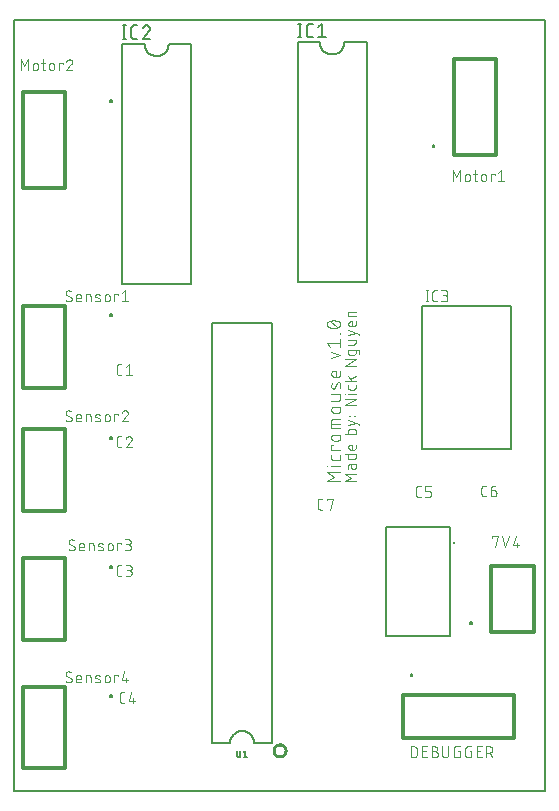
<source format=gbr>
G04 EAGLE Gerber X2 export*
%TF.Part,Single*%
%TF.FileFunction,Legend,Top,1*%
%TF.FilePolarity,Positive*%
%TF.GenerationSoftware,Autodesk,EAGLE,8.6.3*%
%TF.CreationDate,2018-03-05T01:58:30Z*%
G75*
%MOMM*%
%FSLAX34Y34*%
%LPD*%
%AMOC8*
5,1,8,0,0,1.08239X$1,22.5*%
G01*
%ADD10R,0.254000X0.254000*%
%ADD11C,0.127000*%
%ADD12C,0.076200*%
%ADD13C,0.101600*%
%ADD14C,0.304800*%
%ADD15C,0.203200*%
%ADD16C,0.152400*%
%ADD17C,0.254000*%


D10*
X727710Y308610D03*
D11*
X805180Y99060D02*
X355600Y99060D01*
X355600Y751840D02*
X805180Y751840D01*
X355600Y751840D02*
X355600Y99060D01*
X805180Y99060D02*
X805180Y751840D01*
D12*
X404382Y515549D02*
X404380Y515460D01*
X404374Y515372D01*
X404365Y515284D01*
X404352Y515196D01*
X404335Y515109D01*
X404315Y515023D01*
X404290Y514938D01*
X404263Y514853D01*
X404231Y514770D01*
X404197Y514689D01*
X404158Y514609D01*
X404117Y514531D01*
X404072Y514454D01*
X404024Y514380D01*
X403973Y514307D01*
X403919Y514237D01*
X403861Y514170D01*
X403801Y514104D01*
X403739Y514042D01*
X403673Y513982D01*
X403606Y513924D01*
X403536Y513870D01*
X403463Y513819D01*
X403389Y513771D01*
X403312Y513726D01*
X403234Y513685D01*
X403154Y513646D01*
X403073Y513612D01*
X402990Y513580D01*
X402905Y513553D01*
X402820Y513528D01*
X402734Y513508D01*
X402647Y513491D01*
X402559Y513478D01*
X402471Y513469D01*
X402383Y513463D01*
X402294Y513461D01*
X402165Y513463D01*
X402036Y513469D01*
X401907Y513478D01*
X401779Y513491D01*
X401651Y513508D01*
X401524Y513529D01*
X401397Y513553D01*
X401271Y513581D01*
X401146Y513613D01*
X401022Y513648D01*
X400899Y513687D01*
X400777Y513730D01*
X400657Y513776D01*
X400538Y513826D01*
X400420Y513879D01*
X400304Y513935D01*
X400190Y513995D01*
X400077Y514058D01*
X399967Y514125D01*
X399858Y514194D01*
X399752Y514267D01*
X399647Y514343D01*
X399545Y514422D01*
X399446Y514504D01*
X399348Y514588D01*
X399253Y514676D01*
X399161Y514766D01*
X399422Y520771D02*
X399424Y520860D01*
X399430Y520948D01*
X399439Y521036D01*
X399452Y521124D01*
X399469Y521211D01*
X399489Y521297D01*
X399514Y521382D01*
X399541Y521467D01*
X399573Y521550D01*
X399607Y521631D01*
X399646Y521711D01*
X399687Y521789D01*
X399732Y521866D01*
X399780Y521940D01*
X399831Y522013D01*
X399885Y522083D01*
X399943Y522150D01*
X400003Y522216D01*
X400065Y522278D01*
X400131Y522338D01*
X400198Y522396D01*
X400268Y522450D01*
X400341Y522501D01*
X400415Y522549D01*
X400492Y522594D01*
X400570Y522635D01*
X400650Y522674D01*
X400731Y522708D01*
X400814Y522740D01*
X400899Y522767D01*
X400984Y522792D01*
X401070Y522812D01*
X401157Y522829D01*
X401245Y522842D01*
X401333Y522851D01*
X401421Y522857D01*
X401510Y522859D01*
X401630Y522857D01*
X401750Y522852D01*
X401870Y522842D01*
X401989Y522830D01*
X402108Y522813D01*
X402226Y522793D01*
X402344Y522769D01*
X402460Y522742D01*
X402576Y522711D01*
X402691Y522677D01*
X402805Y522639D01*
X402918Y522597D01*
X403029Y522552D01*
X403139Y522504D01*
X403247Y522453D01*
X403354Y522398D01*
X403459Y522340D01*
X403562Y522278D01*
X403663Y522214D01*
X403763Y522146D01*
X403860Y522076D01*
X400466Y518944D02*
X400388Y518992D01*
X400312Y519044D01*
X400239Y519098D01*
X400168Y519156D01*
X400099Y519217D01*
X400033Y519281D01*
X399970Y519348D01*
X399910Y519417D01*
X399853Y519489D01*
X399799Y519563D01*
X399749Y519640D01*
X399701Y519719D01*
X399658Y519799D01*
X399617Y519882D01*
X399581Y519966D01*
X399548Y520051D01*
X399519Y520138D01*
X399493Y520227D01*
X399471Y520316D01*
X399454Y520406D01*
X399440Y520496D01*
X399430Y520588D01*
X399424Y520679D01*
X399422Y520771D01*
X403338Y517376D02*
X403416Y517328D01*
X403492Y517276D01*
X403565Y517222D01*
X403636Y517164D01*
X403705Y517103D01*
X403771Y517039D01*
X403834Y516972D01*
X403894Y516903D01*
X403951Y516831D01*
X404005Y516757D01*
X404055Y516680D01*
X404103Y516601D01*
X404146Y516521D01*
X404187Y516438D01*
X404223Y516354D01*
X404256Y516269D01*
X404285Y516182D01*
X404311Y516093D01*
X404333Y516004D01*
X404350Y515914D01*
X404364Y515824D01*
X404374Y515732D01*
X404380Y515641D01*
X404382Y515549D01*
X403338Y517377D02*
X400466Y518943D01*
X409479Y513461D02*
X412090Y513461D01*
X409479Y513461D02*
X409402Y513463D01*
X409326Y513469D01*
X409249Y513478D01*
X409173Y513491D01*
X409098Y513508D01*
X409024Y513528D01*
X408951Y513553D01*
X408880Y513580D01*
X408809Y513611D01*
X408741Y513646D01*
X408674Y513684D01*
X408609Y513725D01*
X408546Y513769D01*
X408486Y513816D01*
X408427Y513867D01*
X408372Y513920D01*
X408319Y513975D01*
X408268Y514034D01*
X408221Y514094D01*
X408177Y514157D01*
X408136Y514222D01*
X408098Y514289D01*
X408063Y514357D01*
X408032Y514428D01*
X408005Y514499D01*
X407980Y514572D01*
X407960Y514646D01*
X407943Y514721D01*
X407930Y514797D01*
X407921Y514874D01*
X407915Y514950D01*
X407913Y515027D01*
X407913Y517638D01*
X407915Y517728D01*
X407921Y517817D01*
X407930Y517907D01*
X407944Y517996D01*
X407961Y518084D01*
X407982Y518171D01*
X408007Y518258D01*
X408036Y518343D01*
X408068Y518427D01*
X408103Y518509D01*
X408143Y518590D01*
X408185Y518669D01*
X408231Y518746D01*
X408281Y518821D01*
X408333Y518894D01*
X408389Y518965D01*
X408447Y519033D01*
X408509Y519098D01*
X408573Y519161D01*
X408640Y519221D01*
X408709Y519278D01*
X408781Y519332D01*
X408855Y519383D01*
X408931Y519431D01*
X409009Y519475D01*
X409089Y519516D01*
X409171Y519554D01*
X409254Y519588D01*
X409339Y519618D01*
X409425Y519645D01*
X409511Y519668D01*
X409599Y519687D01*
X409688Y519702D01*
X409777Y519714D01*
X409866Y519722D01*
X409956Y519726D01*
X410046Y519726D01*
X410136Y519722D01*
X410225Y519714D01*
X410314Y519702D01*
X410403Y519687D01*
X410491Y519668D01*
X410577Y519645D01*
X410663Y519618D01*
X410748Y519588D01*
X410831Y519554D01*
X410913Y519516D01*
X410993Y519475D01*
X411071Y519431D01*
X411147Y519383D01*
X411221Y519332D01*
X411293Y519278D01*
X411362Y519221D01*
X411429Y519161D01*
X411493Y519098D01*
X411555Y519033D01*
X411613Y518965D01*
X411669Y518894D01*
X411721Y518821D01*
X411771Y518746D01*
X411817Y518669D01*
X411859Y518590D01*
X411899Y518509D01*
X411934Y518427D01*
X411966Y518343D01*
X411995Y518258D01*
X412020Y518171D01*
X412041Y518084D01*
X412058Y517996D01*
X412072Y517907D01*
X412081Y517817D01*
X412087Y517728D01*
X412089Y517638D01*
X412090Y517638D02*
X412090Y516594D01*
X407913Y516594D01*
X416142Y519726D02*
X416142Y513461D01*
X416142Y519726D02*
X418753Y519726D01*
X418830Y519724D01*
X418906Y519718D01*
X418983Y519709D01*
X419059Y519696D01*
X419134Y519679D01*
X419208Y519659D01*
X419281Y519634D01*
X419352Y519607D01*
X419423Y519576D01*
X419491Y519541D01*
X419558Y519503D01*
X419623Y519462D01*
X419686Y519418D01*
X419746Y519371D01*
X419805Y519320D01*
X419860Y519267D01*
X419913Y519212D01*
X419964Y519153D01*
X420011Y519093D01*
X420055Y519030D01*
X420096Y518965D01*
X420134Y518898D01*
X420169Y518830D01*
X420200Y518759D01*
X420227Y518688D01*
X420252Y518615D01*
X420272Y518541D01*
X420289Y518466D01*
X420302Y518390D01*
X420311Y518314D01*
X420317Y518237D01*
X420319Y518160D01*
X420319Y513461D01*
X425155Y517116D02*
X427765Y516072D01*
X425155Y517116D02*
X425089Y517144D01*
X425024Y517177D01*
X424961Y517212D01*
X424900Y517251D01*
X424841Y517293D01*
X424785Y517338D01*
X424731Y517386D01*
X424680Y517437D01*
X424631Y517490D01*
X424586Y517547D01*
X424543Y517605D01*
X424504Y517665D01*
X424467Y517728D01*
X424435Y517793D01*
X424406Y517859D01*
X424380Y517926D01*
X424358Y517995D01*
X424340Y518065D01*
X424325Y518136D01*
X424314Y518207D01*
X424307Y518279D01*
X424304Y518351D01*
X424305Y518423D01*
X424310Y518496D01*
X424318Y518567D01*
X424330Y518639D01*
X424346Y518709D01*
X424366Y518778D01*
X424390Y518847D01*
X424417Y518914D01*
X424447Y518979D01*
X424481Y519043D01*
X424519Y519105D01*
X424559Y519165D01*
X424603Y519222D01*
X424650Y519277D01*
X424700Y519330D01*
X424752Y519379D01*
X424807Y519426D01*
X424864Y519470D01*
X424924Y519511D01*
X424986Y519548D01*
X425050Y519583D01*
X425115Y519613D01*
X425182Y519641D01*
X425250Y519664D01*
X425320Y519684D01*
X425390Y519700D01*
X425461Y519713D01*
X425533Y519721D01*
X425605Y519726D01*
X425677Y519727D01*
X425677Y519726D02*
X425828Y519722D01*
X425979Y519714D01*
X426130Y519703D01*
X426281Y519687D01*
X426431Y519667D01*
X426581Y519644D01*
X426730Y519617D01*
X426878Y519586D01*
X427026Y519551D01*
X427172Y519513D01*
X427318Y519470D01*
X427462Y519424D01*
X427605Y519375D01*
X427747Y519322D01*
X427887Y519265D01*
X428026Y519204D01*
X427766Y516072D02*
X427832Y516044D01*
X427897Y516011D01*
X427960Y515976D01*
X428021Y515937D01*
X428080Y515895D01*
X428136Y515850D01*
X428190Y515802D01*
X428241Y515751D01*
X428290Y515698D01*
X428335Y515641D01*
X428378Y515583D01*
X428417Y515523D01*
X428454Y515460D01*
X428486Y515395D01*
X428515Y515329D01*
X428541Y515262D01*
X428563Y515193D01*
X428581Y515123D01*
X428596Y515052D01*
X428607Y514981D01*
X428614Y514909D01*
X428617Y514837D01*
X428616Y514765D01*
X428611Y514692D01*
X428603Y514621D01*
X428591Y514549D01*
X428575Y514479D01*
X428555Y514410D01*
X428531Y514341D01*
X428504Y514274D01*
X428474Y514209D01*
X428440Y514145D01*
X428402Y514083D01*
X428362Y514023D01*
X428318Y513966D01*
X428271Y513911D01*
X428221Y513858D01*
X428169Y513809D01*
X428114Y513762D01*
X428057Y513718D01*
X427997Y513677D01*
X427935Y513640D01*
X427871Y513605D01*
X427806Y513575D01*
X427739Y513547D01*
X427671Y513524D01*
X427601Y513504D01*
X427531Y513488D01*
X427460Y513475D01*
X427388Y513467D01*
X427316Y513462D01*
X427244Y513461D01*
X427034Y513466D01*
X426825Y513477D01*
X426616Y513492D01*
X426408Y513512D01*
X426200Y513538D01*
X425993Y513568D01*
X425786Y513603D01*
X425581Y513643D01*
X425376Y513687D01*
X425173Y513737D01*
X424970Y513791D01*
X424769Y513851D01*
X424570Y513914D01*
X424372Y513983D01*
X432297Y515549D02*
X432297Y517638D01*
X432299Y517728D01*
X432305Y517817D01*
X432314Y517907D01*
X432328Y517996D01*
X432345Y518084D01*
X432366Y518171D01*
X432391Y518258D01*
X432420Y518343D01*
X432452Y518427D01*
X432487Y518509D01*
X432527Y518590D01*
X432569Y518669D01*
X432615Y518746D01*
X432665Y518821D01*
X432717Y518894D01*
X432773Y518965D01*
X432831Y519033D01*
X432893Y519098D01*
X432957Y519161D01*
X433024Y519221D01*
X433093Y519278D01*
X433165Y519332D01*
X433239Y519383D01*
X433315Y519431D01*
X433393Y519475D01*
X433473Y519516D01*
X433555Y519554D01*
X433638Y519588D01*
X433723Y519618D01*
X433809Y519645D01*
X433895Y519668D01*
X433983Y519687D01*
X434072Y519702D01*
X434161Y519714D01*
X434250Y519722D01*
X434340Y519726D01*
X434430Y519726D01*
X434520Y519722D01*
X434609Y519714D01*
X434698Y519702D01*
X434787Y519687D01*
X434875Y519668D01*
X434961Y519645D01*
X435047Y519618D01*
X435132Y519588D01*
X435215Y519554D01*
X435297Y519516D01*
X435377Y519475D01*
X435455Y519431D01*
X435531Y519383D01*
X435605Y519332D01*
X435677Y519278D01*
X435746Y519221D01*
X435813Y519161D01*
X435877Y519098D01*
X435939Y519033D01*
X435997Y518965D01*
X436053Y518894D01*
X436105Y518821D01*
X436155Y518746D01*
X436201Y518669D01*
X436243Y518590D01*
X436283Y518509D01*
X436318Y518427D01*
X436350Y518343D01*
X436379Y518258D01*
X436404Y518171D01*
X436425Y518084D01*
X436442Y517996D01*
X436456Y517907D01*
X436465Y517817D01*
X436471Y517728D01*
X436473Y517638D01*
X436473Y515549D01*
X436471Y515459D01*
X436465Y515370D01*
X436456Y515280D01*
X436442Y515191D01*
X436425Y515103D01*
X436404Y515016D01*
X436379Y514929D01*
X436350Y514844D01*
X436318Y514760D01*
X436283Y514678D01*
X436243Y514597D01*
X436201Y514518D01*
X436155Y514441D01*
X436105Y514366D01*
X436053Y514293D01*
X435997Y514222D01*
X435939Y514154D01*
X435877Y514089D01*
X435813Y514026D01*
X435746Y513966D01*
X435677Y513909D01*
X435605Y513855D01*
X435531Y513804D01*
X435455Y513756D01*
X435377Y513712D01*
X435297Y513671D01*
X435215Y513633D01*
X435132Y513599D01*
X435047Y513569D01*
X434961Y513542D01*
X434875Y513519D01*
X434787Y513500D01*
X434698Y513485D01*
X434609Y513473D01*
X434520Y513465D01*
X434430Y513461D01*
X434340Y513461D01*
X434250Y513465D01*
X434161Y513473D01*
X434072Y513485D01*
X433983Y513500D01*
X433895Y513519D01*
X433809Y513542D01*
X433723Y513569D01*
X433638Y513599D01*
X433555Y513633D01*
X433473Y513671D01*
X433393Y513712D01*
X433315Y513756D01*
X433239Y513804D01*
X433165Y513855D01*
X433093Y513909D01*
X433024Y513966D01*
X432957Y514026D01*
X432893Y514089D01*
X432831Y514154D01*
X432773Y514222D01*
X432717Y514293D01*
X432665Y514366D01*
X432615Y514441D01*
X432569Y514518D01*
X432527Y514597D01*
X432487Y514678D01*
X432452Y514760D01*
X432420Y514844D01*
X432391Y514929D01*
X432366Y515016D01*
X432345Y515103D01*
X432328Y515191D01*
X432314Y515280D01*
X432305Y515370D01*
X432299Y515459D01*
X432297Y515549D01*
X440578Y513461D02*
X440578Y519726D01*
X443710Y519726D01*
X443710Y518682D01*
X446710Y520771D02*
X449320Y522859D01*
X449320Y513461D01*
X446710Y513461D02*
X451931Y513461D01*
X404382Y413949D02*
X404380Y413860D01*
X404374Y413772D01*
X404365Y413684D01*
X404352Y413596D01*
X404335Y413509D01*
X404315Y413423D01*
X404290Y413338D01*
X404263Y413253D01*
X404231Y413170D01*
X404197Y413089D01*
X404158Y413009D01*
X404117Y412931D01*
X404072Y412854D01*
X404024Y412780D01*
X403973Y412707D01*
X403919Y412637D01*
X403861Y412570D01*
X403801Y412504D01*
X403739Y412442D01*
X403673Y412382D01*
X403606Y412324D01*
X403536Y412270D01*
X403463Y412219D01*
X403389Y412171D01*
X403312Y412126D01*
X403234Y412085D01*
X403154Y412046D01*
X403073Y412012D01*
X402990Y411980D01*
X402905Y411953D01*
X402820Y411928D01*
X402734Y411908D01*
X402647Y411891D01*
X402559Y411878D01*
X402471Y411869D01*
X402383Y411863D01*
X402294Y411861D01*
X402165Y411863D01*
X402036Y411869D01*
X401907Y411878D01*
X401779Y411891D01*
X401651Y411908D01*
X401524Y411929D01*
X401397Y411953D01*
X401271Y411981D01*
X401146Y412013D01*
X401022Y412048D01*
X400899Y412087D01*
X400777Y412130D01*
X400657Y412176D01*
X400538Y412226D01*
X400420Y412279D01*
X400304Y412335D01*
X400190Y412395D01*
X400077Y412458D01*
X399967Y412525D01*
X399858Y412594D01*
X399752Y412667D01*
X399647Y412743D01*
X399545Y412822D01*
X399446Y412904D01*
X399348Y412988D01*
X399253Y413076D01*
X399161Y413166D01*
X399422Y419171D02*
X399424Y419260D01*
X399430Y419348D01*
X399439Y419436D01*
X399452Y419524D01*
X399469Y419611D01*
X399489Y419697D01*
X399514Y419782D01*
X399541Y419867D01*
X399573Y419950D01*
X399607Y420031D01*
X399646Y420111D01*
X399687Y420189D01*
X399732Y420266D01*
X399780Y420340D01*
X399831Y420413D01*
X399885Y420483D01*
X399943Y420550D01*
X400003Y420616D01*
X400065Y420678D01*
X400131Y420738D01*
X400198Y420796D01*
X400268Y420850D01*
X400341Y420901D01*
X400415Y420949D01*
X400492Y420994D01*
X400570Y421035D01*
X400650Y421074D01*
X400731Y421108D01*
X400814Y421140D01*
X400899Y421167D01*
X400984Y421192D01*
X401070Y421212D01*
X401157Y421229D01*
X401245Y421242D01*
X401333Y421251D01*
X401421Y421257D01*
X401510Y421259D01*
X401630Y421257D01*
X401750Y421252D01*
X401870Y421242D01*
X401989Y421230D01*
X402108Y421213D01*
X402226Y421193D01*
X402344Y421169D01*
X402460Y421142D01*
X402576Y421111D01*
X402691Y421077D01*
X402805Y421039D01*
X402918Y420997D01*
X403029Y420952D01*
X403139Y420904D01*
X403247Y420853D01*
X403354Y420798D01*
X403459Y420740D01*
X403562Y420678D01*
X403663Y420614D01*
X403763Y420546D01*
X403860Y420476D01*
X400466Y417344D02*
X400388Y417392D01*
X400312Y417444D01*
X400239Y417498D01*
X400168Y417556D01*
X400099Y417617D01*
X400033Y417681D01*
X399970Y417748D01*
X399910Y417817D01*
X399853Y417889D01*
X399799Y417963D01*
X399749Y418040D01*
X399701Y418119D01*
X399658Y418199D01*
X399617Y418282D01*
X399581Y418366D01*
X399548Y418451D01*
X399519Y418538D01*
X399493Y418627D01*
X399471Y418716D01*
X399454Y418806D01*
X399440Y418896D01*
X399430Y418988D01*
X399424Y419079D01*
X399422Y419171D01*
X403338Y415776D02*
X403416Y415728D01*
X403492Y415676D01*
X403565Y415622D01*
X403636Y415564D01*
X403705Y415503D01*
X403771Y415439D01*
X403834Y415372D01*
X403894Y415303D01*
X403951Y415231D01*
X404005Y415157D01*
X404055Y415080D01*
X404103Y415001D01*
X404146Y414921D01*
X404187Y414838D01*
X404223Y414754D01*
X404256Y414669D01*
X404285Y414582D01*
X404311Y414493D01*
X404333Y414404D01*
X404350Y414314D01*
X404364Y414224D01*
X404374Y414132D01*
X404380Y414041D01*
X404382Y413949D01*
X403338Y415777D02*
X400466Y417343D01*
X409479Y411861D02*
X412090Y411861D01*
X409479Y411861D02*
X409402Y411863D01*
X409326Y411869D01*
X409249Y411878D01*
X409173Y411891D01*
X409098Y411908D01*
X409024Y411928D01*
X408951Y411953D01*
X408880Y411980D01*
X408809Y412011D01*
X408741Y412046D01*
X408674Y412084D01*
X408609Y412125D01*
X408546Y412169D01*
X408486Y412216D01*
X408427Y412267D01*
X408372Y412320D01*
X408319Y412375D01*
X408268Y412434D01*
X408221Y412494D01*
X408177Y412557D01*
X408136Y412622D01*
X408098Y412689D01*
X408063Y412757D01*
X408032Y412828D01*
X408005Y412899D01*
X407980Y412972D01*
X407960Y413046D01*
X407943Y413121D01*
X407930Y413197D01*
X407921Y413274D01*
X407915Y413350D01*
X407913Y413427D01*
X407913Y416038D01*
X407915Y416128D01*
X407921Y416217D01*
X407930Y416307D01*
X407944Y416396D01*
X407961Y416484D01*
X407982Y416571D01*
X408007Y416658D01*
X408036Y416743D01*
X408068Y416827D01*
X408103Y416909D01*
X408143Y416990D01*
X408185Y417069D01*
X408231Y417146D01*
X408281Y417221D01*
X408333Y417294D01*
X408389Y417365D01*
X408447Y417433D01*
X408509Y417498D01*
X408573Y417561D01*
X408640Y417621D01*
X408709Y417678D01*
X408781Y417732D01*
X408855Y417783D01*
X408931Y417831D01*
X409009Y417875D01*
X409089Y417916D01*
X409171Y417954D01*
X409254Y417988D01*
X409339Y418018D01*
X409425Y418045D01*
X409511Y418068D01*
X409599Y418087D01*
X409688Y418102D01*
X409777Y418114D01*
X409866Y418122D01*
X409956Y418126D01*
X410046Y418126D01*
X410136Y418122D01*
X410225Y418114D01*
X410314Y418102D01*
X410403Y418087D01*
X410491Y418068D01*
X410577Y418045D01*
X410663Y418018D01*
X410748Y417988D01*
X410831Y417954D01*
X410913Y417916D01*
X410993Y417875D01*
X411071Y417831D01*
X411147Y417783D01*
X411221Y417732D01*
X411293Y417678D01*
X411362Y417621D01*
X411429Y417561D01*
X411493Y417498D01*
X411555Y417433D01*
X411613Y417365D01*
X411669Y417294D01*
X411721Y417221D01*
X411771Y417146D01*
X411817Y417069D01*
X411859Y416990D01*
X411899Y416909D01*
X411934Y416827D01*
X411966Y416743D01*
X411995Y416658D01*
X412020Y416571D01*
X412041Y416484D01*
X412058Y416396D01*
X412072Y416307D01*
X412081Y416217D01*
X412087Y416128D01*
X412089Y416038D01*
X412090Y416038D02*
X412090Y414994D01*
X407913Y414994D01*
X416142Y418126D02*
X416142Y411861D01*
X416142Y418126D02*
X418753Y418126D01*
X418830Y418124D01*
X418906Y418118D01*
X418983Y418109D01*
X419059Y418096D01*
X419134Y418079D01*
X419208Y418059D01*
X419281Y418034D01*
X419352Y418007D01*
X419423Y417976D01*
X419491Y417941D01*
X419558Y417903D01*
X419623Y417862D01*
X419686Y417818D01*
X419746Y417771D01*
X419805Y417720D01*
X419860Y417667D01*
X419913Y417612D01*
X419964Y417553D01*
X420011Y417493D01*
X420055Y417430D01*
X420096Y417365D01*
X420134Y417298D01*
X420169Y417230D01*
X420200Y417159D01*
X420227Y417088D01*
X420252Y417015D01*
X420272Y416941D01*
X420289Y416866D01*
X420302Y416790D01*
X420311Y416714D01*
X420317Y416637D01*
X420319Y416560D01*
X420319Y411861D01*
X425155Y415516D02*
X427765Y414472D01*
X425155Y415516D02*
X425089Y415544D01*
X425024Y415577D01*
X424961Y415612D01*
X424900Y415651D01*
X424841Y415693D01*
X424785Y415738D01*
X424731Y415786D01*
X424680Y415837D01*
X424631Y415890D01*
X424586Y415947D01*
X424543Y416005D01*
X424504Y416065D01*
X424467Y416128D01*
X424435Y416193D01*
X424406Y416259D01*
X424380Y416326D01*
X424358Y416395D01*
X424340Y416465D01*
X424325Y416536D01*
X424314Y416607D01*
X424307Y416679D01*
X424304Y416751D01*
X424305Y416823D01*
X424310Y416896D01*
X424318Y416967D01*
X424330Y417039D01*
X424346Y417109D01*
X424366Y417178D01*
X424390Y417247D01*
X424417Y417314D01*
X424447Y417379D01*
X424481Y417443D01*
X424519Y417505D01*
X424559Y417565D01*
X424603Y417622D01*
X424650Y417677D01*
X424700Y417730D01*
X424752Y417779D01*
X424807Y417826D01*
X424864Y417870D01*
X424924Y417911D01*
X424986Y417948D01*
X425050Y417983D01*
X425115Y418013D01*
X425182Y418041D01*
X425250Y418064D01*
X425320Y418084D01*
X425390Y418100D01*
X425461Y418113D01*
X425533Y418121D01*
X425605Y418126D01*
X425677Y418127D01*
X425677Y418126D02*
X425828Y418122D01*
X425979Y418114D01*
X426130Y418103D01*
X426281Y418087D01*
X426431Y418067D01*
X426581Y418044D01*
X426730Y418017D01*
X426878Y417986D01*
X427026Y417951D01*
X427172Y417913D01*
X427318Y417870D01*
X427462Y417824D01*
X427605Y417775D01*
X427747Y417722D01*
X427887Y417665D01*
X428026Y417604D01*
X427766Y414472D02*
X427832Y414444D01*
X427897Y414411D01*
X427960Y414376D01*
X428021Y414337D01*
X428080Y414295D01*
X428136Y414250D01*
X428190Y414202D01*
X428241Y414151D01*
X428290Y414098D01*
X428335Y414041D01*
X428378Y413983D01*
X428417Y413923D01*
X428454Y413860D01*
X428486Y413795D01*
X428515Y413729D01*
X428541Y413662D01*
X428563Y413593D01*
X428581Y413523D01*
X428596Y413452D01*
X428607Y413381D01*
X428614Y413309D01*
X428617Y413237D01*
X428616Y413165D01*
X428611Y413092D01*
X428603Y413021D01*
X428591Y412949D01*
X428575Y412879D01*
X428555Y412810D01*
X428531Y412741D01*
X428504Y412674D01*
X428474Y412609D01*
X428440Y412545D01*
X428402Y412483D01*
X428362Y412423D01*
X428318Y412366D01*
X428271Y412311D01*
X428221Y412258D01*
X428169Y412209D01*
X428114Y412162D01*
X428057Y412118D01*
X427997Y412077D01*
X427935Y412040D01*
X427871Y412005D01*
X427806Y411975D01*
X427739Y411947D01*
X427671Y411924D01*
X427601Y411904D01*
X427531Y411888D01*
X427460Y411875D01*
X427388Y411867D01*
X427316Y411862D01*
X427244Y411861D01*
X427034Y411866D01*
X426825Y411877D01*
X426616Y411892D01*
X426408Y411912D01*
X426200Y411938D01*
X425993Y411968D01*
X425786Y412003D01*
X425581Y412043D01*
X425376Y412087D01*
X425173Y412137D01*
X424970Y412191D01*
X424769Y412251D01*
X424570Y412314D01*
X424372Y412383D01*
X432297Y413949D02*
X432297Y416038D01*
X432299Y416128D01*
X432305Y416217D01*
X432314Y416307D01*
X432328Y416396D01*
X432345Y416484D01*
X432366Y416571D01*
X432391Y416658D01*
X432420Y416743D01*
X432452Y416827D01*
X432487Y416909D01*
X432527Y416990D01*
X432569Y417069D01*
X432615Y417146D01*
X432665Y417221D01*
X432717Y417294D01*
X432773Y417365D01*
X432831Y417433D01*
X432893Y417498D01*
X432957Y417561D01*
X433024Y417621D01*
X433093Y417678D01*
X433165Y417732D01*
X433239Y417783D01*
X433315Y417831D01*
X433393Y417875D01*
X433473Y417916D01*
X433555Y417954D01*
X433638Y417988D01*
X433723Y418018D01*
X433809Y418045D01*
X433895Y418068D01*
X433983Y418087D01*
X434072Y418102D01*
X434161Y418114D01*
X434250Y418122D01*
X434340Y418126D01*
X434430Y418126D01*
X434520Y418122D01*
X434609Y418114D01*
X434698Y418102D01*
X434787Y418087D01*
X434875Y418068D01*
X434961Y418045D01*
X435047Y418018D01*
X435132Y417988D01*
X435215Y417954D01*
X435297Y417916D01*
X435377Y417875D01*
X435455Y417831D01*
X435531Y417783D01*
X435605Y417732D01*
X435677Y417678D01*
X435746Y417621D01*
X435813Y417561D01*
X435877Y417498D01*
X435939Y417433D01*
X435997Y417365D01*
X436053Y417294D01*
X436105Y417221D01*
X436155Y417146D01*
X436201Y417069D01*
X436243Y416990D01*
X436283Y416909D01*
X436318Y416827D01*
X436350Y416743D01*
X436379Y416658D01*
X436404Y416571D01*
X436425Y416484D01*
X436442Y416396D01*
X436456Y416307D01*
X436465Y416217D01*
X436471Y416128D01*
X436473Y416038D01*
X436473Y413949D01*
X436471Y413859D01*
X436465Y413770D01*
X436456Y413680D01*
X436442Y413591D01*
X436425Y413503D01*
X436404Y413416D01*
X436379Y413329D01*
X436350Y413244D01*
X436318Y413160D01*
X436283Y413078D01*
X436243Y412997D01*
X436201Y412918D01*
X436155Y412841D01*
X436105Y412766D01*
X436053Y412693D01*
X435997Y412622D01*
X435939Y412554D01*
X435877Y412489D01*
X435813Y412426D01*
X435746Y412366D01*
X435677Y412309D01*
X435605Y412255D01*
X435531Y412204D01*
X435455Y412156D01*
X435377Y412112D01*
X435297Y412071D01*
X435215Y412033D01*
X435132Y411999D01*
X435047Y411969D01*
X434961Y411942D01*
X434875Y411919D01*
X434787Y411900D01*
X434698Y411885D01*
X434609Y411873D01*
X434520Y411865D01*
X434430Y411861D01*
X434340Y411861D01*
X434250Y411865D01*
X434161Y411873D01*
X434072Y411885D01*
X433983Y411900D01*
X433895Y411919D01*
X433809Y411942D01*
X433723Y411969D01*
X433638Y411999D01*
X433555Y412033D01*
X433473Y412071D01*
X433393Y412112D01*
X433315Y412156D01*
X433239Y412204D01*
X433165Y412255D01*
X433093Y412309D01*
X433024Y412366D01*
X432957Y412426D01*
X432893Y412489D01*
X432831Y412554D01*
X432773Y412622D01*
X432717Y412693D01*
X432665Y412766D01*
X432615Y412841D01*
X432569Y412918D01*
X432527Y412997D01*
X432487Y413078D01*
X432452Y413160D01*
X432420Y413244D01*
X432391Y413329D01*
X432366Y413416D01*
X432345Y413503D01*
X432328Y413591D01*
X432314Y413680D01*
X432305Y413770D01*
X432299Y413859D01*
X432297Y413949D01*
X440578Y411861D02*
X440578Y418126D01*
X443710Y418126D01*
X443710Y417082D01*
X449581Y421260D02*
X449676Y421258D01*
X449770Y421252D01*
X449864Y421243D01*
X449958Y421230D01*
X450051Y421213D01*
X450143Y421192D01*
X450235Y421167D01*
X450325Y421139D01*
X450414Y421107D01*
X450502Y421072D01*
X450588Y421033D01*
X450673Y420991D01*
X450756Y420945D01*
X450837Y420896D01*
X450916Y420844D01*
X450993Y420789D01*
X451067Y420730D01*
X451139Y420669D01*
X451209Y420605D01*
X451276Y420538D01*
X451340Y420468D01*
X451401Y420396D01*
X451460Y420322D01*
X451515Y420245D01*
X451567Y420166D01*
X451616Y420085D01*
X451662Y420002D01*
X451704Y419917D01*
X451743Y419831D01*
X451778Y419743D01*
X451810Y419654D01*
X451838Y419564D01*
X451863Y419472D01*
X451884Y419380D01*
X451901Y419287D01*
X451914Y419193D01*
X451923Y419099D01*
X451929Y419005D01*
X451931Y418910D01*
X449581Y421259D02*
X449473Y421257D01*
X449364Y421251D01*
X449256Y421241D01*
X449149Y421228D01*
X449042Y421210D01*
X448935Y421189D01*
X448830Y421164D01*
X448725Y421135D01*
X448622Y421103D01*
X448520Y421066D01*
X448419Y421026D01*
X448320Y420983D01*
X448222Y420936D01*
X448126Y420885D01*
X448032Y420831D01*
X447940Y420774D01*
X447850Y420713D01*
X447762Y420649D01*
X447677Y420583D01*
X447594Y420513D01*
X447514Y420440D01*
X447436Y420364D01*
X447361Y420286D01*
X447289Y420205D01*
X447220Y420121D01*
X447154Y420035D01*
X447091Y419947D01*
X447032Y419856D01*
X446975Y419764D01*
X446922Y419669D01*
X446873Y419573D01*
X446827Y419474D01*
X446784Y419375D01*
X446745Y419273D01*
X446710Y419171D01*
X451148Y417082D02*
X451217Y417151D01*
X451283Y417222D01*
X451347Y417295D01*
X451408Y417371D01*
X451466Y417450D01*
X451520Y417530D01*
X451572Y417613D01*
X451620Y417697D01*
X451666Y417783D01*
X451707Y417871D01*
X451746Y417961D01*
X451781Y418052D01*
X451812Y418144D01*
X451840Y418237D01*
X451864Y418331D01*
X451884Y418426D01*
X451901Y418522D01*
X451914Y418619D01*
X451923Y418716D01*
X451929Y418813D01*
X451931Y418910D01*
X451148Y417082D02*
X446710Y411861D01*
X451931Y411861D01*
X406922Y304729D02*
X406920Y304640D01*
X406914Y304552D01*
X406905Y304464D01*
X406892Y304376D01*
X406875Y304289D01*
X406855Y304203D01*
X406830Y304118D01*
X406803Y304033D01*
X406771Y303950D01*
X406737Y303869D01*
X406698Y303789D01*
X406657Y303711D01*
X406612Y303634D01*
X406564Y303560D01*
X406513Y303487D01*
X406459Y303417D01*
X406401Y303350D01*
X406341Y303284D01*
X406279Y303222D01*
X406213Y303162D01*
X406146Y303104D01*
X406076Y303050D01*
X406003Y302999D01*
X405929Y302951D01*
X405852Y302906D01*
X405774Y302865D01*
X405694Y302826D01*
X405613Y302792D01*
X405530Y302760D01*
X405445Y302733D01*
X405360Y302708D01*
X405274Y302688D01*
X405187Y302671D01*
X405099Y302658D01*
X405011Y302649D01*
X404923Y302643D01*
X404834Y302641D01*
X404705Y302643D01*
X404576Y302649D01*
X404447Y302658D01*
X404319Y302671D01*
X404191Y302688D01*
X404064Y302709D01*
X403937Y302733D01*
X403811Y302761D01*
X403686Y302793D01*
X403562Y302828D01*
X403439Y302867D01*
X403317Y302910D01*
X403197Y302956D01*
X403078Y303006D01*
X402960Y303059D01*
X402844Y303115D01*
X402730Y303175D01*
X402617Y303238D01*
X402507Y303305D01*
X402398Y303374D01*
X402292Y303447D01*
X402187Y303523D01*
X402085Y303602D01*
X401986Y303684D01*
X401888Y303768D01*
X401793Y303856D01*
X401701Y303946D01*
X401962Y309951D02*
X401964Y310040D01*
X401970Y310128D01*
X401979Y310216D01*
X401992Y310304D01*
X402009Y310391D01*
X402029Y310477D01*
X402054Y310562D01*
X402081Y310647D01*
X402113Y310730D01*
X402147Y310811D01*
X402186Y310891D01*
X402227Y310969D01*
X402272Y311046D01*
X402320Y311120D01*
X402371Y311193D01*
X402425Y311263D01*
X402483Y311330D01*
X402543Y311396D01*
X402605Y311458D01*
X402671Y311518D01*
X402738Y311576D01*
X402808Y311630D01*
X402881Y311681D01*
X402955Y311729D01*
X403032Y311774D01*
X403110Y311815D01*
X403190Y311854D01*
X403271Y311888D01*
X403354Y311920D01*
X403439Y311947D01*
X403524Y311972D01*
X403610Y311992D01*
X403697Y312009D01*
X403785Y312022D01*
X403873Y312031D01*
X403961Y312037D01*
X404050Y312039D01*
X404170Y312037D01*
X404290Y312032D01*
X404410Y312022D01*
X404529Y312010D01*
X404648Y311993D01*
X404766Y311973D01*
X404884Y311949D01*
X405000Y311922D01*
X405116Y311891D01*
X405231Y311857D01*
X405345Y311819D01*
X405458Y311777D01*
X405569Y311732D01*
X405679Y311684D01*
X405787Y311633D01*
X405894Y311578D01*
X405999Y311520D01*
X406102Y311458D01*
X406203Y311394D01*
X406303Y311326D01*
X406400Y311256D01*
X403006Y308124D02*
X402928Y308172D01*
X402852Y308224D01*
X402779Y308278D01*
X402708Y308336D01*
X402639Y308397D01*
X402573Y308461D01*
X402510Y308528D01*
X402450Y308597D01*
X402393Y308669D01*
X402339Y308743D01*
X402289Y308820D01*
X402241Y308899D01*
X402198Y308979D01*
X402157Y309062D01*
X402121Y309146D01*
X402088Y309231D01*
X402059Y309318D01*
X402033Y309407D01*
X402011Y309496D01*
X401994Y309586D01*
X401980Y309676D01*
X401970Y309768D01*
X401964Y309859D01*
X401962Y309951D01*
X405878Y306556D02*
X405956Y306508D01*
X406032Y306456D01*
X406105Y306402D01*
X406176Y306344D01*
X406245Y306283D01*
X406311Y306219D01*
X406374Y306152D01*
X406434Y306083D01*
X406491Y306011D01*
X406545Y305937D01*
X406595Y305860D01*
X406643Y305781D01*
X406686Y305701D01*
X406727Y305618D01*
X406763Y305534D01*
X406796Y305449D01*
X406825Y305362D01*
X406851Y305273D01*
X406873Y305184D01*
X406890Y305094D01*
X406904Y305004D01*
X406914Y304912D01*
X406920Y304821D01*
X406922Y304729D01*
X405878Y306557D02*
X403006Y308123D01*
X412019Y302641D02*
X414630Y302641D01*
X412019Y302641D02*
X411942Y302643D01*
X411866Y302649D01*
X411789Y302658D01*
X411713Y302671D01*
X411638Y302688D01*
X411564Y302708D01*
X411491Y302733D01*
X411420Y302760D01*
X411349Y302791D01*
X411281Y302826D01*
X411214Y302864D01*
X411149Y302905D01*
X411086Y302949D01*
X411026Y302996D01*
X410967Y303047D01*
X410912Y303100D01*
X410859Y303155D01*
X410808Y303214D01*
X410761Y303274D01*
X410717Y303337D01*
X410676Y303402D01*
X410638Y303469D01*
X410603Y303537D01*
X410572Y303608D01*
X410545Y303679D01*
X410520Y303752D01*
X410500Y303826D01*
X410483Y303901D01*
X410470Y303977D01*
X410461Y304054D01*
X410455Y304130D01*
X410453Y304207D01*
X410453Y306818D01*
X410455Y306908D01*
X410461Y306997D01*
X410470Y307087D01*
X410484Y307176D01*
X410501Y307264D01*
X410522Y307351D01*
X410547Y307438D01*
X410576Y307523D01*
X410608Y307607D01*
X410643Y307689D01*
X410683Y307770D01*
X410725Y307849D01*
X410771Y307926D01*
X410821Y308001D01*
X410873Y308074D01*
X410929Y308145D01*
X410987Y308213D01*
X411049Y308278D01*
X411113Y308341D01*
X411180Y308401D01*
X411249Y308458D01*
X411321Y308512D01*
X411395Y308563D01*
X411471Y308611D01*
X411549Y308655D01*
X411629Y308696D01*
X411711Y308734D01*
X411794Y308768D01*
X411879Y308798D01*
X411965Y308825D01*
X412051Y308848D01*
X412139Y308867D01*
X412228Y308882D01*
X412317Y308894D01*
X412406Y308902D01*
X412496Y308906D01*
X412586Y308906D01*
X412676Y308902D01*
X412765Y308894D01*
X412854Y308882D01*
X412943Y308867D01*
X413031Y308848D01*
X413117Y308825D01*
X413203Y308798D01*
X413288Y308768D01*
X413371Y308734D01*
X413453Y308696D01*
X413533Y308655D01*
X413611Y308611D01*
X413687Y308563D01*
X413761Y308512D01*
X413833Y308458D01*
X413902Y308401D01*
X413969Y308341D01*
X414033Y308278D01*
X414095Y308213D01*
X414153Y308145D01*
X414209Y308074D01*
X414261Y308001D01*
X414311Y307926D01*
X414357Y307849D01*
X414399Y307770D01*
X414439Y307689D01*
X414474Y307607D01*
X414506Y307523D01*
X414535Y307438D01*
X414560Y307351D01*
X414581Y307264D01*
X414598Y307176D01*
X414612Y307087D01*
X414621Y306997D01*
X414627Y306908D01*
X414629Y306818D01*
X414630Y306818D02*
X414630Y305774D01*
X410453Y305774D01*
X418682Y308906D02*
X418682Y302641D01*
X418682Y308906D02*
X421293Y308906D01*
X421370Y308904D01*
X421446Y308898D01*
X421523Y308889D01*
X421599Y308876D01*
X421674Y308859D01*
X421748Y308839D01*
X421821Y308814D01*
X421892Y308787D01*
X421963Y308756D01*
X422031Y308721D01*
X422098Y308683D01*
X422163Y308642D01*
X422226Y308598D01*
X422286Y308551D01*
X422345Y308500D01*
X422400Y308447D01*
X422453Y308392D01*
X422504Y308333D01*
X422551Y308273D01*
X422595Y308210D01*
X422636Y308145D01*
X422674Y308078D01*
X422709Y308010D01*
X422740Y307939D01*
X422767Y307868D01*
X422792Y307795D01*
X422812Y307721D01*
X422829Y307646D01*
X422842Y307570D01*
X422851Y307494D01*
X422857Y307417D01*
X422859Y307340D01*
X422859Y302641D01*
X427695Y306296D02*
X430305Y305252D01*
X427695Y306296D02*
X427629Y306324D01*
X427564Y306357D01*
X427501Y306392D01*
X427440Y306431D01*
X427381Y306473D01*
X427325Y306518D01*
X427271Y306566D01*
X427220Y306617D01*
X427171Y306670D01*
X427126Y306727D01*
X427083Y306785D01*
X427044Y306845D01*
X427007Y306908D01*
X426975Y306973D01*
X426946Y307039D01*
X426920Y307106D01*
X426898Y307175D01*
X426880Y307245D01*
X426865Y307316D01*
X426854Y307387D01*
X426847Y307459D01*
X426844Y307531D01*
X426845Y307603D01*
X426850Y307676D01*
X426858Y307747D01*
X426870Y307819D01*
X426886Y307889D01*
X426906Y307958D01*
X426930Y308027D01*
X426957Y308094D01*
X426987Y308159D01*
X427021Y308223D01*
X427059Y308285D01*
X427099Y308345D01*
X427143Y308402D01*
X427190Y308457D01*
X427240Y308510D01*
X427292Y308559D01*
X427347Y308606D01*
X427404Y308650D01*
X427464Y308691D01*
X427526Y308728D01*
X427590Y308763D01*
X427655Y308793D01*
X427722Y308821D01*
X427790Y308844D01*
X427860Y308864D01*
X427930Y308880D01*
X428001Y308893D01*
X428073Y308901D01*
X428145Y308906D01*
X428217Y308907D01*
X428217Y308906D02*
X428368Y308902D01*
X428519Y308894D01*
X428670Y308883D01*
X428821Y308867D01*
X428971Y308847D01*
X429121Y308824D01*
X429270Y308797D01*
X429418Y308766D01*
X429566Y308731D01*
X429712Y308693D01*
X429858Y308650D01*
X430002Y308604D01*
X430145Y308555D01*
X430287Y308502D01*
X430427Y308445D01*
X430566Y308384D01*
X430306Y305252D02*
X430372Y305224D01*
X430437Y305191D01*
X430500Y305156D01*
X430561Y305117D01*
X430620Y305075D01*
X430676Y305030D01*
X430730Y304982D01*
X430781Y304931D01*
X430830Y304878D01*
X430875Y304821D01*
X430918Y304763D01*
X430957Y304703D01*
X430994Y304640D01*
X431026Y304575D01*
X431055Y304509D01*
X431081Y304442D01*
X431103Y304373D01*
X431121Y304303D01*
X431136Y304232D01*
X431147Y304161D01*
X431154Y304089D01*
X431157Y304017D01*
X431156Y303945D01*
X431151Y303872D01*
X431143Y303801D01*
X431131Y303729D01*
X431115Y303659D01*
X431095Y303590D01*
X431071Y303521D01*
X431044Y303454D01*
X431014Y303389D01*
X430980Y303325D01*
X430942Y303263D01*
X430902Y303203D01*
X430858Y303146D01*
X430811Y303091D01*
X430761Y303038D01*
X430709Y302989D01*
X430654Y302942D01*
X430597Y302898D01*
X430537Y302857D01*
X430475Y302820D01*
X430411Y302785D01*
X430346Y302755D01*
X430279Y302727D01*
X430211Y302704D01*
X430141Y302684D01*
X430071Y302668D01*
X430000Y302655D01*
X429928Y302647D01*
X429856Y302642D01*
X429784Y302641D01*
X429574Y302646D01*
X429365Y302657D01*
X429156Y302672D01*
X428948Y302692D01*
X428740Y302718D01*
X428533Y302748D01*
X428326Y302783D01*
X428121Y302823D01*
X427916Y302867D01*
X427713Y302917D01*
X427510Y302971D01*
X427309Y303031D01*
X427110Y303094D01*
X426912Y303163D01*
X434837Y304729D02*
X434837Y306818D01*
X434839Y306908D01*
X434845Y306997D01*
X434854Y307087D01*
X434868Y307176D01*
X434885Y307264D01*
X434906Y307351D01*
X434931Y307438D01*
X434960Y307523D01*
X434992Y307607D01*
X435027Y307689D01*
X435067Y307770D01*
X435109Y307849D01*
X435155Y307926D01*
X435205Y308001D01*
X435257Y308074D01*
X435313Y308145D01*
X435371Y308213D01*
X435433Y308278D01*
X435497Y308341D01*
X435564Y308401D01*
X435633Y308458D01*
X435705Y308512D01*
X435779Y308563D01*
X435855Y308611D01*
X435933Y308655D01*
X436013Y308696D01*
X436095Y308734D01*
X436178Y308768D01*
X436263Y308798D01*
X436349Y308825D01*
X436435Y308848D01*
X436523Y308867D01*
X436612Y308882D01*
X436701Y308894D01*
X436790Y308902D01*
X436880Y308906D01*
X436970Y308906D01*
X437060Y308902D01*
X437149Y308894D01*
X437238Y308882D01*
X437327Y308867D01*
X437415Y308848D01*
X437501Y308825D01*
X437587Y308798D01*
X437672Y308768D01*
X437755Y308734D01*
X437837Y308696D01*
X437917Y308655D01*
X437995Y308611D01*
X438071Y308563D01*
X438145Y308512D01*
X438217Y308458D01*
X438286Y308401D01*
X438353Y308341D01*
X438417Y308278D01*
X438479Y308213D01*
X438537Y308145D01*
X438593Y308074D01*
X438645Y308001D01*
X438695Y307926D01*
X438741Y307849D01*
X438783Y307770D01*
X438823Y307689D01*
X438858Y307607D01*
X438890Y307523D01*
X438919Y307438D01*
X438944Y307351D01*
X438965Y307264D01*
X438982Y307176D01*
X438996Y307087D01*
X439005Y306997D01*
X439011Y306908D01*
X439013Y306818D01*
X439013Y304729D01*
X439011Y304639D01*
X439005Y304550D01*
X438996Y304460D01*
X438982Y304371D01*
X438965Y304283D01*
X438944Y304196D01*
X438919Y304109D01*
X438890Y304024D01*
X438858Y303940D01*
X438823Y303858D01*
X438783Y303777D01*
X438741Y303698D01*
X438695Y303621D01*
X438645Y303546D01*
X438593Y303473D01*
X438537Y303402D01*
X438479Y303334D01*
X438417Y303269D01*
X438353Y303206D01*
X438286Y303146D01*
X438217Y303089D01*
X438145Y303035D01*
X438071Y302984D01*
X437995Y302936D01*
X437917Y302892D01*
X437837Y302851D01*
X437755Y302813D01*
X437672Y302779D01*
X437587Y302749D01*
X437501Y302722D01*
X437415Y302699D01*
X437327Y302680D01*
X437238Y302665D01*
X437149Y302653D01*
X437060Y302645D01*
X436970Y302641D01*
X436880Y302641D01*
X436790Y302645D01*
X436701Y302653D01*
X436612Y302665D01*
X436523Y302680D01*
X436435Y302699D01*
X436349Y302722D01*
X436263Y302749D01*
X436178Y302779D01*
X436095Y302813D01*
X436013Y302851D01*
X435933Y302892D01*
X435855Y302936D01*
X435779Y302984D01*
X435705Y303035D01*
X435633Y303089D01*
X435564Y303146D01*
X435497Y303206D01*
X435433Y303269D01*
X435371Y303334D01*
X435313Y303402D01*
X435257Y303473D01*
X435205Y303546D01*
X435155Y303621D01*
X435109Y303698D01*
X435067Y303777D01*
X435027Y303858D01*
X434992Y303940D01*
X434960Y304024D01*
X434931Y304109D01*
X434906Y304196D01*
X434885Y304283D01*
X434868Y304371D01*
X434854Y304460D01*
X434845Y304550D01*
X434839Y304639D01*
X434837Y304729D01*
X443118Y302641D02*
X443118Y308906D01*
X446250Y308906D01*
X446250Y307862D01*
X449250Y302641D02*
X451860Y302641D01*
X451961Y302643D01*
X452062Y302649D01*
X452163Y302659D01*
X452263Y302672D01*
X452363Y302690D01*
X452462Y302711D01*
X452560Y302737D01*
X452657Y302766D01*
X452753Y302798D01*
X452847Y302835D01*
X452940Y302875D01*
X453032Y302919D01*
X453121Y302966D01*
X453209Y303017D01*
X453295Y303071D01*
X453378Y303128D01*
X453460Y303188D01*
X453538Y303252D01*
X453615Y303318D01*
X453688Y303388D01*
X453759Y303460D01*
X453827Y303535D01*
X453892Y303613D01*
X453954Y303693D01*
X454013Y303775D01*
X454069Y303860D01*
X454121Y303947D01*
X454170Y304035D01*
X454216Y304126D01*
X454257Y304218D01*
X454296Y304312D01*
X454330Y304407D01*
X454361Y304503D01*
X454388Y304601D01*
X454412Y304699D01*
X454431Y304799D01*
X454447Y304899D01*
X454459Y304999D01*
X454467Y305100D01*
X454471Y305201D01*
X454471Y305303D01*
X454467Y305404D01*
X454459Y305505D01*
X454447Y305605D01*
X454431Y305705D01*
X454412Y305805D01*
X454388Y305903D01*
X454361Y306001D01*
X454330Y306097D01*
X454296Y306192D01*
X454257Y306286D01*
X454216Y306378D01*
X454170Y306469D01*
X454121Y306557D01*
X454069Y306644D01*
X454013Y306729D01*
X453954Y306811D01*
X453892Y306891D01*
X453827Y306969D01*
X453759Y307044D01*
X453688Y307116D01*
X453615Y307186D01*
X453538Y307252D01*
X453460Y307316D01*
X453378Y307376D01*
X453295Y307433D01*
X453209Y307487D01*
X453121Y307538D01*
X453032Y307585D01*
X452940Y307629D01*
X452847Y307669D01*
X452753Y307706D01*
X452657Y307738D01*
X452560Y307767D01*
X452462Y307793D01*
X452363Y307814D01*
X452263Y307832D01*
X452163Y307845D01*
X452062Y307855D01*
X451961Y307861D01*
X451860Y307863D01*
X452382Y312039D02*
X449250Y312039D01*
X452382Y312039D02*
X452472Y312037D01*
X452561Y312031D01*
X452651Y312022D01*
X452740Y312008D01*
X452828Y311991D01*
X452915Y311970D01*
X453002Y311945D01*
X453087Y311916D01*
X453171Y311884D01*
X453253Y311849D01*
X453334Y311809D01*
X453413Y311767D01*
X453490Y311721D01*
X453565Y311671D01*
X453638Y311619D01*
X453709Y311563D01*
X453777Y311505D01*
X453842Y311443D01*
X453905Y311379D01*
X453965Y311312D01*
X454022Y311243D01*
X454076Y311171D01*
X454127Y311097D01*
X454175Y311021D01*
X454219Y310943D01*
X454260Y310863D01*
X454298Y310781D01*
X454332Y310698D01*
X454362Y310613D01*
X454389Y310527D01*
X454412Y310441D01*
X454431Y310353D01*
X454446Y310264D01*
X454458Y310175D01*
X454466Y310086D01*
X454470Y309996D01*
X454470Y309906D01*
X454466Y309816D01*
X454458Y309727D01*
X454446Y309638D01*
X454431Y309549D01*
X454412Y309461D01*
X454389Y309375D01*
X454362Y309289D01*
X454332Y309204D01*
X454298Y309121D01*
X454260Y309039D01*
X454219Y308959D01*
X454175Y308881D01*
X454127Y308805D01*
X454076Y308731D01*
X454022Y308659D01*
X453965Y308590D01*
X453905Y308523D01*
X453842Y308459D01*
X453777Y308397D01*
X453709Y308339D01*
X453638Y308283D01*
X453565Y308231D01*
X453490Y308181D01*
X453413Y308135D01*
X453334Y308093D01*
X453253Y308053D01*
X453171Y308018D01*
X453087Y307986D01*
X453002Y307957D01*
X452915Y307932D01*
X452828Y307911D01*
X452740Y307894D01*
X452651Y307880D01*
X452561Y307871D01*
X452472Y307865D01*
X452382Y307863D01*
X452382Y307862D02*
X450294Y307862D01*
X404382Y192969D02*
X404380Y192880D01*
X404374Y192792D01*
X404365Y192704D01*
X404352Y192616D01*
X404335Y192529D01*
X404315Y192443D01*
X404290Y192358D01*
X404263Y192273D01*
X404231Y192190D01*
X404197Y192109D01*
X404158Y192029D01*
X404117Y191951D01*
X404072Y191874D01*
X404024Y191800D01*
X403973Y191727D01*
X403919Y191657D01*
X403861Y191590D01*
X403801Y191524D01*
X403739Y191462D01*
X403673Y191402D01*
X403606Y191344D01*
X403536Y191290D01*
X403463Y191239D01*
X403389Y191191D01*
X403312Y191146D01*
X403234Y191105D01*
X403154Y191066D01*
X403073Y191032D01*
X402990Y191000D01*
X402905Y190973D01*
X402820Y190948D01*
X402734Y190928D01*
X402647Y190911D01*
X402559Y190898D01*
X402471Y190889D01*
X402383Y190883D01*
X402294Y190881D01*
X402165Y190883D01*
X402036Y190889D01*
X401907Y190898D01*
X401779Y190911D01*
X401651Y190928D01*
X401524Y190949D01*
X401397Y190973D01*
X401271Y191001D01*
X401146Y191033D01*
X401022Y191068D01*
X400899Y191107D01*
X400777Y191150D01*
X400657Y191196D01*
X400538Y191246D01*
X400420Y191299D01*
X400304Y191355D01*
X400190Y191415D01*
X400077Y191478D01*
X399967Y191545D01*
X399858Y191614D01*
X399752Y191687D01*
X399647Y191763D01*
X399545Y191842D01*
X399446Y191924D01*
X399348Y192008D01*
X399253Y192096D01*
X399161Y192186D01*
X399422Y198191D02*
X399424Y198280D01*
X399430Y198368D01*
X399439Y198456D01*
X399452Y198544D01*
X399469Y198631D01*
X399489Y198717D01*
X399514Y198802D01*
X399541Y198887D01*
X399573Y198970D01*
X399607Y199051D01*
X399646Y199131D01*
X399687Y199209D01*
X399732Y199286D01*
X399780Y199360D01*
X399831Y199433D01*
X399885Y199503D01*
X399943Y199570D01*
X400003Y199636D01*
X400065Y199698D01*
X400131Y199758D01*
X400198Y199816D01*
X400268Y199870D01*
X400341Y199921D01*
X400415Y199969D01*
X400492Y200014D01*
X400570Y200055D01*
X400650Y200094D01*
X400731Y200128D01*
X400814Y200160D01*
X400899Y200187D01*
X400984Y200212D01*
X401070Y200232D01*
X401157Y200249D01*
X401245Y200262D01*
X401333Y200271D01*
X401421Y200277D01*
X401510Y200279D01*
X401630Y200277D01*
X401750Y200272D01*
X401870Y200262D01*
X401989Y200250D01*
X402108Y200233D01*
X402226Y200213D01*
X402344Y200189D01*
X402460Y200162D01*
X402576Y200131D01*
X402691Y200097D01*
X402805Y200059D01*
X402918Y200017D01*
X403029Y199972D01*
X403139Y199924D01*
X403247Y199873D01*
X403354Y199818D01*
X403459Y199760D01*
X403562Y199698D01*
X403663Y199634D01*
X403763Y199566D01*
X403860Y199496D01*
X400466Y196364D02*
X400388Y196412D01*
X400312Y196464D01*
X400239Y196518D01*
X400168Y196576D01*
X400099Y196637D01*
X400033Y196701D01*
X399970Y196768D01*
X399910Y196837D01*
X399853Y196909D01*
X399799Y196983D01*
X399749Y197060D01*
X399701Y197139D01*
X399658Y197219D01*
X399617Y197302D01*
X399581Y197386D01*
X399548Y197471D01*
X399519Y197558D01*
X399493Y197647D01*
X399471Y197736D01*
X399454Y197826D01*
X399440Y197916D01*
X399430Y198008D01*
X399424Y198099D01*
X399422Y198191D01*
X403338Y194796D02*
X403416Y194748D01*
X403492Y194696D01*
X403565Y194642D01*
X403636Y194584D01*
X403705Y194523D01*
X403771Y194459D01*
X403834Y194392D01*
X403894Y194323D01*
X403951Y194251D01*
X404005Y194177D01*
X404055Y194100D01*
X404103Y194021D01*
X404146Y193941D01*
X404187Y193858D01*
X404223Y193774D01*
X404256Y193689D01*
X404285Y193602D01*
X404311Y193513D01*
X404333Y193424D01*
X404350Y193334D01*
X404364Y193244D01*
X404374Y193152D01*
X404380Y193061D01*
X404382Y192969D01*
X403338Y194797D02*
X400466Y196363D01*
X409479Y190881D02*
X412090Y190881D01*
X409479Y190881D02*
X409402Y190883D01*
X409326Y190889D01*
X409249Y190898D01*
X409173Y190911D01*
X409098Y190928D01*
X409024Y190948D01*
X408951Y190973D01*
X408880Y191000D01*
X408809Y191031D01*
X408741Y191066D01*
X408674Y191104D01*
X408609Y191145D01*
X408546Y191189D01*
X408486Y191236D01*
X408427Y191287D01*
X408372Y191340D01*
X408319Y191395D01*
X408268Y191454D01*
X408221Y191514D01*
X408177Y191577D01*
X408136Y191642D01*
X408098Y191709D01*
X408063Y191777D01*
X408032Y191848D01*
X408005Y191919D01*
X407980Y191992D01*
X407960Y192066D01*
X407943Y192141D01*
X407930Y192217D01*
X407921Y192294D01*
X407915Y192370D01*
X407913Y192447D01*
X407913Y195058D01*
X407915Y195148D01*
X407921Y195237D01*
X407930Y195327D01*
X407944Y195416D01*
X407961Y195504D01*
X407982Y195591D01*
X408007Y195678D01*
X408036Y195763D01*
X408068Y195847D01*
X408103Y195929D01*
X408143Y196010D01*
X408185Y196089D01*
X408231Y196166D01*
X408281Y196241D01*
X408333Y196314D01*
X408389Y196385D01*
X408447Y196453D01*
X408509Y196518D01*
X408573Y196581D01*
X408640Y196641D01*
X408709Y196698D01*
X408781Y196752D01*
X408855Y196803D01*
X408931Y196851D01*
X409009Y196895D01*
X409089Y196936D01*
X409171Y196974D01*
X409254Y197008D01*
X409339Y197038D01*
X409425Y197065D01*
X409511Y197088D01*
X409599Y197107D01*
X409688Y197122D01*
X409777Y197134D01*
X409866Y197142D01*
X409956Y197146D01*
X410046Y197146D01*
X410136Y197142D01*
X410225Y197134D01*
X410314Y197122D01*
X410403Y197107D01*
X410491Y197088D01*
X410577Y197065D01*
X410663Y197038D01*
X410748Y197008D01*
X410831Y196974D01*
X410913Y196936D01*
X410993Y196895D01*
X411071Y196851D01*
X411147Y196803D01*
X411221Y196752D01*
X411293Y196698D01*
X411362Y196641D01*
X411429Y196581D01*
X411493Y196518D01*
X411555Y196453D01*
X411613Y196385D01*
X411669Y196314D01*
X411721Y196241D01*
X411771Y196166D01*
X411817Y196089D01*
X411859Y196010D01*
X411899Y195929D01*
X411934Y195847D01*
X411966Y195763D01*
X411995Y195678D01*
X412020Y195591D01*
X412041Y195504D01*
X412058Y195416D01*
X412072Y195327D01*
X412081Y195237D01*
X412087Y195148D01*
X412089Y195058D01*
X412090Y195058D02*
X412090Y194014D01*
X407913Y194014D01*
X416142Y197146D02*
X416142Y190881D01*
X416142Y197146D02*
X418753Y197146D01*
X418830Y197144D01*
X418906Y197138D01*
X418983Y197129D01*
X419059Y197116D01*
X419134Y197099D01*
X419208Y197079D01*
X419281Y197054D01*
X419352Y197027D01*
X419423Y196996D01*
X419491Y196961D01*
X419558Y196923D01*
X419623Y196882D01*
X419686Y196838D01*
X419746Y196791D01*
X419805Y196740D01*
X419860Y196687D01*
X419913Y196632D01*
X419964Y196573D01*
X420011Y196513D01*
X420055Y196450D01*
X420096Y196385D01*
X420134Y196318D01*
X420169Y196250D01*
X420200Y196179D01*
X420227Y196108D01*
X420252Y196035D01*
X420272Y195961D01*
X420289Y195886D01*
X420302Y195810D01*
X420311Y195734D01*
X420317Y195657D01*
X420319Y195580D01*
X420319Y190881D01*
X425155Y194536D02*
X427765Y193492D01*
X425155Y194536D02*
X425089Y194564D01*
X425024Y194597D01*
X424961Y194632D01*
X424900Y194671D01*
X424841Y194713D01*
X424785Y194758D01*
X424731Y194806D01*
X424680Y194857D01*
X424631Y194910D01*
X424586Y194967D01*
X424543Y195025D01*
X424504Y195085D01*
X424467Y195148D01*
X424435Y195213D01*
X424406Y195279D01*
X424380Y195346D01*
X424358Y195415D01*
X424340Y195485D01*
X424325Y195556D01*
X424314Y195627D01*
X424307Y195699D01*
X424304Y195771D01*
X424305Y195843D01*
X424310Y195916D01*
X424318Y195987D01*
X424330Y196059D01*
X424346Y196129D01*
X424366Y196198D01*
X424390Y196267D01*
X424417Y196334D01*
X424447Y196399D01*
X424481Y196463D01*
X424519Y196525D01*
X424559Y196585D01*
X424603Y196642D01*
X424650Y196697D01*
X424700Y196750D01*
X424752Y196799D01*
X424807Y196846D01*
X424864Y196890D01*
X424924Y196931D01*
X424986Y196968D01*
X425050Y197003D01*
X425115Y197033D01*
X425182Y197061D01*
X425250Y197084D01*
X425320Y197104D01*
X425390Y197120D01*
X425461Y197133D01*
X425533Y197141D01*
X425605Y197146D01*
X425677Y197147D01*
X425677Y197146D02*
X425828Y197142D01*
X425979Y197134D01*
X426130Y197123D01*
X426281Y197107D01*
X426431Y197087D01*
X426581Y197064D01*
X426730Y197037D01*
X426878Y197006D01*
X427026Y196971D01*
X427172Y196933D01*
X427318Y196890D01*
X427462Y196844D01*
X427605Y196795D01*
X427747Y196742D01*
X427887Y196685D01*
X428026Y196624D01*
X427766Y193492D02*
X427832Y193464D01*
X427897Y193431D01*
X427960Y193396D01*
X428021Y193357D01*
X428080Y193315D01*
X428136Y193270D01*
X428190Y193222D01*
X428241Y193171D01*
X428290Y193118D01*
X428335Y193061D01*
X428378Y193003D01*
X428417Y192943D01*
X428454Y192880D01*
X428486Y192815D01*
X428515Y192749D01*
X428541Y192682D01*
X428563Y192613D01*
X428581Y192543D01*
X428596Y192472D01*
X428607Y192401D01*
X428614Y192329D01*
X428617Y192257D01*
X428616Y192185D01*
X428611Y192112D01*
X428603Y192041D01*
X428591Y191969D01*
X428575Y191899D01*
X428555Y191830D01*
X428531Y191761D01*
X428504Y191694D01*
X428474Y191629D01*
X428440Y191565D01*
X428402Y191503D01*
X428362Y191443D01*
X428318Y191386D01*
X428271Y191331D01*
X428221Y191278D01*
X428169Y191229D01*
X428114Y191182D01*
X428057Y191138D01*
X427997Y191097D01*
X427935Y191060D01*
X427871Y191025D01*
X427806Y190995D01*
X427739Y190967D01*
X427671Y190944D01*
X427601Y190924D01*
X427531Y190908D01*
X427460Y190895D01*
X427388Y190887D01*
X427316Y190882D01*
X427244Y190881D01*
X427034Y190886D01*
X426825Y190897D01*
X426616Y190912D01*
X426408Y190932D01*
X426200Y190958D01*
X425993Y190988D01*
X425786Y191023D01*
X425581Y191063D01*
X425376Y191107D01*
X425173Y191157D01*
X424970Y191211D01*
X424769Y191271D01*
X424570Y191334D01*
X424372Y191403D01*
X432297Y192969D02*
X432297Y195058D01*
X432299Y195148D01*
X432305Y195237D01*
X432314Y195327D01*
X432328Y195416D01*
X432345Y195504D01*
X432366Y195591D01*
X432391Y195678D01*
X432420Y195763D01*
X432452Y195847D01*
X432487Y195929D01*
X432527Y196010D01*
X432569Y196089D01*
X432615Y196166D01*
X432665Y196241D01*
X432717Y196314D01*
X432773Y196385D01*
X432831Y196453D01*
X432893Y196518D01*
X432957Y196581D01*
X433024Y196641D01*
X433093Y196698D01*
X433165Y196752D01*
X433239Y196803D01*
X433315Y196851D01*
X433393Y196895D01*
X433473Y196936D01*
X433555Y196974D01*
X433638Y197008D01*
X433723Y197038D01*
X433809Y197065D01*
X433895Y197088D01*
X433983Y197107D01*
X434072Y197122D01*
X434161Y197134D01*
X434250Y197142D01*
X434340Y197146D01*
X434430Y197146D01*
X434520Y197142D01*
X434609Y197134D01*
X434698Y197122D01*
X434787Y197107D01*
X434875Y197088D01*
X434961Y197065D01*
X435047Y197038D01*
X435132Y197008D01*
X435215Y196974D01*
X435297Y196936D01*
X435377Y196895D01*
X435455Y196851D01*
X435531Y196803D01*
X435605Y196752D01*
X435677Y196698D01*
X435746Y196641D01*
X435813Y196581D01*
X435877Y196518D01*
X435939Y196453D01*
X435997Y196385D01*
X436053Y196314D01*
X436105Y196241D01*
X436155Y196166D01*
X436201Y196089D01*
X436243Y196010D01*
X436283Y195929D01*
X436318Y195847D01*
X436350Y195763D01*
X436379Y195678D01*
X436404Y195591D01*
X436425Y195504D01*
X436442Y195416D01*
X436456Y195327D01*
X436465Y195237D01*
X436471Y195148D01*
X436473Y195058D01*
X436473Y192969D01*
X436471Y192879D01*
X436465Y192790D01*
X436456Y192700D01*
X436442Y192611D01*
X436425Y192523D01*
X436404Y192436D01*
X436379Y192349D01*
X436350Y192264D01*
X436318Y192180D01*
X436283Y192098D01*
X436243Y192017D01*
X436201Y191938D01*
X436155Y191861D01*
X436105Y191786D01*
X436053Y191713D01*
X435997Y191642D01*
X435939Y191574D01*
X435877Y191509D01*
X435813Y191446D01*
X435746Y191386D01*
X435677Y191329D01*
X435605Y191275D01*
X435531Y191224D01*
X435455Y191176D01*
X435377Y191132D01*
X435297Y191091D01*
X435215Y191053D01*
X435132Y191019D01*
X435047Y190989D01*
X434961Y190962D01*
X434875Y190939D01*
X434787Y190920D01*
X434698Y190905D01*
X434609Y190893D01*
X434520Y190885D01*
X434430Y190881D01*
X434340Y190881D01*
X434250Y190885D01*
X434161Y190893D01*
X434072Y190905D01*
X433983Y190920D01*
X433895Y190939D01*
X433809Y190962D01*
X433723Y190989D01*
X433638Y191019D01*
X433555Y191053D01*
X433473Y191091D01*
X433393Y191132D01*
X433315Y191176D01*
X433239Y191224D01*
X433165Y191275D01*
X433093Y191329D01*
X433024Y191386D01*
X432957Y191446D01*
X432893Y191509D01*
X432831Y191574D01*
X432773Y191642D01*
X432717Y191713D01*
X432665Y191786D01*
X432615Y191861D01*
X432569Y191938D01*
X432527Y192017D01*
X432487Y192098D01*
X432452Y192180D01*
X432420Y192264D01*
X432391Y192349D01*
X432366Y192436D01*
X432345Y192523D01*
X432328Y192611D01*
X432314Y192700D01*
X432305Y192790D01*
X432299Y192879D01*
X432297Y192969D01*
X440578Y190881D02*
X440578Y197146D01*
X443710Y197146D01*
X443710Y196102D01*
X446710Y192969D02*
X448798Y200279D01*
X446710Y192969D02*
X451931Y192969D01*
X450364Y190881D02*
X450364Y195058D01*
X361061Y709041D02*
X361061Y718439D01*
X364194Y713218D01*
X367326Y718439D01*
X367326Y709041D01*
X371554Y711129D02*
X371554Y713218D01*
X371556Y713308D01*
X371562Y713397D01*
X371571Y713487D01*
X371585Y713576D01*
X371602Y713664D01*
X371623Y713751D01*
X371648Y713838D01*
X371677Y713923D01*
X371709Y714007D01*
X371744Y714089D01*
X371784Y714170D01*
X371826Y714249D01*
X371872Y714326D01*
X371922Y714401D01*
X371974Y714474D01*
X372030Y714545D01*
X372088Y714613D01*
X372150Y714678D01*
X372214Y714741D01*
X372281Y714801D01*
X372350Y714858D01*
X372422Y714912D01*
X372496Y714963D01*
X372572Y715011D01*
X372650Y715055D01*
X372730Y715096D01*
X372812Y715134D01*
X372895Y715168D01*
X372980Y715198D01*
X373066Y715225D01*
X373152Y715248D01*
X373240Y715267D01*
X373329Y715282D01*
X373418Y715294D01*
X373507Y715302D01*
X373597Y715306D01*
X373687Y715306D01*
X373777Y715302D01*
X373866Y715294D01*
X373955Y715282D01*
X374044Y715267D01*
X374132Y715248D01*
X374218Y715225D01*
X374304Y715198D01*
X374389Y715168D01*
X374472Y715134D01*
X374554Y715096D01*
X374634Y715055D01*
X374712Y715011D01*
X374788Y714963D01*
X374862Y714912D01*
X374934Y714858D01*
X375003Y714801D01*
X375070Y714741D01*
X375134Y714678D01*
X375196Y714613D01*
X375254Y714545D01*
X375310Y714474D01*
X375362Y714401D01*
X375412Y714326D01*
X375458Y714249D01*
X375500Y714170D01*
X375540Y714089D01*
X375575Y714007D01*
X375607Y713923D01*
X375636Y713838D01*
X375661Y713751D01*
X375682Y713664D01*
X375699Y713576D01*
X375713Y713487D01*
X375722Y713397D01*
X375728Y713308D01*
X375730Y713218D01*
X375731Y713218D02*
X375731Y711129D01*
X375730Y711129D02*
X375728Y711039D01*
X375722Y710950D01*
X375713Y710860D01*
X375699Y710771D01*
X375682Y710683D01*
X375661Y710596D01*
X375636Y710509D01*
X375607Y710424D01*
X375575Y710340D01*
X375540Y710258D01*
X375500Y710177D01*
X375458Y710098D01*
X375412Y710021D01*
X375362Y709946D01*
X375310Y709873D01*
X375254Y709802D01*
X375196Y709734D01*
X375134Y709669D01*
X375070Y709606D01*
X375003Y709546D01*
X374934Y709489D01*
X374862Y709435D01*
X374788Y709384D01*
X374712Y709336D01*
X374634Y709292D01*
X374554Y709251D01*
X374472Y709213D01*
X374389Y709179D01*
X374304Y709149D01*
X374218Y709122D01*
X374132Y709099D01*
X374044Y709080D01*
X373955Y709065D01*
X373866Y709053D01*
X373777Y709045D01*
X373687Y709041D01*
X373597Y709041D01*
X373507Y709045D01*
X373418Y709053D01*
X373329Y709065D01*
X373240Y709080D01*
X373152Y709099D01*
X373066Y709122D01*
X372980Y709149D01*
X372895Y709179D01*
X372812Y709213D01*
X372730Y709251D01*
X372650Y709292D01*
X372572Y709336D01*
X372496Y709384D01*
X372422Y709435D01*
X372350Y709489D01*
X372281Y709546D01*
X372214Y709606D01*
X372150Y709669D01*
X372088Y709734D01*
X372030Y709802D01*
X371974Y709873D01*
X371922Y709946D01*
X371872Y710021D01*
X371826Y710098D01*
X371784Y710177D01*
X371744Y710258D01*
X371709Y710340D01*
X371677Y710424D01*
X371648Y710509D01*
X371623Y710596D01*
X371602Y710683D01*
X371585Y710771D01*
X371571Y710860D01*
X371562Y710950D01*
X371556Y711039D01*
X371554Y711129D01*
X378710Y715306D02*
X381843Y715306D01*
X379754Y718439D02*
X379754Y710607D01*
X379755Y710607D02*
X379757Y710530D01*
X379763Y710454D01*
X379772Y710377D01*
X379785Y710301D01*
X379802Y710226D01*
X379822Y710152D01*
X379847Y710079D01*
X379874Y710008D01*
X379905Y709937D01*
X379940Y709869D01*
X379978Y709802D01*
X380019Y709737D01*
X380063Y709674D01*
X380110Y709614D01*
X380161Y709555D01*
X380214Y709500D01*
X380269Y709447D01*
X380328Y709396D01*
X380388Y709349D01*
X380451Y709305D01*
X380516Y709264D01*
X380583Y709226D01*
X380651Y709191D01*
X380722Y709160D01*
X380793Y709133D01*
X380866Y709108D01*
X380940Y709088D01*
X381015Y709071D01*
X381091Y709058D01*
X381168Y709049D01*
X381244Y709043D01*
X381321Y709041D01*
X381843Y709041D01*
X385270Y711129D02*
X385270Y713218D01*
X385272Y713308D01*
X385278Y713397D01*
X385287Y713487D01*
X385301Y713576D01*
X385318Y713664D01*
X385339Y713751D01*
X385364Y713838D01*
X385393Y713923D01*
X385425Y714007D01*
X385460Y714089D01*
X385500Y714170D01*
X385542Y714249D01*
X385588Y714326D01*
X385638Y714401D01*
X385690Y714474D01*
X385746Y714545D01*
X385804Y714613D01*
X385866Y714678D01*
X385930Y714741D01*
X385997Y714801D01*
X386066Y714858D01*
X386138Y714912D01*
X386212Y714963D01*
X386288Y715011D01*
X386366Y715055D01*
X386446Y715096D01*
X386528Y715134D01*
X386611Y715168D01*
X386696Y715198D01*
X386782Y715225D01*
X386868Y715248D01*
X386956Y715267D01*
X387045Y715282D01*
X387134Y715294D01*
X387223Y715302D01*
X387313Y715306D01*
X387403Y715306D01*
X387493Y715302D01*
X387582Y715294D01*
X387671Y715282D01*
X387760Y715267D01*
X387848Y715248D01*
X387934Y715225D01*
X388020Y715198D01*
X388105Y715168D01*
X388188Y715134D01*
X388270Y715096D01*
X388350Y715055D01*
X388428Y715011D01*
X388504Y714963D01*
X388578Y714912D01*
X388650Y714858D01*
X388719Y714801D01*
X388786Y714741D01*
X388850Y714678D01*
X388912Y714613D01*
X388970Y714545D01*
X389026Y714474D01*
X389078Y714401D01*
X389128Y714326D01*
X389174Y714249D01*
X389216Y714170D01*
X389256Y714089D01*
X389291Y714007D01*
X389323Y713923D01*
X389352Y713838D01*
X389377Y713751D01*
X389398Y713664D01*
X389415Y713576D01*
X389429Y713487D01*
X389438Y713397D01*
X389444Y713308D01*
X389446Y713218D01*
X389447Y713218D02*
X389447Y711129D01*
X389446Y711129D02*
X389444Y711039D01*
X389438Y710950D01*
X389429Y710860D01*
X389415Y710771D01*
X389398Y710683D01*
X389377Y710596D01*
X389352Y710509D01*
X389323Y710424D01*
X389291Y710340D01*
X389256Y710258D01*
X389216Y710177D01*
X389174Y710098D01*
X389128Y710021D01*
X389078Y709946D01*
X389026Y709873D01*
X388970Y709802D01*
X388912Y709734D01*
X388850Y709669D01*
X388786Y709606D01*
X388719Y709546D01*
X388650Y709489D01*
X388578Y709435D01*
X388504Y709384D01*
X388428Y709336D01*
X388350Y709292D01*
X388270Y709251D01*
X388188Y709213D01*
X388105Y709179D01*
X388020Y709149D01*
X387934Y709122D01*
X387848Y709099D01*
X387760Y709080D01*
X387671Y709065D01*
X387582Y709053D01*
X387493Y709045D01*
X387403Y709041D01*
X387313Y709041D01*
X387223Y709045D01*
X387134Y709053D01*
X387045Y709065D01*
X386956Y709080D01*
X386868Y709099D01*
X386782Y709122D01*
X386696Y709149D01*
X386611Y709179D01*
X386528Y709213D01*
X386446Y709251D01*
X386366Y709292D01*
X386288Y709336D01*
X386212Y709384D01*
X386138Y709435D01*
X386066Y709489D01*
X385997Y709546D01*
X385930Y709606D01*
X385866Y709669D01*
X385804Y709734D01*
X385746Y709802D01*
X385690Y709873D01*
X385638Y709946D01*
X385588Y710021D01*
X385542Y710098D01*
X385500Y710177D01*
X385460Y710258D01*
X385425Y710340D01*
X385393Y710424D01*
X385364Y710509D01*
X385339Y710596D01*
X385318Y710683D01*
X385301Y710771D01*
X385287Y710860D01*
X385278Y710950D01*
X385272Y711039D01*
X385270Y711129D01*
X393551Y709041D02*
X393551Y715306D01*
X396684Y715306D01*
X396684Y714262D01*
X402555Y718440D02*
X402650Y718438D01*
X402744Y718432D01*
X402838Y718423D01*
X402932Y718410D01*
X403025Y718393D01*
X403117Y718372D01*
X403209Y718347D01*
X403299Y718319D01*
X403388Y718287D01*
X403476Y718252D01*
X403562Y718213D01*
X403647Y718171D01*
X403730Y718125D01*
X403811Y718076D01*
X403890Y718024D01*
X403967Y717969D01*
X404041Y717910D01*
X404113Y717849D01*
X404183Y717785D01*
X404250Y717718D01*
X404314Y717648D01*
X404375Y717576D01*
X404434Y717502D01*
X404489Y717425D01*
X404541Y717346D01*
X404590Y717265D01*
X404636Y717182D01*
X404678Y717097D01*
X404717Y717011D01*
X404752Y716923D01*
X404784Y716834D01*
X404812Y716744D01*
X404837Y716652D01*
X404858Y716560D01*
X404875Y716467D01*
X404888Y716373D01*
X404897Y716279D01*
X404903Y716185D01*
X404905Y716090D01*
X402555Y718439D02*
X402447Y718437D01*
X402338Y718431D01*
X402230Y718421D01*
X402123Y718408D01*
X402016Y718390D01*
X401909Y718369D01*
X401804Y718344D01*
X401699Y718315D01*
X401596Y718283D01*
X401494Y718246D01*
X401393Y718206D01*
X401294Y718163D01*
X401196Y718116D01*
X401100Y718065D01*
X401006Y718011D01*
X400914Y717954D01*
X400824Y717893D01*
X400736Y717829D01*
X400651Y717763D01*
X400568Y717693D01*
X400488Y717620D01*
X400410Y717544D01*
X400335Y717466D01*
X400263Y717385D01*
X400194Y717301D01*
X400128Y717215D01*
X400065Y717127D01*
X400006Y717036D01*
X399949Y716944D01*
X399896Y716849D01*
X399847Y716753D01*
X399801Y716654D01*
X399758Y716555D01*
X399719Y716453D01*
X399684Y716351D01*
X404121Y714262D02*
X404190Y714331D01*
X404256Y714402D01*
X404320Y714475D01*
X404381Y714551D01*
X404439Y714630D01*
X404493Y714710D01*
X404545Y714793D01*
X404593Y714877D01*
X404639Y714963D01*
X404680Y715051D01*
X404719Y715141D01*
X404754Y715232D01*
X404785Y715324D01*
X404813Y715417D01*
X404837Y715511D01*
X404857Y715606D01*
X404874Y715702D01*
X404887Y715799D01*
X404896Y715896D01*
X404902Y715993D01*
X404904Y716090D01*
X404121Y714262D02*
X399683Y709041D01*
X404904Y709041D01*
X726821Y624459D02*
X726821Y615061D01*
X729954Y619238D02*
X726821Y624459D01*
X729954Y619238D02*
X733086Y624459D01*
X733086Y615061D01*
X737314Y617149D02*
X737314Y619238D01*
X737316Y619328D01*
X737322Y619417D01*
X737331Y619507D01*
X737345Y619596D01*
X737362Y619684D01*
X737383Y619771D01*
X737408Y619858D01*
X737437Y619943D01*
X737469Y620027D01*
X737504Y620109D01*
X737544Y620190D01*
X737586Y620269D01*
X737632Y620346D01*
X737682Y620421D01*
X737734Y620494D01*
X737790Y620565D01*
X737848Y620633D01*
X737910Y620698D01*
X737974Y620761D01*
X738041Y620821D01*
X738110Y620878D01*
X738182Y620932D01*
X738256Y620983D01*
X738332Y621031D01*
X738410Y621075D01*
X738490Y621116D01*
X738572Y621154D01*
X738655Y621188D01*
X738740Y621218D01*
X738826Y621245D01*
X738912Y621268D01*
X739000Y621287D01*
X739089Y621302D01*
X739178Y621314D01*
X739267Y621322D01*
X739357Y621326D01*
X739447Y621326D01*
X739537Y621322D01*
X739626Y621314D01*
X739715Y621302D01*
X739804Y621287D01*
X739892Y621268D01*
X739978Y621245D01*
X740064Y621218D01*
X740149Y621188D01*
X740232Y621154D01*
X740314Y621116D01*
X740394Y621075D01*
X740472Y621031D01*
X740548Y620983D01*
X740622Y620932D01*
X740694Y620878D01*
X740763Y620821D01*
X740830Y620761D01*
X740894Y620698D01*
X740956Y620633D01*
X741014Y620565D01*
X741070Y620494D01*
X741122Y620421D01*
X741172Y620346D01*
X741218Y620269D01*
X741260Y620190D01*
X741300Y620109D01*
X741335Y620027D01*
X741367Y619943D01*
X741396Y619858D01*
X741421Y619771D01*
X741442Y619684D01*
X741459Y619596D01*
X741473Y619507D01*
X741482Y619417D01*
X741488Y619328D01*
X741490Y619238D01*
X741491Y619238D02*
X741491Y617149D01*
X741490Y617149D02*
X741488Y617059D01*
X741482Y616970D01*
X741473Y616880D01*
X741459Y616791D01*
X741442Y616703D01*
X741421Y616616D01*
X741396Y616529D01*
X741367Y616444D01*
X741335Y616360D01*
X741300Y616278D01*
X741260Y616197D01*
X741218Y616118D01*
X741172Y616041D01*
X741122Y615966D01*
X741070Y615893D01*
X741014Y615822D01*
X740956Y615754D01*
X740894Y615689D01*
X740830Y615626D01*
X740763Y615566D01*
X740694Y615509D01*
X740622Y615455D01*
X740548Y615404D01*
X740472Y615356D01*
X740394Y615312D01*
X740314Y615271D01*
X740232Y615233D01*
X740149Y615199D01*
X740064Y615169D01*
X739978Y615142D01*
X739892Y615119D01*
X739804Y615100D01*
X739715Y615085D01*
X739626Y615073D01*
X739537Y615065D01*
X739447Y615061D01*
X739357Y615061D01*
X739267Y615065D01*
X739178Y615073D01*
X739089Y615085D01*
X739000Y615100D01*
X738912Y615119D01*
X738826Y615142D01*
X738740Y615169D01*
X738655Y615199D01*
X738572Y615233D01*
X738490Y615271D01*
X738410Y615312D01*
X738332Y615356D01*
X738256Y615404D01*
X738182Y615455D01*
X738110Y615509D01*
X738041Y615566D01*
X737974Y615626D01*
X737910Y615689D01*
X737848Y615754D01*
X737790Y615822D01*
X737734Y615893D01*
X737682Y615966D01*
X737632Y616041D01*
X737586Y616118D01*
X737544Y616197D01*
X737504Y616278D01*
X737469Y616360D01*
X737437Y616444D01*
X737408Y616529D01*
X737383Y616616D01*
X737362Y616703D01*
X737345Y616791D01*
X737331Y616880D01*
X737322Y616970D01*
X737316Y617059D01*
X737314Y617149D01*
X744470Y621326D02*
X747603Y621326D01*
X745514Y624459D02*
X745514Y616627D01*
X745515Y616627D02*
X745517Y616550D01*
X745523Y616474D01*
X745532Y616397D01*
X745545Y616321D01*
X745562Y616246D01*
X745582Y616172D01*
X745607Y616099D01*
X745634Y616028D01*
X745665Y615957D01*
X745700Y615889D01*
X745738Y615822D01*
X745779Y615757D01*
X745823Y615694D01*
X745870Y615634D01*
X745921Y615575D01*
X745974Y615520D01*
X746029Y615467D01*
X746088Y615416D01*
X746148Y615369D01*
X746211Y615325D01*
X746276Y615284D01*
X746343Y615246D01*
X746411Y615211D01*
X746482Y615180D01*
X746553Y615153D01*
X746626Y615128D01*
X746700Y615108D01*
X746775Y615091D01*
X746851Y615078D01*
X746928Y615069D01*
X747004Y615063D01*
X747081Y615061D01*
X747603Y615061D01*
X751030Y617149D02*
X751030Y619238D01*
X751032Y619328D01*
X751038Y619417D01*
X751047Y619507D01*
X751061Y619596D01*
X751078Y619684D01*
X751099Y619771D01*
X751124Y619858D01*
X751153Y619943D01*
X751185Y620027D01*
X751220Y620109D01*
X751260Y620190D01*
X751302Y620269D01*
X751348Y620346D01*
X751398Y620421D01*
X751450Y620494D01*
X751506Y620565D01*
X751564Y620633D01*
X751626Y620698D01*
X751690Y620761D01*
X751757Y620821D01*
X751826Y620878D01*
X751898Y620932D01*
X751972Y620983D01*
X752048Y621031D01*
X752126Y621075D01*
X752206Y621116D01*
X752288Y621154D01*
X752371Y621188D01*
X752456Y621218D01*
X752542Y621245D01*
X752628Y621268D01*
X752716Y621287D01*
X752805Y621302D01*
X752894Y621314D01*
X752983Y621322D01*
X753073Y621326D01*
X753163Y621326D01*
X753253Y621322D01*
X753342Y621314D01*
X753431Y621302D01*
X753520Y621287D01*
X753608Y621268D01*
X753694Y621245D01*
X753780Y621218D01*
X753865Y621188D01*
X753948Y621154D01*
X754030Y621116D01*
X754110Y621075D01*
X754188Y621031D01*
X754264Y620983D01*
X754338Y620932D01*
X754410Y620878D01*
X754479Y620821D01*
X754546Y620761D01*
X754610Y620698D01*
X754672Y620633D01*
X754730Y620565D01*
X754786Y620494D01*
X754838Y620421D01*
X754888Y620346D01*
X754934Y620269D01*
X754976Y620190D01*
X755016Y620109D01*
X755051Y620027D01*
X755083Y619943D01*
X755112Y619858D01*
X755137Y619771D01*
X755158Y619684D01*
X755175Y619596D01*
X755189Y619507D01*
X755198Y619417D01*
X755204Y619328D01*
X755206Y619238D01*
X755207Y619238D02*
X755207Y617149D01*
X755206Y617149D02*
X755204Y617059D01*
X755198Y616970D01*
X755189Y616880D01*
X755175Y616791D01*
X755158Y616703D01*
X755137Y616616D01*
X755112Y616529D01*
X755083Y616444D01*
X755051Y616360D01*
X755016Y616278D01*
X754976Y616197D01*
X754934Y616118D01*
X754888Y616041D01*
X754838Y615966D01*
X754786Y615893D01*
X754730Y615822D01*
X754672Y615754D01*
X754610Y615689D01*
X754546Y615626D01*
X754479Y615566D01*
X754410Y615509D01*
X754338Y615455D01*
X754264Y615404D01*
X754188Y615356D01*
X754110Y615312D01*
X754030Y615271D01*
X753948Y615233D01*
X753865Y615199D01*
X753780Y615169D01*
X753694Y615142D01*
X753608Y615119D01*
X753520Y615100D01*
X753431Y615085D01*
X753342Y615073D01*
X753253Y615065D01*
X753163Y615061D01*
X753073Y615061D01*
X752983Y615065D01*
X752894Y615073D01*
X752805Y615085D01*
X752716Y615100D01*
X752628Y615119D01*
X752542Y615142D01*
X752456Y615169D01*
X752371Y615199D01*
X752288Y615233D01*
X752206Y615271D01*
X752126Y615312D01*
X752048Y615356D01*
X751972Y615404D01*
X751898Y615455D01*
X751826Y615509D01*
X751757Y615566D01*
X751690Y615626D01*
X751626Y615689D01*
X751564Y615754D01*
X751506Y615822D01*
X751450Y615893D01*
X751398Y615966D01*
X751348Y616041D01*
X751302Y616118D01*
X751260Y616197D01*
X751220Y616278D01*
X751185Y616360D01*
X751153Y616444D01*
X751124Y616529D01*
X751099Y616616D01*
X751078Y616703D01*
X751061Y616791D01*
X751047Y616880D01*
X751038Y616970D01*
X751032Y617059D01*
X751030Y617149D01*
X759311Y615061D02*
X759311Y621326D01*
X762444Y621326D01*
X762444Y620282D01*
X765443Y622371D02*
X768053Y624459D01*
X768053Y615061D01*
X765443Y615061D02*
X770664Y615061D01*
X705005Y522859D02*
X705005Y513461D01*
X703961Y513461D02*
X706049Y513461D01*
X706049Y522859D02*
X703961Y522859D01*
X711773Y513461D02*
X713861Y513461D01*
X711773Y513461D02*
X711684Y513463D01*
X711596Y513469D01*
X711508Y513478D01*
X711420Y513491D01*
X711333Y513508D01*
X711247Y513528D01*
X711162Y513553D01*
X711077Y513580D01*
X710994Y513612D01*
X710913Y513646D01*
X710833Y513685D01*
X710755Y513726D01*
X710678Y513771D01*
X710604Y513819D01*
X710531Y513870D01*
X710461Y513924D01*
X710394Y513982D01*
X710328Y514042D01*
X710266Y514104D01*
X710206Y514170D01*
X710148Y514237D01*
X710094Y514307D01*
X710043Y514380D01*
X709995Y514454D01*
X709950Y514531D01*
X709909Y514609D01*
X709870Y514689D01*
X709836Y514770D01*
X709804Y514853D01*
X709777Y514938D01*
X709752Y515023D01*
X709732Y515109D01*
X709715Y515196D01*
X709702Y515284D01*
X709693Y515372D01*
X709687Y515460D01*
X709685Y515549D01*
X709684Y515549D02*
X709684Y520771D01*
X709685Y520771D02*
X709687Y520862D01*
X709693Y520953D01*
X709703Y521044D01*
X709717Y521134D01*
X709734Y521223D01*
X709756Y521311D01*
X709782Y521399D01*
X709811Y521485D01*
X709844Y521570D01*
X709881Y521653D01*
X709921Y521735D01*
X709965Y521815D01*
X710012Y521893D01*
X710063Y521969D01*
X710116Y522042D01*
X710173Y522113D01*
X710234Y522182D01*
X710297Y522247D01*
X710362Y522310D01*
X710431Y522370D01*
X710502Y522428D01*
X710575Y522481D01*
X710651Y522532D01*
X710729Y522579D01*
X710809Y522623D01*
X710891Y522663D01*
X710974Y522700D01*
X711059Y522733D01*
X711145Y522762D01*
X711233Y522788D01*
X711321Y522810D01*
X711410Y522827D01*
X711500Y522841D01*
X711591Y522851D01*
X711682Y522857D01*
X711773Y522859D01*
X713861Y522859D01*
X717330Y513461D02*
X719940Y513461D01*
X720041Y513463D01*
X720142Y513469D01*
X720243Y513479D01*
X720343Y513492D01*
X720443Y513510D01*
X720542Y513531D01*
X720640Y513557D01*
X720737Y513586D01*
X720833Y513618D01*
X720927Y513655D01*
X721020Y513695D01*
X721112Y513739D01*
X721201Y513786D01*
X721289Y513837D01*
X721375Y513891D01*
X721458Y513948D01*
X721540Y514008D01*
X721618Y514072D01*
X721695Y514138D01*
X721768Y514208D01*
X721839Y514280D01*
X721907Y514355D01*
X721972Y514433D01*
X722034Y514513D01*
X722093Y514595D01*
X722149Y514680D01*
X722201Y514767D01*
X722250Y514855D01*
X722296Y514946D01*
X722337Y515038D01*
X722376Y515132D01*
X722410Y515227D01*
X722441Y515323D01*
X722468Y515421D01*
X722492Y515519D01*
X722511Y515619D01*
X722527Y515719D01*
X722539Y515819D01*
X722547Y515920D01*
X722551Y516021D01*
X722551Y516123D01*
X722547Y516224D01*
X722539Y516325D01*
X722527Y516425D01*
X722511Y516525D01*
X722492Y516625D01*
X722468Y516723D01*
X722441Y516821D01*
X722410Y516917D01*
X722376Y517012D01*
X722337Y517106D01*
X722296Y517198D01*
X722250Y517289D01*
X722201Y517377D01*
X722149Y517464D01*
X722093Y517549D01*
X722034Y517631D01*
X721972Y517711D01*
X721907Y517789D01*
X721839Y517864D01*
X721768Y517936D01*
X721695Y518006D01*
X721618Y518072D01*
X721540Y518136D01*
X721458Y518196D01*
X721375Y518253D01*
X721289Y518307D01*
X721201Y518358D01*
X721112Y518405D01*
X721020Y518449D01*
X720927Y518489D01*
X720833Y518526D01*
X720737Y518558D01*
X720640Y518587D01*
X720542Y518613D01*
X720443Y518634D01*
X720343Y518652D01*
X720243Y518665D01*
X720142Y518675D01*
X720041Y518681D01*
X719940Y518683D01*
X720462Y522859D02*
X717330Y522859D01*
X720462Y522859D02*
X720552Y522857D01*
X720641Y522851D01*
X720731Y522842D01*
X720820Y522828D01*
X720908Y522811D01*
X720995Y522790D01*
X721082Y522765D01*
X721167Y522736D01*
X721251Y522704D01*
X721333Y522669D01*
X721414Y522629D01*
X721493Y522587D01*
X721570Y522541D01*
X721645Y522491D01*
X721718Y522439D01*
X721789Y522383D01*
X721857Y522325D01*
X721922Y522263D01*
X721985Y522199D01*
X722045Y522132D01*
X722102Y522063D01*
X722156Y521991D01*
X722207Y521917D01*
X722255Y521841D01*
X722299Y521763D01*
X722340Y521683D01*
X722378Y521601D01*
X722412Y521518D01*
X722442Y521433D01*
X722469Y521347D01*
X722492Y521261D01*
X722511Y521173D01*
X722526Y521084D01*
X722538Y520995D01*
X722546Y520906D01*
X722550Y520816D01*
X722550Y520726D01*
X722546Y520636D01*
X722538Y520547D01*
X722526Y520458D01*
X722511Y520369D01*
X722492Y520281D01*
X722469Y520195D01*
X722442Y520109D01*
X722412Y520024D01*
X722378Y519941D01*
X722340Y519859D01*
X722299Y519779D01*
X722255Y519701D01*
X722207Y519625D01*
X722156Y519551D01*
X722102Y519479D01*
X722045Y519410D01*
X721985Y519343D01*
X721922Y519279D01*
X721857Y519217D01*
X721789Y519159D01*
X721718Y519103D01*
X721645Y519051D01*
X721570Y519001D01*
X721493Y518955D01*
X721414Y518913D01*
X721333Y518873D01*
X721251Y518838D01*
X721167Y518806D01*
X721082Y518777D01*
X720995Y518752D01*
X720908Y518731D01*
X720820Y518714D01*
X720731Y518700D01*
X720641Y518691D01*
X720552Y518685D01*
X720462Y518683D01*
X720462Y518682D02*
X718374Y518682D01*
X759841Y314579D02*
X759841Y313535D01*
X759841Y314579D02*
X765062Y314579D01*
X762452Y305181D01*
X771596Y305181D02*
X768463Y314579D01*
X774728Y314579D02*
X771596Y305181D01*
X778129Y307269D02*
X780217Y314579D01*
X778129Y307269D02*
X783350Y307269D01*
X781784Y309358D02*
X781784Y305181D01*
X691261Y136779D02*
X691261Y127381D01*
X691261Y136779D02*
X693872Y136779D01*
X693972Y136777D01*
X694072Y136771D01*
X694171Y136762D01*
X694271Y136748D01*
X694369Y136731D01*
X694467Y136710D01*
X694564Y136686D01*
X694660Y136657D01*
X694755Y136625D01*
X694848Y136590D01*
X694940Y136551D01*
X695031Y136508D01*
X695119Y136462D01*
X695206Y136412D01*
X695291Y136360D01*
X695374Y136304D01*
X695455Y136245D01*
X695533Y136182D01*
X695609Y136117D01*
X695683Y136049D01*
X695753Y135979D01*
X695821Y135905D01*
X695886Y135829D01*
X695949Y135751D01*
X696008Y135670D01*
X696064Y135587D01*
X696116Y135502D01*
X696166Y135415D01*
X696212Y135327D01*
X696255Y135236D01*
X696294Y135144D01*
X696329Y135051D01*
X696361Y134956D01*
X696390Y134860D01*
X696414Y134763D01*
X696435Y134665D01*
X696452Y134567D01*
X696466Y134467D01*
X696475Y134368D01*
X696481Y134268D01*
X696483Y134168D01*
X696482Y134168D02*
X696482Y129992D01*
X696483Y129992D02*
X696481Y129892D01*
X696475Y129792D01*
X696466Y129693D01*
X696452Y129593D01*
X696435Y129495D01*
X696414Y129397D01*
X696390Y129300D01*
X696361Y129204D01*
X696329Y129109D01*
X696294Y129016D01*
X696255Y128924D01*
X696212Y128833D01*
X696166Y128745D01*
X696116Y128658D01*
X696064Y128573D01*
X696008Y128490D01*
X695949Y128409D01*
X695886Y128331D01*
X695821Y128255D01*
X695753Y128181D01*
X695683Y128111D01*
X695609Y128043D01*
X695533Y127978D01*
X695455Y127915D01*
X695374Y127856D01*
X695291Y127800D01*
X695206Y127748D01*
X695119Y127698D01*
X695031Y127652D01*
X694940Y127609D01*
X694848Y127570D01*
X694755Y127535D01*
X694660Y127503D01*
X694564Y127474D01*
X694467Y127450D01*
X694369Y127429D01*
X694271Y127412D01*
X694171Y127398D01*
X694072Y127389D01*
X693972Y127383D01*
X693872Y127381D01*
X691261Y127381D01*
X701032Y127381D02*
X705209Y127381D01*
X701032Y127381D02*
X701032Y136779D01*
X705209Y136779D01*
X704165Y132602D02*
X701032Y132602D01*
X709071Y132602D02*
X711681Y132602D01*
X711681Y132603D02*
X711782Y132601D01*
X711883Y132595D01*
X711984Y132585D01*
X712084Y132572D01*
X712184Y132554D01*
X712283Y132533D01*
X712381Y132507D01*
X712478Y132478D01*
X712574Y132446D01*
X712668Y132409D01*
X712761Y132369D01*
X712853Y132325D01*
X712942Y132278D01*
X713030Y132227D01*
X713116Y132173D01*
X713199Y132116D01*
X713281Y132056D01*
X713359Y131992D01*
X713436Y131926D01*
X713509Y131856D01*
X713580Y131784D01*
X713648Y131709D01*
X713713Y131631D01*
X713775Y131551D01*
X713834Y131469D01*
X713890Y131384D01*
X713942Y131297D01*
X713991Y131209D01*
X714037Y131118D01*
X714078Y131026D01*
X714117Y130932D01*
X714151Y130837D01*
X714182Y130741D01*
X714209Y130643D01*
X714233Y130545D01*
X714252Y130445D01*
X714268Y130345D01*
X714280Y130245D01*
X714288Y130144D01*
X714292Y130043D01*
X714292Y129941D01*
X714288Y129840D01*
X714280Y129739D01*
X714268Y129639D01*
X714252Y129539D01*
X714233Y129439D01*
X714209Y129341D01*
X714182Y129243D01*
X714151Y129147D01*
X714117Y129052D01*
X714078Y128958D01*
X714037Y128866D01*
X713991Y128775D01*
X713942Y128686D01*
X713890Y128600D01*
X713834Y128515D01*
X713775Y128433D01*
X713713Y128353D01*
X713648Y128275D01*
X713580Y128200D01*
X713509Y128128D01*
X713436Y128058D01*
X713359Y127992D01*
X713281Y127928D01*
X713199Y127868D01*
X713116Y127811D01*
X713030Y127757D01*
X712942Y127706D01*
X712853Y127659D01*
X712761Y127615D01*
X712668Y127575D01*
X712574Y127538D01*
X712478Y127506D01*
X712381Y127477D01*
X712283Y127451D01*
X712184Y127430D01*
X712084Y127412D01*
X711984Y127399D01*
X711883Y127389D01*
X711782Y127383D01*
X711681Y127381D01*
X709071Y127381D01*
X709071Y136779D01*
X711681Y136779D01*
X711771Y136777D01*
X711860Y136771D01*
X711950Y136762D01*
X712039Y136748D01*
X712127Y136731D01*
X712214Y136710D01*
X712301Y136685D01*
X712386Y136656D01*
X712470Y136624D01*
X712552Y136589D01*
X712633Y136549D01*
X712712Y136507D01*
X712789Y136461D01*
X712864Y136411D01*
X712937Y136359D01*
X713008Y136303D01*
X713076Y136245D01*
X713141Y136183D01*
X713204Y136119D01*
X713264Y136052D01*
X713321Y135983D01*
X713375Y135911D01*
X713426Y135837D01*
X713474Y135761D01*
X713518Y135683D01*
X713559Y135603D01*
X713597Y135521D01*
X713631Y135438D01*
X713661Y135353D01*
X713688Y135267D01*
X713711Y135181D01*
X713730Y135093D01*
X713745Y135004D01*
X713757Y134915D01*
X713765Y134826D01*
X713769Y134736D01*
X713769Y134646D01*
X713765Y134556D01*
X713757Y134467D01*
X713745Y134378D01*
X713730Y134289D01*
X713711Y134201D01*
X713688Y134115D01*
X713661Y134029D01*
X713631Y133944D01*
X713597Y133861D01*
X713559Y133779D01*
X713518Y133699D01*
X713474Y133621D01*
X713426Y133545D01*
X713375Y133471D01*
X713321Y133399D01*
X713264Y133330D01*
X713204Y133263D01*
X713141Y133199D01*
X713076Y133137D01*
X713008Y133079D01*
X712937Y133023D01*
X712864Y132971D01*
X712789Y132921D01*
X712712Y132875D01*
X712633Y132833D01*
X712552Y132793D01*
X712470Y132758D01*
X712386Y132726D01*
X712301Y132697D01*
X712214Y132672D01*
X712127Y132651D01*
X712039Y132634D01*
X711950Y132620D01*
X711860Y132611D01*
X711771Y132605D01*
X711681Y132603D01*
X718083Y129992D02*
X718083Y136779D01*
X718083Y129992D02*
X718085Y129891D01*
X718091Y129790D01*
X718101Y129689D01*
X718114Y129589D01*
X718132Y129489D01*
X718153Y129390D01*
X718179Y129292D01*
X718208Y129195D01*
X718240Y129099D01*
X718277Y129005D01*
X718317Y128912D01*
X718361Y128820D01*
X718408Y128731D01*
X718459Y128643D01*
X718513Y128557D01*
X718570Y128474D01*
X718630Y128392D01*
X718694Y128314D01*
X718760Y128237D01*
X718830Y128164D01*
X718902Y128093D01*
X718977Y128025D01*
X719055Y127960D01*
X719135Y127898D01*
X719217Y127839D01*
X719302Y127783D01*
X719389Y127731D01*
X719477Y127682D01*
X719568Y127636D01*
X719660Y127595D01*
X719754Y127556D01*
X719849Y127522D01*
X719945Y127491D01*
X720043Y127464D01*
X720141Y127440D01*
X720241Y127421D01*
X720341Y127405D01*
X720441Y127393D01*
X720542Y127385D01*
X720643Y127381D01*
X720745Y127381D01*
X720846Y127385D01*
X720947Y127393D01*
X721047Y127405D01*
X721147Y127421D01*
X721247Y127440D01*
X721345Y127464D01*
X721443Y127491D01*
X721539Y127522D01*
X721634Y127556D01*
X721728Y127595D01*
X721820Y127636D01*
X721911Y127682D01*
X722000Y127731D01*
X722086Y127783D01*
X722171Y127839D01*
X722253Y127898D01*
X722333Y127960D01*
X722411Y128025D01*
X722486Y128093D01*
X722558Y128164D01*
X722628Y128237D01*
X722694Y128314D01*
X722758Y128392D01*
X722818Y128474D01*
X722875Y128557D01*
X722929Y128643D01*
X722980Y128731D01*
X723027Y128820D01*
X723071Y128912D01*
X723111Y129005D01*
X723148Y129099D01*
X723180Y129195D01*
X723209Y129292D01*
X723235Y129390D01*
X723256Y129489D01*
X723274Y129589D01*
X723287Y129689D01*
X723297Y129790D01*
X723303Y129891D01*
X723305Y129992D01*
X723304Y129992D02*
X723304Y136779D01*
X731492Y132602D02*
X733058Y132602D01*
X733058Y127381D01*
X729925Y127381D01*
X729836Y127383D01*
X729748Y127389D01*
X729660Y127398D01*
X729572Y127411D01*
X729485Y127428D01*
X729399Y127448D01*
X729314Y127473D01*
X729229Y127500D01*
X729146Y127532D01*
X729065Y127566D01*
X728985Y127605D01*
X728907Y127646D01*
X728830Y127691D01*
X728756Y127739D01*
X728683Y127790D01*
X728613Y127844D01*
X728546Y127902D01*
X728480Y127962D01*
X728418Y128024D01*
X728358Y128090D01*
X728300Y128157D01*
X728246Y128227D01*
X728195Y128300D01*
X728147Y128374D01*
X728102Y128451D01*
X728061Y128529D01*
X728022Y128609D01*
X727988Y128690D01*
X727956Y128773D01*
X727929Y128858D01*
X727904Y128943D01*
X727884Y129029D01*
X727867Y129116D01*
X727854Y129204D01*
X727845Y129292D01*
X727839Y129380D01*
X727837Y129469D01*
X727837Y134691D01*
X727839Y134782D01*
X727845Y134873D01*
X727855Y134964D01*
X727869Y135054D01*
X727886Y135143D01*
X727908Y135231D01*
X727934Y135319D01*
X727963Y135405D01*
X727996Y135490D01*
X728033Y135573D01*
X728073Y135655D01*
X728117Y135735D01*
X728164Y135813D01*
X728215Y135889D01*
X728268Y135962D01*
X728325Y136033D01*
X728386Y136102D01*
X728449Y136167D01*
X728514Y136230D01*
X728583Y136290D01*
X728654Y136348D01*
X728727Y136401D01*
X728803Y136452D01*
X728881Y136499D01*
X728961Y136543D01*
X729043Y136583D01*
X729126Y136620D01*
X729211Y136653D01*
X729297Y136682D01*
X729385Y136708D01*
X729473Y136730D01*
X729562Y136747D01*
X729652Y136761D01*
X729743Y136771D01*
X729834Y136777D01*
X729925Y136779D01*
X733058Y136779D01*
X741245Y132602D02*
X742812Y132602D01*
X742812Y127381D01*
X739679Y127381D01*
X739590Y127383D01*
X739502Y127389D01*
X739414Y127398D01*
X739326Y127411D01*
X739239Y127428D01*
X739153Y127448D01*
X739068Y127473D01*
X738983Y127500D01*
X738900Y127532D01*
X738819Y127566D01*
X738739Y127605D01*
X738661Y127646D01*
X738584Y127691D01*
X738510Y127739D01*
X738437Y127790D01*
X738367Y127844D01*
X738300Y127902D01*
X738234Y127962D01*
X738172Y128024D01*
X738112Y128090D01*
X738054Y128157D01*
X738000Y128227D01*
X737949Y128300D01*
X737901Y128374D01*
X737856Y128451D01*
X737815Y128529D01*
X737776Y128609D01*
X737742Y128690D01*
X737710Y128773D01*
X737683Y128858D01*
X737658Y128943D01*
X737638Y129029D01*
X737621Y129116D01*
X737608Y129204D01*
X737599Y129292D01*
X737593Y129380D01*
X737591Y129469D01*
X737591Y134691D01*
X737593Y134782D01*
X737599Y134873D01*
X737609Y134964D01*
X737623Y135054D01*
X737640Y135143D01*
X737662Y135231D01*
X737688Y135319D01*
X737717Y135405D01*
X737750Y135490D01*
X737787Y135573D01*
X737827Y135655D01*
X737871Y135735D01*
X737918Y135813D01*
X737969Y135889D01*
X738022Y135962D01*
X738079Y136033D01*
X738140Y136102D01*
X738203Y136167D01*
X738268Y136230D01*
X738337Y136290D01*
X738408Y136348D01*
X738481Y136401D01*
X738557Y136452D01*
X738635Y136499D01*
X738715Y136543D01*
X738797Y136583D01*
X738880Y136620D01*
X738965Y136653D01*
X739051Y136682D01*
X739139Y136708D01*
X739227Y136730D01*
X739316Y136747D01*
X739406Y136761D01*
X739497Y136771D01*
X739588Y136777D01*
X739679Y136779D01*
X742812Y136779D01*
X747362Y127381D02*
X751538Y127381D01*
X747362Y127381D02*
X747362Y136779D01*
X751538Y136779D01*
X750494Y132602D02*
X747362Y132602D01*
X755326Y136779D02*
X755326Y127381D01*
X755326Y136779D02*
X757936Y136779D01*
X758037Y136777D01*
X758138Y136771D01*
X758239Y136761D01*
X758339Y136748D01*
X758439Y136730D01*
X758538Y136709D01*
X758636Y136683D01*
X758733Y136654D01*
X758829Y136622D01*
X758923Y136585D01*
X759016Y136545D01*
X759108Y136501D01*
X759197Y136454D01*
X759285Y136403D01*
X759371Y136349D01*
X759454Y136292D01*
X759536Y136232D01*
X759614Y136168D01*
X759691Y136102D01*
X759764Y136032D01*
X759835Y135960D01*
X759903Y135885D01*
X759968Y135807D01*
X760030Y135727D01*
X760089Y135645D01*
X760145Y135560D01*
X760197Y135473D01*
X760246Y135385D01*
X760292Y135294D01*
X760333Y135202D01*
X760372Y135108D01*
X760406Y135013D01*
X760437Y134917D01*
X760464Y134819D01*
X760488Y134721D01*
X760507Y134621D01*
X760523Y134521D01*
X760535Y134421D01*
X760543Y134320D01*
X760547Y134219D01*
X760547Y134117D01*
X760543Y134016D01*
X760535Y133915D01*
X760523Y133815D01*
X760507Y133715D01*
X760488Y133615D01*
X760464Y133517D01*
X760437Y133419D01*
X760406Y133323D01*
X760372Y133228D01*
X760333Y133134D01*
X760292Y133042D01*
X760246Y132951D01*
X760197Y132862D01*
X760145Y132776D01*
X760089Y132691D01*
X760030Y132609D01*
X759968Y132529D01*
X759903Y132451D01*
X759835Y132376D01*
X759764Y132304D01*
X759691Y132234D01*
X759614Y132168D01*
X759536Y132104D01*
X759454Y132044D01*
X759371Y131987D01*
X759285Y131933D01*
X759197Y131882D01*
X759108Y131835D01*
X759016Y131791D01*
X758923Y131751D01*
X758829Y131714D01*
X758733Y131682D01*
X758636Y131653D01*
X758538Y131627D01*
X758439Y131606D01*
X758339Y131588D01*
X758239Y131575D01*
X758138Y131565D01*
X758037Y131559D01*
X757936Y131557D01*
X757936Y131558D02*
X755326Y131558D01*
X758459Y131558D02*
X760547Y127381D01*
D13*
X631952Y361188D02*
X620268Y361188D01*
X626759Y365083D01*
X620268Y368977D01*
X631952Y368977D01*
X631952Y374227D02*
X624163Y374227D01*
X620917Y373902D02*
X620268Y373902D01*
X620268Y374551D01*
X620917Y374551D01*
X620917Y373902D01*
X631952Y380830D02*
X631952Y383426D01*
X631952Y380830D02*
X631950Y380743D01*
X631944Y380655D01*
X631934Y380569D01*
X631921Y380482D01*
X631903Y380397D01*
X631882Y380312D01*
X631857Y380228D01*
X631828Y380146D01*
X631795Y380065D01*
X631759Y379985D01*
X631720Y379907D01*
X631676Y379831D01*
X631630Y379757D01*
X631580Y379686D01*
X631527Y379616D01*
X631471Y379549D01*
X631412Y379485D01*
X631350Y379423D01*
X631286Y379364D01*
X631219Y379308D01*
X631149Y379255D01*
X631078Y379205D01*
X631004Y379159D01*
X630928Y379115D01*
X630850Y379076D01*
X630770Y379040D01*
X630689Y379007D01*
X630607Y378978D01*
X630523Y378953D01*
X630438Y378932D01*
X630353Y378914D01*
X630266Y378901D01*
X630180Y378891D01*
X630092Y378885D01*
X630005Y378883D01*
X630005Y378882D02*
X626110Y378882D01*
X626110Y378883D02*
X626023Y378885D01*
X625935Y378891D01*
X625849Y378901D01*
X625762Y378914D01*
X625677Y378932D01*
X625592Y378953D01*
X625508Y378978D01*
X625426Y379007D01*
X625345Y379040D01*
X625265Y379076D01*
X625187Y379115D01*
X625111Y379159D01*
X625037Y379205D01*
X624966Y379255D01*
X624896Y379308D01*
X624829Y379364D01*
X624765Y379423D01*
X624703Y379485D01*
X624644Y379549D01*
X624588Y379616D01*
X624535Y379686D01*
X624485Y379757D01*
X624439Y379831D01*
X624395Y379907D01*
X624356Y379985D01*
X624320Y380065D01*
X624287Y380146D01*
X624258Y380228D01*
X624233Y380312D01*
X624212Y380397D01*
X624194Y380482D01*
X624181Y380569D01*
X624171Y380655D01*
X624165Y380743D01*
X624163Y380830D01*
X624163Y383426D01*
X624163Y388080D02*
X631952Y388080D01*
X624163Y388080D02*
X624163Y391974D01*
X625461Y391974D01*
X626759Y395633D02*
X629356Y395633D01*
X626759Y395634D02*
X626658Y395636D01*
X626558Y395642D01*
X626458Y395652D01*
X626358Y395665D01*
X626259Y395683D01*
X626160Y395704D01*
X626063Y395729D01*
X625966Y395758D01*
X625871Y395791D01*
X625777Y395827D01*
X625685Y395867D01*
X625594Y395910D01*
X625505Y395957D01*
X625418Y396007D01*
X625332Y396061D01*
X625249Y396118D01*
X625169Y396178D01*
X625090Y396241D01*
X625014Y396308D01*
X624941Y396377D01*
X624871Y396449D01*
X624803Y396523D01*
X624738Y396600D01*
X624677Y396680D01*
X624618Y396762D01*
X624563Y396846D01*
X624511Y396932D01*
X624462Y397020D01*
X624417Y397110D01*
X624375Y397202D01*
X624337Y397295D01*
X624303Y397390D01*
X624272Y397485D01*
X624245Y397582D01*
X624222Y397680D01*
X624202Y397779D01*
X624187Y397879D01*
X624175Y397979D01*
X624167Y398079D01*
X624163Y398180D01*
X624163Y398280D01*
X624167Y398381D01*
X624175Y398481D01*
X624187Y398581D01*
X624202Y398681D01*
X624222Y398780D01*
X624245Y398878D01*
X624272Y398975D01*
X624303Y399070D01*
X624337Y399165D01*
X624375Y399258D01*
X624417Y399350D01*
X624462Y399440D01*
X624511Y399528D01*
X624563Y399614D01*
X624618Y399698D01*
X624677Y399780D01*
X624738Y399860D01*
X624803Y399937D01*
X624871Y400011D01*
X624941Y400083D01*
X625014Y400152D01*
X625090Y400219D01*
X625169Y400282D01*
X625249Y400342D01*
X625332Y400399D01*
X625418Y400453D01*
X625505Y400503D01*
X625594Y400550D01*
X625685Y400593D01*
X625777Y400633D01*
X625871Y400669D01*
X625966Y400702D01*
X626063Y400731D01*
X626160Y400756D01*
X626259Y400777D01*
X626358Y400795D01*
X626458Y400808D01*
X626558Y400818D01*
X626658Y400824D01*
X626759Y400826D01*
X629356Y400826D01*
X629457Y400824D01*
X629557Y400818D01*
X629657Y400808D01*
X629757Y400795D01*
X629856Y400777D01*
X629955Y400756D01*
X630052Y400731D01*
X630149Y400702D01*
X630244Y400669D01*
X630338Y400633D01*
X630430Y400593D01*
X630521Y400550D01*
X630610Y400503D01*
X630697Y400453D01*
X630783Y400399D01*
X630866Y400342D01*
X630946Y400282D01*
X631025Y400219D01*
X631101Y400152D01*
X631174Y400083D01*
X631244Y400011D01*
X631312Y399937D01*
X631377Y399860D01*
X631438Y399780D01*
X631497Y399698D01*
X631552Y399614D01*
X631604Y399528D01*
X631653Y399440D01*
X631698Y399350D01*
X631740Y399258D01*
X631778Y399165D01*
X631812Y399070D01*
X631843Y398975D01*
X631870Y398878D01*
X631893Y398780D01*
X631913Y398681D01*
X631928Y398581D01*
X631940Y398481D01*
X631948Y398381D01*
X631952Y398280D01*
X631952Y398180D01*
X631948Y398079D01*
X631940Y397979D01*
X631928Y397879D01*
X631913Y397779D01*
X631893Y397680D01*
X631870Y397582D01*
X631843Y397485D01*
X631812Y397390D01*
X631778Y397295D01*
X631740Y397202D01*
X631698Y397110D01*
X631653Y397020D01*
X631604Y396932D01*
X631552Y396846D01*
X631497Y396762D01*
X631438Y396680D01*
X631377Y396600D01*
X631312Y396523D01*
X631244Y396449D01*
X631174Y396377D01*
X631101Y396308D01*
X631025Y396241D01*
X630946Y396178D01*
X630866Y396118D01*
X630783Y396061D01*
X630697Y396007D01*
X630610Y395957D01*
X630521Y395910D01*
X630430Y395867D01*
X630338Y395827D01*
X630244Y395791D01*
X630149Y395758D01*
X630052Y395729D01*
X629955Y395704D01*
X629856Y395683D01*
X629757Y395665D01*
X629657Y395652D01*
X629557Y395642D01*
X629457Y395636D01*
X629356Y395634D01*
X631952Y406146D02*
X624163Y406146D01*
X624163Y411988D01*
X624165Y412075D01*
X624171Y412163D01*
X624181Y412249D01*
X624194Y412336D01*
X624212Y412421D01*
X624233Y412506D01*
X624258Y412590D01*
X624287Y412672D01*
X624320Y412753D01*
X624356Y412833D01*
X624395Y412911D01*
X624439Y412987D01*
X624485Y413061D01*
X624535Y413132D01*
X624588Y413202D01*
X624644Y413269D01*
X624703Y413333D01*
X624765Y413395D01*
X624829Y413454D01*
X624896Y413510D01*
X624966Y413563D01*
X625037Y413613D01*
X625111Y413659D01*
X625187Y413703D01*
X625265Y413742D01*
X625345Y413778D01*
X625426Y413811D01*
X625508Y413840D01*
X625592Y413865D01*
X625677Y413886D01*
X625762Y413904D01*
X625849Y413917D01*
X625935Y413927D01*
X626023Y413933D01*
X626110Y413935D01*
X631952Y413935D01*
X631952Y410041D02*
X624163Y410041D01*
X626759Y419255D02*
X629356Y419255D01*
X626759Y419256D02*
X626658Y419258D01*
X626558Y419264D01*
X626458Y419274D01*
X626358Y419287D01*
X626259Y419305D01*
X626160Y419326D01*
X626063Y419351D01*
X625966Y419380D01*
X625871Y419413D01*
X625777Y419449D01*
X625685Y419489D01*
X625594Y419532D01*
X625505Y419579D01*
X625418Y419629D01*
X625332Y419683D01*
X625249Y419740D01*
X625169Y419800D01*
X625090Y419863D01*
X625014Y419930D01*
X624941Y419999D01*
X624871Y420071D01*
X624803Y420145D01*
X624738Y420222D01*
X624677Y420302D01*
X624618Y420384D01*
X624563Y420468D01*
X624511Y420554D01*
X624462Y420642D01*
X624417Y420732D01*
X624375Y420824D01*
X624337Y420917D01*
X624303Y421012D01*
X624272Y421107D01*
X624245Y421204D01*
X624222Y421302D01*
X624202Y421401D01*
X624187Y421501D01*
X624175Y421601D01*
X624167Y421701D01*
X624163Y421802D01*
X624163Y421902D01*
X624167Y422003D01*
X624175Y422103D01*
X624187Y422203D01*
X624202Y422303D01*
X624222Y422402D01*
X624245Y422500D01*
X624272Y422597D01*
X624303Y422692D01*
X624337Y422787D01*
X624375Y422880D01*
X624417Y422972D01*
X624462Y423062D01*
X624511Y423150D01*
X624563Y423236D01*
X624618Y423320D01*
X624677Y423402D01*
X624738Y423482D01*
X624803Y423559D01*
X624871Y423633D01*
X624941Y423705D01*
X625014Y423774D01*
X625090Y423841D01*
X625169Y423904D01*
X625249Y423964D01*
X625332Y424021D01*
X625418Y424075D01*
X625505Y424125D01*
X625594Y424172D01*
X625685Y424215D01*
X625777Y424255D01*
X625871Y424291D01*
X625966Y424324D01*
X626063Y424353D01*
X626160Y424378D01*
X626259Y424399D01*
X626358Y424417D01*
X626458Y424430D01*
X626558Y424440D01*
X626658Y424446D01*
X626759Y424448D01*
X629356Y424448D01*
X629457Y424446D01*
X629557Y424440D01*
X629657Y424430D01*
X629757Y424417D01*
X629856Y424399D01*
X629955Y424378D01*
X630052Y424353D01*
X630149Y424324D01*
X630244Y424291D01*
X630338Y424255D01*
X630430Y424215D01*
X630521Y424172D01*
X630610Y424125D01*
X630697Y424075D01*
X630783Y424021D01*
X630866Y423964D01*
X630946Y423904D01*
X631025Y423841D01*
X631101Y423774D01*
X631174Y423705D01*
X631244Y423633D01*
X631312Y423559D01*
X631377Y423482D01*
X631438Y423402D01*
X631497Y423320D01*
X631552Y423236D01*
X631604Y423150D01*
X631653Y423062D01*
X631698Y422972D01*
X631740Y422880D01*
X631778Y422787D01*
X631812Y422692D01*
X631843Y422597D01*
X631870Y422500D01*
X631893Y422402D01*
X631913Y422303D01*
X631928Y422203D01*
X631940Y422103D01*
X631948Y422003D01*
X631952Y421902D01*
X631952Y421802D01*
X631948Y421701D01*
X631940Y421601D01*
X631928Y421501D01*
X631913Y421401D01*
X631893Y421302D01*
X631870Y421204D01*
X631843Y421107D01*
X631812Y421012D01*
X631778Y420917D01*
X631740Y420824D01*
X631698Y420732D01*
X631653Y420642D01*
X631604Y420554D01*
X631552Y420468D01*
X631497Y420384D01*
X631438Y420302D01*
X631377Y420222D01*
X631312Y420145D01*
X631244Y420071D01*
X631174Y419999D01*
X631101Y419930D01*
X631025Y419863D01*
X630946Y419800D01*
X630866Y419740D01*
X630783Y419683D01*
X630697Y419629D01*
X630610Y419579D01*
X630521Y419532D01*
X630430Y419489D01*
X630338Y419449D01*
X630244Y419413D01*
X630149Y419380D01*
X630052Y419351D01*
X629955Y419326D01*
X629856Y419305D01*
X629757Y419287D01*
X629657Y419274D01*
X629557Y419264D01*
X629457Y419258D01*
X629356Y419256D01*
X630005Y429542D02*
X624163Y429542D01*
X630005Y429542D02*
X630092Y429544D01*
X630180Y429550D01*
X630266Y429560D01*
X630353Y429573D01*
X630438Y429591D01*
X630523Y429612D01*
X630607Y429637D01*
X630689Y429666D01*
X630770Y429699D01*
X630850Y429735D01*
X630928Y429774D01*
X631004Y429818D01*
X631078Y429864D01*
X631149Y429914D01*
X631219Y429967D01*
X631286Y430023D01*
X631350Y430082D01*
X631412Y430144D01*
X631471Y430208D01*
X631527Y430275D01*
X631580Y430345D01*
X631630Y430416D01*
X631676Y430490D01*
X631720Y430566D01*
X631759Y430644D01*
X631795Y430724D01*
X631828Y430805D01*
X631857Y430887D01*
X631882Y430971D01*
X631903Y431056D01*
X631921Y431141D01*
X631934Y431228D01*
X631944Y431314D01*
X631950Y431402D01*
X631952Y431489D01*
X631952Y434735D01*
X624163Y434735D01*
X627408Y440803D02*
X628706Y444048D01*
X627409Y440803D02*
X627376Y440728D01*
X627340Y440654D01*
X627301Y440582D01*
X627258Y440512D01*
X627212Y440445D01*
X627162Y440379D01*
X627110Y440317D01*
X627054Y440256D01*
X626996Y440199D01*
X626935Y440144D01*
X626871Y440093D01*
X626805Y440045D01*
X626736Y440000D01*
X626666Y439958D01*
X626593Y439920D01*
X626519Y439885D01*
X626443Y439854D01*
X626366Y439827D01*
X626287Y439804D01*
X626208Y439784D01*
X626127Y439769D01*
X626046Y439757D01*
X625964Y439749D01*
X625883Y439745D01*
X625801Y439746D01*
X625719Y439750D01*
X625637Y439758D01*
X625556Y439770D01*
X625476Y439786D01*
X625396Y439806D01*
X625318Y439830D01*
X625241Y439858D01*
X625165Y439889D01*
X625091Y439924D01*
X625019Y439962D01*
X624948Y440004D01*
X624880Y440050D01*
X624814Y440098D01*
X624751Y440150D01*
X624690Y440205D01*
X624632Y440263D01*
X624576Y440323D01*
X624524Y440386D01*
X624475Y440452D01*
X624429Y440520D01*
X624387Y440590D01*
X624347Y440662D01*
X624312Y440736D01*
X624280Y440811D01*
X624252Y440888D01*
X624228Y440966D01*
X624207Y441046D01*
X624190Y441126D01*
X624178Y441207D01*
X624169Y441288D01*
X624164Y441370D01*
X624163Y441452D01*
X624167Y441629D01*
X624176Y441806D01*
X624190Y441983D01*
X624207Y442160D01*
X624229Y442335D01*
X624254Y442511D01*
X624285Y442685D01*
X624319Y442859D01*
X624357Y443032D01*
X624400Y443204D01*
X624447Y443375D01*
X624497Y443545D01*
X624552Y443714D01*
X624611Y443881D01*
X624674Y444047D01*
X624741Y444211D01*
X624812Y444373D01*
X628706Y444048D02*
X628739Y444123D01*
X628775Y444197D01*
X628814Y444269D01*
X628857Y444339D01*
X628903Y444406D01*
X628953Y444472D01*
X629005Y444534D01*
X629061Y444595D01*
X629119Y444652D01*
X629180Y444707D01*
X629244Y444758D01*
X629310Y444806D01*
X629379Y444851D01*
X629449Y444893D01*
X629522Y444931D01*
X629596Y444966D01*
X629672Y444997D01*
X629749Y445024D01*
X629828Y445047D01*
X629908Y445067D01*
X629988Y445082D01*
X630069Y445094D01*
X630151Y445102D01*
X630232Y445106D01*
X630314Y445105D01*
X630396Y445101D01*
X630478Y445093D01*
X630559Y445081D01*
X630639Y445065D01*
X630719Y445045D01*
X630797Y445021D01*
X630874Y444993D01*
X630950Y444962D01*
X631024Y444927D01*
X631096Y444889D01*
X631167Y444847D01*
X631235Y444801D01*
X631301Y444753D01*
X631364Y444701D01*
X631425Y444646D01*
X631483Y444588D01*
X631539Y444528D01*
X631591Y444465D01*
X631640Y444399D01*
X631686Y444331D01*
X631728Y444261D01*
X631768Y444189D01*
X631803Y444115D01*
X631835Y444040D01*
X631863Y443963D01*
X631887Y443885D01*
X631908Y443805D01*
X631925Y443725D01*
X631937Y443644D01*
X631946Y443563D01*
X631951Y443481D01*
X631952Y443399D01*
X631945Y443139D01*
X631932Y442879D01*
X631913Y442619D01*
X631888Y442360D01*
X631856Y442101D01*
X631819Y441844D01*
X631775Y441587D01*
X631726Y441331D01*
X631670Y441077D01*
X631609Y440824D01*
X631541Y440573D01*
X631467Y440323D01*
X631388Y440075D01*
X631303Y439829D01*
X631952Y451682D02*
X631952Y454928D01*
X631952Y451682D02*
X631950Y451595D01*
X631944Y451507D01*
X631934Y451421D01*
X631921Y451334D01*
X631903Y451249D01*
X631882Y451164D01*
X631857Y451080D01*
X631828Y450998D01*
X631795Y450917D01*
X631759Y450837D01*
X631720Y450759D01*
X631676Y450683D01*
X631630Y450609D01*
X631580Y450538D01*
X631527Y450468D01*
X631471Y450401D01*
X631412Y450337D01*
X631350Y450275D01*
X631286Y450216D01*
X631219Y450160D01*
X631149Y450107D01*
X631078Y450057D01*
X631004Y450011D01*
X630928Y449967D01*
X630850Y449928D01*
X630770Y449892D01*
X630689Y449859D01*
X630607Y449830D01*
X630523Y449805D01*
X630438Y449784D01*
X630353Y449766D01*
X630266Y449753D01*
X630180Y449743D01*
X630092Y449737D01*
X630005Y449735D01*
X626759Y449735D01*
X626759Y449736D02*
X626658Y449738D01*
X626558Y449744D01*
X626458Y449754D01*
X626358Y449767D01*
X626259Y449785D01*
X626160Y449806D01*
X626063Y449831D01*
X625966Y449860D01*
X625871Y449893D01*
X625777Y449929D01*
X625685Y449969D01*
X625594Y450012D01*
X625505Y450059D01*
X625418Y450109D01*
X625332Y450163D01*
X625249Y450220D01*
X625169Y450280D01*
X625090Y450343D01*
X625014Y450410D01*
X624941Y450479D01*
X624871Y450551D01*
X624803Y450625D01*
X624738Y450702D01*
X624677Y450782D01*
X624618Y450864D01*
X624563Y450948D01*
X624511Y451034D01*
X624462Y451122D01*
X624417Y451212D01*
X624375Y451304D01*
X624337Y451397D01*
X624303Y451492D01*
X624272Y451587D01*
X624245Y451684D01*
X624222Y451782D01*
X624202Y451881D01*
X624187Y451981D01*
X624175Y452081D01*
X624167Y452181D01*
X624163Y452282D01*
X624163Y452382D01*
X624167Y452483D01*
X624175Y452583D01*
X624187Y452683D01*
X624202Y452783D01*
X624222Y452882D01*
X624245Y452980D01*
X624272Y453077D01*
X624303Y453172D01*
X624337Y453267D01*
X624375Y453360D01*
X624417Y453452D01*
X624462Y453542D01*
X624511Y453630D01*
X624563Y453716D01*
X624618Y453800D01*
X624677Y453882D01*
X624738Y453962D01*
X624803Y454039D01*
X624871Y454113D01*
X624941Y454185D01*
X625014Y454254D01*
X625090Y454321D01*
X625169Y454384D01*
X625249Y454444D01*
X625332Y454501D01*
X625418Y454555D01*
X625505Y454605D01*
X625594Y454652D01*
X625685Y454695D01*
X625777Y454735D01*
X625871Y454771D01*
X625966Y454804D01*
X626063Y454833D01*
X626160Y454858D01*
X626259Y454879D01*
X626358Y454897D01*
X626458Y454910D01*
X626558Y454920D01*
X626658Y454926D01*
X626759Y454928D01*
X628057Y454928D01*
X628057Y449735D01*
X624163Y465356D02*
X631952Y467953D01*
X624163Y470549D01*
X622864Y474994D02*
X620268Y478240D01*
X631952Y478240D01*
X631952Y481485D02*
X631952Y474994D01*
X631952Y485916D02*
X631303Y485916D01*
X631303Y486565D01*
X631952Y486565D01*
X631952Y485916D01*
X626110Y490996D02*
X625880Y490999D01*
X625650Y491007D01*
X625421Y491021D01*
X625192Y491040D01*
X624963Y491065D01*
X624735Y491095D01*
X624508Y491130D01*
X624282Y491171D01*
X624057Y491217D01*
X623833Y491269D01*
X623610Y491326D01*
X623389Y491388D01*
X623169Y491456D01*
X622951Y491529D01*
X622735Y491607D01*
X622521Y491690D01*
X622309Y491778D01*
X622098Y491871D01*
X621891Y491970D01*
X621801Y492003D01*
X621712Y492039D01*
X621624Y492079D01*
X621539Y492123D01*
X621455Y492170D01*
X621373Y492220D01*
X621293Y492274D01*
X621216Y492330D01*
X621140Y492390D01*
X621067Y492453D01*
X620997Y492518D01*
X620929Y492587D01*
X620865Y492658D01*
X620803Y492731D01*
X620744Y492807D01*
X620688Y492885D01*
X620635Y492966D01*
X620586Y493048D01*
X620540Y493132D01*
X620497Y493219D01*
X620458Y493306D01*
X620422Y493396D01*
X620390Y493486D01*
X620362Y493578D01*
X620337Y493671D01*
X620316Y493765D01*
X620299Y493859D01*
X620285Y493954D01*
X620276Y494050D01*
X620270Y494146D01*
X620268Y494242D01*
X620270Y494338D01*
X620276Y494434D01*
X620285Y494530D01*
X620299Y494625D01*
X620316Y494719D01*
X620337Y494813D01*
X620362Y494906D01*
X620390Y494998D01*
X620422Y495088D01*
X620458Y495178D01*
X620497Y495266D01*
X620540Y495352D01*
X620586Y495436D01*
X620635Y495518D01*
X620688Y495599D01*
X620744Y495677D01*
X620803Y495753D01*
X620865Y495826D01*
X620929Y495897D01*
X620997Y495966D01*
X621067Y496031D01*
X621140Y496094D01*
X621216Y496154D01*
X621293Y496210D01*
X621373Y496264D01*
X621455Y496314D01*
X621539Y496361D01*
X621624Y496405D01*
X621712Y496445D01*
X621801Y496481D01*
X621891Y496514D01*
X621891Y496513D02*
X622098Y496612D01*
X622309Y496705D01*
X622521Y496793D01*
X622735Y496876D01*
X622951Y496954D01*
X623169Y497027D01*
X623389Y497095D01*
X623610Y497157D01*
X623833Y497214D01*
X624057Y497266D01*
X624282Y497312D01*
X624508Y497353D01*
X624735Y497388D01*
X624963Y497418D01*
X625192Y497443D01*
X625421Y497462D01*
X625650Y497476D01*
X625880Y497484D01*
X626110Y497487D01*
X626110Y490996D02*
X626340Y490999D01*
X626570Y491007D01*
X626799Y491021D01*
X627028Y491040D01*
X627257Y491065D01*
X627485Y491095D01*
X627712Y491130D01*
X627938Y491171D01*
X628163Y491217D01*
X628387Y491269D01*
X628610Y491326D01*
X628831Y491388D01*
X629051Y491456D01*
X629269Y491529D01*
X629485Y491607D01*
X629699Y491690D01*
X629911Y491778D01*
X630122Y491871D01*
X630329Y491970D01*
X630419Y492003D01*
X630508Y492039D01*
X630596Y492080D01*
X630681Y492123D01*
X630765Y492170D01*
X630847Y492220D01*
X630927Y492274D01*
X631004Y492330D01*
X631080Y492390D01*
X631153Y492453D01*
X631223Y492518D01*
X631291Y492587D01*
X631355Y492658D01*
X631417Y492731D01*
X631476Y492807D01*
X631532Y492885D01*
X631585Y492966D01*
X631634Y493048D01*
X631680Y493132D01*
X631723Y493219D01*
X631762Y493306D01*
X631798Y493396D01*
X631830Y493486D01*
X631858Y493578D01*
X631883Y493671D01*
X631904Y493765D01*
X631921Y493859D01*
X631935Y493954D01*
X631944Y494050D01*
X631950Y494146D01*
X631952Y494242D01*
X630329Y496513D02*
X630122Y496612D01*
X629911Y496705D01*
X629699Y496793D01*
X629485Y496876D01*
X629269Y496954D01*
X629051Y497027D01*
X628831Y497095D01*
X628610Y497157D01*
X628387Y497214D01*
X628163Y497266D01*
X627938Y497312D01*
X627712Y497353D01*
X627485Y497388D01*
X627257Y497418D01*
X627028Y497443D01*
X626799Y497462D01*
X626570Y497476D01*
X626340Y497484D01*
X626110Y497487D01*
X630329Y496514D02*
X630419Y496481D01*
X630508Y496445D01*
X630596Y496405D01*
X630681Y496361D01*
X630765Y496314D01*
X630847Y496264D01*
X630927Y496210D01*
X631004Y496154D01*
X631080Y496094D01*
X631153Y496031D01*
X631223Y495966D01*
X631291Y495897D01*
X631355Y495826D01*
X631417Y495753D01*
X631476Y495677D01*
X631532Y495599D01*
X631585Y495518D01*
X631634Y495436D01*
X631680Y495352D01*
X631723Y495265D01*
X631762Y495178D01*
X631798Y495088D01*
X631830Y494998D01*
X631858Y494906D01*
X631883Y494813D01*
X631904Y494719D01*
X631921Y494625D01*
X631935Y494530D01*
X631944Y494434D01*
X631950Y494338D01*
X631952Y494242D01*
X629356Y491645D02*
X622864Y496838D01*
D12*
X635381Y361061D02*
X644779Y361061D01*
X640602Y364194D02*
X635381Y361061D01*
X640602Y364194D02*
X635381Y367326D01*
X644779Y367326D01*
X641124Y373336D02*
X641124Y375685D01*
X641125Y373336D02*
X641127Y373252D01*
X641133Y373167D01*
X641143Y373084D01*
X641156Y373000D01*
X641174Y372918D01*
X641195Y372836D01*
X641220Y372755D01*
X641248Y372676D01*
X641281Y372598D01*
X641317Y372522D01*
X641356Y372447D01*
X641399Y372374D01*
X641445Y372303D01*
X641494Y372235D01*
X641546Y372169D01*
X641602Y372105D01*
X641660Y372044D01*
X641721Y371986D01*
X641785Y371930D01*
X641851Y371878D01*
X641919Y371829D01*
X641990Y371783D01*
X642063Y371740D01*
X642138Y371701D01*
X642214Y371665D01*
X642292Y371632D01*
X642371Y371604D01*
X642452Y371579D01*
X642534Y371558D01*
X642616Y371540D01*
X642700Y371527D01*
X642783Y371517D01*
X642868Y371511D01*
X642952Y371509D01*
X643036Y371511D01*
X643121Y371517D01*
X643204Y371527D01*
X643288Y371540D01*
X643370Y371558D01*
X643452Y371579D01*
X643533Y371604D01*
X643612Y371632D01*
X643690Y371665D01*
X643766Y371701D01*
X643841Y371740D01*
X643914Y371783D01*
X643985Y371829D01*
X644053Y371878D01*
X644119Y371930D01*
X644183Y371986D01*
X644244Y372044D01*
X644302Y372105D01*
X644358Y372169D01*
X644410Y372235D01*
X644459Y372303D01*
X644505Y372374D01*
X644548Y372447D01*
X644587Y372522D01*
X644623Y372598D01*
X644656Y372676D01*
X644684Y372755D01*
X644709Y372836D01*
X644730Y372918D01*
X644748Y373000D01*
X644761Y373084D01*
X644771Y373167D01*
X644777Y373252D01*
X644779Y373336D01*
X644779Y375685D01*
X640080Y375685D01*
X640003Y375683D01*
X639927Y375677D01*
X639850Y375668D01*
X639774Y375655D01*
X639699Y375638D01*
X639625Y375618D01*
X639552Y375593D01*
X639481Y375566D01*
X639410Y375535D01*
X639342Y375500D01*
X639275Y375462D01*
X639210Y375421D01*
X639147Y375377D01*
X639087Y375330D01*
X639028Y375279D01*
X638973Y375226D01*
X638920Y375171D01*
X638869Y375112D01*
X638822Y375052D01*
X638778Y374989D01*
X638737Y374924D01*
X638699Y374857D01*
X638664Y374789D01*
X638633Y374718D01*
X638606Y374647D01*
X638581Y374574D01*
X638561Y374500D01*
X638544Y374425D01*
X638531Y374349D01*
X638522Y374272D01*
X638516Y374196D01*
X638514Y374119D01*
X638514Y372030D01*
X635381Y383915D02*
X644779Y383915D01*
X644779Y381304D01*
X644777Y381227D01*
X644771Y381151D01*
X644762Y381074D01*
X644749Y380998D01*
X644732Y380923D01*
X644712Y380849D01*
X644687Y380776D01*
X644660Y380705D01*
X644629Y380634D01*
X644594Y380566D01*
X644556Y380499D01*
X644515Y380434D01*
X644471Y380371D01*
X644424Y380311D01*
X644373Y380252D01*
X644320Y380197D01*
X644265Y380144D01*
X644206Y380093D01*
X644146Y380046D01*
X644083Y380002D01*
X644018Y379961D01*
X643951Y379923D01*
X643883Y379888D01*
X643812Y379857D01*
X643741Y379830D01*
X643668Y379805D01*
X643594Y379785D01*
X643519Y379768D01*
X643443Y379755D01*
X643366Y379746D01*
X643290Y379740D01*
X643213Y379738D01*
X640080Y379738D01*
X640003Y379740D01*
X639927Y379746D01*
X639850Y379755D01*
X639774Y379768D01*
X639699Y379785D01*
X639625Y379805D01*
X639552Y379830D01*
X639481Y379857D01*
X639410Y379888D01*
X639342Y379923D01*
X639275Y379961D01*
X639210Y380002D01*
X639147Y380046D01*
X639087Y380093D01*
X639028Y380144D01*
X638973Y380197D01*
X638920Y380252D01*
X638869Y380311D01*
X638822Y380371D01*
X638778Y380434D01*
X638737Y380499D01*
X638699Y380566D01*
X638664Y380634D01*
X638633Y380705D01*
X638606Y380776D01*
X638581Y380849D01*
X638561Y380923D01*
X638544Y380998D01*
X638531Y381074D01*
X638522Y381151D01*
X638516Y381227D01*
X638514Y381304D01*
X638514Y383915D01*
X644779Y389579D02*
X644779Y392190D01*
X644779Y389579D02*
X644777Y389502D01*
X644771Y389426D01*
X644762Y389349D01*
X644749Y389273D01*
X644732Y389198D01*
X644712Y389124D01*
X644687Y389051D01*
X644660Y388980D01*
X644629Y388909D01*
X644594Y388841D01*
X644556Y388774D01*
X644515Y388709D01*
X644471Y388646D01*
X644424Y388586D01*
X644373Y388527D01*
X644320Y388472D01*
X644265Y388419D01*
X644206Y388368D01*
X644146Y388321D01*
X644083Y388277D01*
X644018Y388236D01*
X643951Y388198D01*
X643883Y388163D01*
X643812Y388132D01*
X643741Y388105D01*
X643668Y388080D01*
X643594Y388060D01*
X643519Y388043D01*
X643443Y388030D01*
X643366Y388021D01*
X643290Y388015D01*
X643213Y388013D01*
X640602Y388013D01*
X640512Y388015D01*
X640423Y388021D01*
X640333Y388030D01*
X640244Y388044D01*
X640156Y388061D01*
X640069Y388082D01*
X639982Y388107D01*
X639897Y388136D01*
X639813Y388168D01*
X639731Y388203D01*
X639650Y388243D01*
X639571Y388285D01*
X639494Y388331D01*
X639419Y388381D01*
X639346Y388433D01*
X639275Y388489D01*
X639207Y388547D01*
X639142Y388609D01*
X639079Y388673D01*
X639019Y388740D01*
X638962Y388809D01*
X638908Y388881D01*
X638857Y388955D01*
X638809Y389031D01*
X638765Y389109D01*
X638724Y389189D01*
X638686Y389271D01*
X638652Y389354D01*
X638622Y389439D01*
X638595Y389525D01*
X638572Y389611D01*
X638553Y389699D01*
X638538Y389788D01*
X638526Y389877D01*
X638518Y389966D01*
X638514Y390056D01*
X638514Y390146D01*
X638518Y390236D01*
X638526Y390325D01*
X638538Y390414D01*
X638553Y390503D01*
X638572Y390591D01*
X638595Y390677D01*
X638622Y390763D01*
X638652Y390848D01*
X638686Y390931D01*
X638724Y391013D01*
X638765Y391093D01*
X638809Y391171D01*
X638857Y391247D01*
X638908Y391321D01*
X638962Y391393D01*
X639019Y391462D01*
X639079Y391529D01*
X639142Y391593D01*
X639207Y391655D01*
X639275Y391713D01*
X639346Y391769D01*
X639419Y391821D01*
X639494Y391871D01*
X639571Y391917D01*
X639650Y391959D01*
X639731Y391999D01*
X639813Y392034D01*
X639897Y392066D01*
X639982Y392095D01*
X640069Y392120D01*
X640156Y392141D01*
X640244Y392158D01*
X640333Y392172D01*
X640423Y392181D01*
X640512Y392187D01*
X640602Y392189D01*
X640602Y392190D02*
X641646Y392190D01*
X641646Y388013D01*
X644779Y401165D02*
X635381Y401165D01*
X644779Y401165D02*
X644779Y403776D01*
X644777Y403853D01*
X644771Y403929D01*
X644762Y404006D01*
X644749Y404082D01*
X644732Y404157D01*
X644712Y404231D01*
X644687Y404304D01*
X644660Y404375D01*
X644629Y404446D01*
X644594Y404514D01*
X644556Y404581D01*
X644515Y404646D01*
X644471Y404709D01*
X644424Y404769D01*
X644373Y404828D01*
X644320Y404883D01*
X644265Y404936D01*
X644206Y404987D01*
X644146Y405034D01*
X644083Y405078D01*
X644018Y405119D01*
X643951Y405157D01*
X643883Y405192D01*
X643812Y405223D01*
X643741Y405250D01*
X643668Y405275D01*
X643594Y405295D01*
X643519Y405312D01*
X643443Y405325D01*
X643366Y405334D01*
X643290Y405340D01*
X643213Y405342D01*
X640080Y405342D01*
X640003Y405340D01*
X639927Y405334D01*
X639850Y405325D01*
X639774Y405312D01*
X639699Y405295D01*
X639625Y405275D01*
X639552Y405250D01*
X639481Y405223D01*
X639410Y405192D01*
X639342Y405157D01*
X639275Y405119D01*
X639210Y405078D01*
X639147Y405034D01*
X639087Y404987D01*
X639028Y404936D01*
X638973Y404883D01*
X638920Y404828D01*
X638869Y404769D01*
X638822Y404709D01*
X638778Y404646D01*
X638737Y404581D01*
X638699Y404514D01*
X638664Y404446D01*
X638633Y404375D01*
X638606Y404304D01*
X638581Y404231D01*
X638561Y404157D01*
X638544Y404082D01*
X638531Y404006D01*
X638522Y403929D01*
X638516Y403853D01*
X638514Y403776D01*
X638514Y401165D01*
X647912Y408739D02*
X647912Y409783D01*
X638514Y412916D01*
X638514Y408739D02*
X644779Y410828D01*
X643996Y416358D02*
X643474Y416358D01*
X643474Y416880D01*
X643996Y416880D01*
X643996Y416358D01*
X639819Y416358D02*
X639297Y416358D01*
X639297Y416880D01*
X639819Y416880D01*
X639819Y416358D01*
X635381Y425895D02*
X644779Y425895D01*
X644779Y431117D02*
X635381Y425895D01*
X635381Y431117D02*
X644779Y431117D01*
X644779Y435212D02*
X638514Y435212D01*
X635903Y434951D02*
X635381Y434951D01*
X635381Y435473D01*
X635903Y435473D01*
X635903Y434951D01*
X644779Y440491D02*
X644779Y442579D01*
X644779Y440491D02*
X644777Y440414D01*
X644771Y440338D01*
X644762Y440261D01*
X644749Y440185D01*
X644732Y440110D01*
X644712Y440036D01*
X644687Y439963D01*
X644660Y439892D01*
X644629Y439821D01*
X644594Y439753D01*
X644556Y439686D01*
X644515Y439621D01*
X644471Y439558D01*
X644424Y439498D01*
X644373Y439439D01*
X644320Y439384D01*
X644265Y439331D01*
X644206Y439280D01*
X644146Y439233D01*
X644083Y439189D01*
X644018Y439148D01*
X643951Y439110D01*
X643883Y439075D01*
X643812Y439044D01*
X643741Y439017D01*
X643668Y438992D01*
X643594Y438972D01*
X643519Y438955D01*
X643443Y438942D01*
X643366Y438933D01*
X643290Y438927D01*
X643213Y438925D01*
X640080Y438925D01*
X640003Y438927D01*
X639927Y438933D01*
X639850Y438942D01*
X639774Y438955D01*
X639699Y438972D01*
X639625Y438992D01*
X639552Y439017D01*
X639481Y439044D01*
X639410Y439075D01*
X639342Y439110D01*
X639275Y439148D01*
X639210Y439189D01*
X639147Y439233D01*
X639087Y439280D01*
X639028Y439331D01*
X638973Y439384D01*
X638920Y439439D01*
X638869Y439498D01*
X638822Y439558D01*
X638778Y439621D01*
X638737Y439686D01*
X638699Y439753D01*
X638664Y439821D01*
X638633Y439892D01*
X638606Y439963D01*
X638581Y440036D01*
X638561Y440110D01*
X638544Y440185D01*
X638531Y440261D01*
X638522Y440338D01*
X638516Y440414D01*
X638514Y440491D01*
X638514Y442579D01*
X635381Y446334D02*
X644779Y446334D01*
X641646Y446334D02*
X638514Y450511D01*
X640341Y448162D02*
X644779Y450511D01*
X644779Y459118D02*
X635381Y459118D01*
X644779Y464340D01*
X635381Y464340D01*
X644779Y470000D02*
X644779Y472611D01*
X644779Y470000D02*
X644777Y469923D01*
X644771Y469847D01*
X644762Y469770D01*
X644749Y469694D01*
X644732Y469619D01*
X644712Y469545D01*
X644687Y469472D01*
X644660Y469401D01*
X644629Y469330D01*
X644594Y469262D01*
X644556Y469195D01*
X644515Y469130D01*
X644471Y469067D01*
X644424Y469007D01*
X644373Y468948D01*
X644320Y468893D01*
X644265Y468840D01*
X644206Y468789D01*
X644146Y468742D01*
X644083Y468698D01*
X644018Y468657D01*
X643951Y468619D01*
X643883Y468584D01*
X643812Y468553D01*
X643741Y468526D01*
X643668Y468501D01*
X643594Y468481D01*
X643519Y468464D01*
X643443Y468451D01*
X643366Y468442D01*
X643290Y468436D01*
X643213Y468434D01*
X640080Y468434D01*
X640003Y468436D01*
X639927Y468442D01*
X639850Y468451D01*
X639774Y468464D01*
X639699Y468481D01*
X639625Y468501D01*
X639552Y468526D01*
X639481Y468553D01*
X639410Y468584D01*
X639342Y468619D01*
X639275Y468657D01*
X639210Y468698D01*
X639147Y468742D01*
X639087Y468789D01*
X639028Y468840D01*
X638973Y468893D01*
X638920Y468948D01*
X638869Y469007D01*
X638822Y469067D01*
X638778Y469130D01*
X638737Y469195D01*
X638699Y469262D01*
X638664Y469330D01*
X638633Y469401D01*
X638606Y469472D01*
X638581Y469545D01*
X638561Y469619D01*
X638544Y469694D01*
X638531Y469770D01*
X638522Y469847D01*
X638516Y469923D01*
X638514Y470000D01*
X638514Y472611D01*
X646345Y472611D01*
X646422Y472609D01*
X646498Y472603D01*
X646575Y472594D01*
X646651Y472581D01*
X646726Y472564D01*
X646800Y472544D01*
X646873Y472519D01*
X646944Y472492D01*
X647015Y472461D01*
X647083Y472426D01*
X647150Y472388D01*
X647215Y472347D01*
X647278Y472303D01*
X647338Y472256D01*
X647397Y472205D01*
X647452Y472152D01*
X647505Y472097D01*
X647556Y472038D01*
X647603Y471978D01*
X647647Y471915D01*
X647688Y471850D01*
X647726Y471783D01*
X647761Y471715D01*
X647792Y471644D01*
X647819Y471573D01*
X647844Y471500D01*
X647864Y471426D01*
X647881Y471351D01*
X647894Y471275D01*
X647903Y471198D01*
X647909Y471122D01*
X647911Y471045D01*
X647912Y471045D02*
X647912Y468956D01*
X643213Y477014D02*
X638514Y477014D01*
X643213Y477014D02*
X643290Y477016D01*
X643366Y477022D01*
X643443Y477031D01*
X643519Y477044D01*
X643594Y477061D01*
X643668Y477081D01*
X643741Y477106D01*
X643812Y477133D01*
X643883Y477164D01*
X643951Y477199D01*
X644018Y477237D01*
X644083Y477278D01*
X644146Y477322D01*
X644206Y477369D01*
X644265Y477420D01*
X644320Y477473D01*
X644373Y477528D01*
X644424Y477587D01*
X644471Y477647D01*
X644515Y477710D01*
X644556Y477775D01*
X644594Y477842D01*
X644629Y477910D01*
X644660Y477981D01*
X644687Y478052D01*
X644712Y478125D01*
X644732Y478199D01*
X644749Y478274D01*
X644762Y478350D01*
X644771Y478427D01*
X644777Y478503D01*
X644779Y478580D01*
X644779Y481191D01*
X638514Y481191D01*
X647912Y484939D02*
X647912Y485983D01*
X638514Y489116D01*
X638514Y484939D02*
X644779Y487027D01*
X644779Y494125D02*
X644779Y496736D01*
X644779Y494125D02*
X644777Y494048D01*
X644771Y493972D01*
X644762Y493895D01*
X644749Y493819D01*
X644732Y493744D01*
X644712Y493670D01*
X644687Y493597D01*
X644660Y493526D01*
X644629Y493455D01*
X644594Y493387D01*
X644556Y493320D01*
X644515Y493255D01*
X644471Y493192D01*
X644424Y493132D01*
X644373Y493073D01*
X644320Y493018D01*
X644265Y492965D01*
X644206Y492914D01*
X644146Y492867D01*
X644083Y492823D01*
X644018Y492782D01*
X643951Y492744D01*
X643883Y492709D01*
X643812Y492678D01*
X643741Y492651D01*
X643668Y492626D01*
X643594Y492606D01*
X643519Y492589D01*
X643443Y492576D01*
X643366Y492567D01*
X643290Y492561D01*
X643213Y492559D01*
X640602Y492559D01*
X640512Y492561D01*
X640423Y492567D01*
X640333Y492576D01*
X640244Y492590D01*
X640156Y492607D01*
X640069Y492628D01*
X639982Y492653D01*
X639897Y492682D01*
X639813Y492714D01*
X639731Y492749D01*
X639650Y492789D01*
X639571Y492831D01*
X639494Y492877D01*
X639419Y492927D01*
X639346Y492979D01*
X639275Y493035D01*
X639207Y493093D01*
X639142Y493155D01*
X639079Y493219D01*
X639019Y493286D01*
X638962Y493355D01*
X638908Y493427D01*
X638857Y493501D01*
X638809Y493577D01*
X638765Y493655D01*
X638724Y493735D01*
X638686Y493817D01*
X638652Y493900D01*
X638622Y493985D01*
X638595Y494071D01*
X638572Y494157D01*
X638553Y494245D01*
X638538Y494334D01*
X638526Y494423D01*
X638518Y494512D01*
X638514Y494602D01*
X638514Y494692D01*
X638518Y494782D01*
X638526Y494871D01*
X638538Y494960D01*
X638553Y495049D01*
X638572Y495137D01*
X638595Y495223D01*
X638622Y495309D01*
X638652Y495394D01*
X638686Y495477D01*
X638724Y495559D01*
X638765Y495639D01*
X638809Y495717D01*
X638857Y495793D01*
X638908Y495867D01*
X638962Y495939D01*
X639019Y496008D01*
X639079Y496075D01*
X639142Y496139D01*
X639207Y496201D01*
X639275Y496259D01*
X639346Y496315D01*
X639419Y496367D01*
X639494Y496417D01*
X639571Y496463D01*
X639650Y496505D01*
X639731Y496545D01*
X639813Y496580D01*
X639897Y496612D01*
X639982Y496641D01*
X640069Y496666D01*
X640156Y496687D01*
X640244Y496704D01*
X640333Y496718D01*
X640423Y496727D01*
X640512Y496733D01*
X640602Y496735D01*
X640602Y496736D02*
X641646Y496736D01*
X641646Y492559D01*
X638514Y500788D02*
X644779Y500788D01*
X638514Y500788D02*
X638514Y503399D01*
X638516Y503476D01*
X638522Y503552D01*
X638531Y503629D01*
X638544Y503705D01*
X638561Y503780D01*
X638581Y503854D01*
X638606Y503927D01*
X638633Y503998D01*
X638664Y504069D01*
X638699Y504137D01*
X638737Y504204D01*
X638778Y504269D01*
X638822Y504332D01*
X638869Y504392D01*
X638920Y504451D01*
X638973Y504506D01*
X639028Y504559D01*
X639087Y504610D01*
X639147Y504657D01*
X639210Y504701D01*
X639275Y504742D01*
X639342Y504780D01*
X639410Y504815D01*
X639481Y504846D01*
X639552Y504873D01*
X639625Y504898D01*
X639699Y504918D01*
X639774Y504935D01*
X639850Y504948D01*
X639926Y504957D01*
X640003Y504963D01*
X640080Y504965D01*
X644779Y504965D01*
D14*
X795460Y289870D02*
X795460Y233370D01*
X795460Y289870D02*
X759460Y289870D01*
X759460Y233370D01*
X795460Y233370D01*
D15*
X743194Y240386D02*
X741896Y240386D01*
X741896Y241684D01*
X743194Y241684D01*
X743194Y240386D01*
D11*
X775970Y509270D02*
X701040Y509270D01*
X775970Y509270D02*
X775970Y388620D01*
X701040Y388620D01*
X701040Y509270D01*
D13*
X446532Y451104D02*
X444500Y451104D01*
X444411Y451106D01*
X444323Y451112D01*
X444235Y451121D01*
X444147Y451135D01*
X444060Y451152D01*
X443974Y451173D01*
X443889Y451198D01*
X443805Y451227D01*
X443722Y451259D01*
X443641Y451294D01*
X443562Y451334D01*
X443484Y451376D01*
X443408Y451422D01*
X443334Y451471D01*
X443263Y451524D01*
X443194Y451579D01*
X443127Y451638D01*
X443063Y451699D01*
X443002Y451763D01*
X442943Y451830D01*
X442888Y451899D01*
X442835Y451970D01*
X442786Y452044D01*
X442740Y452120D01*
X442698Y452198D01*
X442658Y452277D01*
X442623Y452358D01*
X442591Y452441D01*
X442562Y452525D01*
X442537Y452610D01*
X442516Y452696D01*
X442499Y452783D01*
X442485Y452871D01*
X442476Y452959D01*
X442470Y453047D01*
X442468Y453136D01*
X442468Y458216D01*
X442470Y458305D01*
X442476Y458393D01*
X442485Y458481D01*
X442499Y458569D01*
X442516Y458656D01*
X442537Y458742D01*
X442562Y458827D01*
X442591Y458911D01*
X442623Y458994D01*
X442658Y459075D01*
X442698Y459154D01*
X442740Y459232D01*
X442786Y459308D01*
X442835Y459382D01*
X442888Y459453D01*
X442943Y459522D01*
X443002Y459589D01*
X443063Y459653D01*
X443127Y459714D01*
X443194Y459773D01*
X443263Y459828D01*
X443334Y459881D01*
X443408Y459930D01*
X443484Y459976D01*
X443562Y460018D01*
X443641Y460058D01*
X443722Y460093D01*
X443805Y460125D01*
X443889Y460154D01*
X443974Y460179D01*
X444060Y460200D01*
X444147Y460217D01*
X444235Y460231D01*
X444323Y460240D01*
X444411Y460246D01*
X444500Y460248D01*
X446532Y460248D01*
X450118Y458216D02*
X452658Y460248D01*
X452658Y451104D01*
X450118Y451104D02*
X455198Y451104D01*
X446532Y390144D02*
X444500Y390144D01*
X444411Y390146D01*
X444323Y390152D01*
X444235Y390161D01*
X444147Y390175D01*
X444060Y390192D01*
X443974Y390213D01*
X443889Y390238D01*
X443805Y390267D01*
X443722Y390299D01*
X443641Y390334D01*
X443562Y390374D01*
X443484Y390416D01*
X443408Y390462D01*
X443334Y390511D01*
X443263Y390564D01*
X443194Y390619D01*
X443127Y390678D01*
X443063Y390739D01*
X443002Y390803D01*
X442943Y390870D01*
X442888Y390939D01*
X442835Y391010D01*
X442786Y391084D01*
X442740Y391160D01*
X442698Y391238D01*
X442658Y391317D01*
X442623Y391398D01*
X442591Y391481D01*
X442562Y391565D01*
X442537Y391650D01*
X442516Y391736D01*
X442499Y391823D01*
X442485Y391911D01*
X442476Y391999D01*
X442470Y392087D01*
X442468Y392176D01*
X442468Y397256D01*
X442470Y397345D01*
X442476Y397433D01*
X442485Y397521D01*
X442499Y397609D01*
X442516Y397696D01*
X442537Y397782D01*
X442562Y397867D01*
X442591Y397951D01*
X442623Y398034D01*
X442658Y398115D01*
X442698Y398194D01*
X442740Y398272D01*
X442786Y398348D01*
X442835Y398422D01*
X442888Y398493D01*
X442943Y398562D01*
X443002Y398629D01*
X443063Y398693D01*
X443127Y398754D01*
X443194Y398813D01*
X443263Y398868D01*
X443334Y398921D01*
X443408Y398970D01*
X443484Y399016D01*
X443562Y399058D01*
X443641Y399098D01*
X443722Y399133D01*
X443805Y399165D01*
X443889Y399194D01*
X443974Y399219D01*
X444060Y399240D01*
X444147Y399257D01*
X444235Y399271D01*
X444323Y399280D01*
X444411Y399286D01*
X444500Y399288D01*
X446532Y399288D01*
X452912Y399288D02*
X453006Y399286D01*
X453101Y399280D01*
X453195Y399270D01*
X453288Y399257D01*
X453381Y399239D01*
X453473Y399218D01*
X453564Y399193D01*
X453654Y399164D01*
X453743Y399132D01*
X453830Y399095D01*
X453916Y399056D01*
X454000Y399012D01*
X454082Y398966D01*
X454162Y398916D01*
X454240Y398862D01*
X454316Y398806D01*
X454389Y398746D01*
X454460Y398684D01*
X454528Y398618D01*
X454594Y398550D01*
X454656Y398479D01*
X454716Y398406D01*
X454772Y398330D01*
X454826Y398252D01*
X454876Y398172D01*
X454922Y398090D01*
X454966Y398006D01*
X455005Y397920D01*
X455042Y397833D01*
X455074Y397744D01*
X455103Y397654D01*
X455128Y397563D01*
X455149Y397471D01*
X455167Y397378D01*
X455180Y397285D01*
X455190Y397191D01*
X455196Y397096D01*
X455198Y397002D01*
X452912Y399288D02*
X452806Y399286D01*
X452701Y399280D01*
X452596Y399271D01*
X452491Y399258D01*
X452387Y399241D01*
X452284Y399220D01*
X452181Y399196D01*
X452079Y399167D01*
X451979Y399136D01*
X451879Y399100D01*
X451781Y399062D01*
X451685Y399019D01*
X451589Y398973D01*
X451496Y398924D01*
X451405Y398872D01*
X451315Y398816D01*
X451227Y398757D01*
X451142Y398695D01*
X451059Y398630D01*
X450978Y398562D01*
X450900Y398491D01*
X450825Y398417D01*
X450752Y398341D01*
X450682Y398262D01*
X450615Y398181D01*
X450550Y398097D01*
X450489Y398011D01*
X450431Y397923D01*
X450376Y397833D01*
X450325Y397741D01*
X450276Y397647D01*
X450231Y397551D01*
X450190Y397454D01*
X450152Y397356D01*
X450118Y397256D01*
X454436Y395224D02*
X454503Y395291D01*
X454568Y395360D01*
X454630Y395432D01*
X454689Y395505D01*
X454745Y395582D01*
X454799Y395660D01*
X454849Y395740D01*
X454896Y395822D01*
X454940Y395906D01*
X454980Y395992D01*
X455018Y396079D01*
X455052Y396167D01*
X455082Y396257D01*
X455109Y396347D01*
X455133Y396439D01*
X455153Y396532D01*
X455169Y396625D01*
X455182Y396719D01*
X455191Y396813D01*
X455196Y396907D01*
X455198Y397002D01*
X454436Y395224D02*
X450118Y390144D01*
X455198Y390144D01*
X446532Y280924D02*
X444500Y280924D01*
X444411Y280926D01*
X444323Y280932D01*
X444235Y280941D01*
X444147Y280955D01*
X444060Y280972D01*
X443974Y280993D01*
X443889Y281018D01*
X443805Y281047D01*
X443722Y281079D01*
X443641Y281114D01*
X443562Y281154D01*
X443484Y281196D01*
X443408Y281242D01*
X443334Y281291D01*
X443263Y281344D01*
X443194Y281399D01*
X443127Y281458D01*
X443063Y281519D01*
X443002Y281583D01*
X442943Y281650D01*
X442888Y281719D01*
X442835Y281790D01*
X442786Y281864D01*
X442740Y281940D01*
X442698Y282018D01*
X442658Y282097D01*
X442623Y282178D01*
X442591Y282261D01*
X442562Y282345D01*
X442537Y282430D01*
X442516Y282516D01*
X442499Y282603D01*
X442485Y282691D01*
X442476Y282779D01*
X442470Y282867D01*
X442468Y282956D01*
X442468Y288036D01*
X442470Y288125D01*
X442476Y288213D01*
X442485Y288301D01*
X442499Y288389D01*
X442516Y288476D01*
X442537Y288562D01*
X442562Y288647D01*
X442591Y288731D01*
X442623Y288814D01*
X442658Y288895D01*
X442698Y288974D01*
X442740Y289052D01*
X442786Y289128D01*
X442835Y289202D01*
X442888Y289273D01*
X442943Y289342D01*
X443002Y289409D01*
X443063Y289473D01*
X443127Y289534D01*
X443194Y289593D01*
X443263Y289648D01*
X443334Y289701D01*
X443408Y289750D01*
X443484Y289796D01*
X443562Y289838D01*
X443641Y289878D01*
X443722Y289913D01*
X443805Y289945D01*
X443889Y289974D01*
X443974Y289999D01*
X444060Y290020D01*
X444147Y290037D01*
X444235Y290051D01*
X444323Y290060D01*
X444411Y290066D01*
X444500Y290068D01*
X446532Y290068D01*
X450118Y280924D02*
X452658Y280924D01*
X452758Y280926D01*
X452857Y280932D01*
X452957Y280942D01*
X453055Y280955D01*
X453154Y280973D01*
X453251Y280994D01*
X453347Y281019D01*
X453443Y281048D01*
X453537Y281081D01*
X453630Y281117D01*
X453721Y281157D01*
X453811Y281201D01*
X453899Y281248D01*
X453985Y281298D01*
X454069Y281352D01*
X454151Y281409D01*
X454230Y281469D01*
X454308Y281533D01*
X454382Y281599D01*
X454454Y281668D01*
X454523Y281740D01*
X454589Y281814D01*
X454653Y281892D01*
X454713Y281971D01*
X454770Y282053D01*
X454824Y282137D01*
X454874Y282223D01*
X454921Y282311D01*
X454965Y282401D01*
X455005Y282492D01*
X455041Y282585D01*
X455074Y282679D01*
X455103Y282775D01*
X455128Y282871D01*
X455149Y282968D01*
X455167Y283067D01*
X455180Y283165D01*
X455190Y283265D01*
X455196Y283364D01*
X455198Y283464D01*
X455196Y283564D01*
X455190Y283663D01*
X455180Y283763D01*
X455167Y283861D01*
X455149Y283960D01*
X455128Y284057D01*
X455103Y284153D01*
X455074Y284249D01*
X455041Y284343D01*
X455005Y284436D01*
X454965Y284527D01*
X454921Y284617D01*
X454874Y284705D01*
X454824Y284791D01*
X454770Y284875D01*
X454713Y284957D01*
X454653Y285036D01*
X454589Y285114D01*
X454523Y285188D01*
X454454Y285260D01*
X454382Y285329D01*
X454308Y285395D01*
X454230Y285459D01*
X454151Y285519D01*
X454069Y285576D01*
X453985Y285630D01*
X453899Y285680D01*
X453811Y285727D01*
X453721Y285771D01*
X453630Y285811D01*
X453537Y285847D01*
X453443Y285880D01*
X453347Y285909D01*
X453251Y285934D01*
X453154Y285955D01*
X453055Y285973D01*
X452957Y285986D01*
X452857Y285996D01*
X452758Y286002D01*
X452658Y286004D01*
X453166Y290068D02*
X450118Y290068D01*
X453166Y290068D02*
X453255Y290066D01*
X453343Y290060D01*
X453431Y290051D01*
X453519Y290037D01*
X453606Y290020D01*
X453692Y289999D01*
X453777Y289974D01*
X453861Y289945D01*
X453944Y289913D01*
X454025Y289878D01*
X454104Y289838D01*
X454182Y289796D01*
X454258Y289750D01*
X454332Y289701D01*
X454403Y289648D01*
X454472Y289593D01*
X454539Y289534D01*
X454603Y289473D01*
X454664Y289409D01*
X454723Y289342D01*
X454778Y289273D01*
X454831Y289202D01*
X454880Y289128D01*
X454926Y289052D01*
X454968Y288974D01*
X455008Y288895D01*
X455043Y288814D01*
X455075Y288731D01*
X455104Y288647D01*
X455129Y288562D01*
X455150Y288476D01*
X455167Y288389D01*
X455181Y288301D01*
X455190Y288213D01*
X455196Y288125D01*
X455198Y288036D01*
X455196Y287947D01*
X455190Y287859D01*
X455181Y287771D01*
X455167Y287683D01*
X455150Y287596D01*
X455129Y287510D01*
X455104Y287425D01*
X455075Y287341D01*
X455043Y287258D01*
X455008Y287177D01*
X454968Y287098D01*
X454926Y287020D01*
X454880Y286944D01*
X454831Y286870D01*
X454778Y286799D01*
X454723Y286730D01*
X454664Y286663D01*
X454603Y286599D01*
X454539Y286538D01*
X454472Y286479D01*
X454403Y286424D01*
X454332Y286371D01*
X454258Y286322D01*
X454182Y286276D01*
X454104Y286234D01*
X454025Y286194D01*
X453944Y286159D01*
X453861Y286127D01*
X453777Y286098D01*
X453692Y286073D01*
X453606Y286052D01*
X453519Y286035D01*
X453431Y286021D01*
X453343Y286012D01*
X453255Y286006D01*
X453166Y286004D01*
X451134Y286004D01*
X449072Y173482D02*
X447040Y173482D01*
X446951Y173484D01*
X446863Y173490D01*
X446775Y173499D01*
X446687Y173513D01*
X446600Y173530D01*
X446514Y173551D01*
X446429Y173576D01*
X446345Y173605D01*
X446262Y173637D01*
X446181Y173672D01*
X446102Y173712D01*
X446024Y173754D01*
X445948Y173800D01*
X445874Y173849D01*
X445803Y173902D01*
X445734Y173957D01*
X445667Y174016D01*
X445603Y174077D01*
X445542Y174141D01*
X445483Y174208D01*
X445428Y174277D01*
X445375Y174348D01*
X445326Y174422D01*
X445280Y174498D01*
X445238Y174576D01*
X445198Y174655D01*
X445163Y174736D01*
X445131Y174819D01*
X445102Y174903D01*
X445077Y174988D01*
X445056Y175074D01*
X445039Y175161D01*
X445025Y175249D01*
X445016Y175337D01*
X445010Y175425D01*
X445008Y175514D01*
X445008Y180594D01*
X445010Y180683D01*
X445016Y180771D01*
X445025Y180859D01*
X445039Y180947D01*
X445056Y181034D01*
X445077Y181120D01*
X445102Y181205D01*
X445131Y181289D01*
X445163Y181372D01*
X445198Y181453D01*
X445238Y181532D01*
X445280Y181610D01*
X445326Y181686D01*
X445375Y181760D01*
X445428Y181831D01*
X445483Y181900D01*
X445542Y181967D01*
X445603Y182031D01*
X445667Y182092D01*
X445734Y182151D01*
X445803Y182206D01*
X445874Y182259D01*
X445948Y182308D01*
X446024Y182354D01*
X446102Y182396D01*
X446181Y182436D01*
X446262Y182471D01*
X446345Y182503D01*
X446429Y182532D01*
X446514Y182557D01*
X446600Y182578D01*
X446687Y182595D01*
X446775Y182609D01*
X446863Y182618D01*
X446951Y182624D01*
X447040Y182626D01*
X449072Y182626D01*
X454690Y182626D02*
X452658Y175514D01*
X457738Y175514D01*
X456214Y177546D02*
X456214Y173482D01*
X697992Y347980D02*
X700024Y347980D01*
X697992Y347980D02*
X697903Y347982D01*
X697815Y347988D01*
X697727Y347997D01*
X697639Y348011D01*
X697552Y348028D01*
X697466Y348049D01*
X697381Y348074D01*
X697297Y348103D01*
X697214Y348135D01*
X697133Y348170D01*
X697054Y348210D01*
X696976Y348252D01*
X696900Y348298D01*
X696826Y348347D01*
X696755Y348400D01*
X696686Y348455D01*
X696619Y348514D01*
X696555Y348575D01*
X696494Y348639D01*
X696435Y348706D01*
X696380Y348775D01*
X696327Y348846D01*
X696278Y348920D01*
X696232Y348996D01*
X696190Y349074D01*
X696150Y349153D01*
X696115Y349234D01*
X696083Y349317D01*
X696054Y349401D01*
X696029Y349486D01*
X696008Y349572D01*
X695991Y349659D01*
X695977Y349747D01*
X695968Y349835D01*
X695962Y349923D01*
X695960Y350012D01*
X695960Y355092D01*
X695962Y355181D01*
X695968Y355269D01*
X695977Y355357D01*
X695991Y355445D01*
X696008Y355532D01*
X696029Y355618D01*
X696054Y355703D01*
X696083Y355787D01*
X696115Y355870D01*
X696150Y355951D01*
X696190Y356030D01*
X696232Y356108D01*
X696278Y356184D01*
X696327Y356258D01*
X696380Y356329D01*
X696435Y356398D01*
X696494Y356465D01*
X696555Y356529D01*
X696619Y356590D01*
X696686Y356649D01*
X696755Y356704D01*
X696826Y356757D01*
X696900Y356806D01*
X696976Y356852D01*
X697054Y356894D01*
X697133Y356934D01*
X697214Y356969D01*
X697297Y357001D01*
X697381Y357030D01*
X697466Y357055D01*
X697552Y357076D01*
X697639Y357093D01*
X697727Y357107D01*
X697815Y357116D01*
X697903Y357122D01*
X697992Y357124D01*
X700024Y357124D01*
X703610Y347980D02*
X706658Y347980D01*
X706747Y347982D01*
X706835Y347988D01*
X706923Y347997D01*
X707011Y348011D01*
X707098Y348028D01*
X707184Y348049D01*
X707269Y348074D01*
X707353Y348103D01*
X707436Y348135D01*
X707517Y348170D01*
X707596Y348210D01*
X707674Y348252D01*
X707750Y348298D01*
X707824Y348347D01*
X707895Y348400D01*
X707964Y348455D01*
X708031Y348514D01*
X708095Y348575D01*
X708156Y348639D01*
X708215Y348706D01*
X708270Y348775D01*
X708323Y348846D01*
X708372Y348920D01*
X708418Y348996D01*
X708460Y349074D01*
X708500Y349153D01*
X708535Y349234D01*
X708567Y349317D01*
X708596Y349401D01*
X708621Y349486D01*
X708642Y349572D01*
X708659Y349659D01*
X708673Y349747D01*
X708682Y349835D01*
X708688Y349923D01*
X708690Y350012D01*
X708690Y351028D01*
X708688Y351117D01*
X708682Y351205D01*
X708673Y351293D01*
X708659Y351381D01*
X708642Y351468D01*
X708621Y351554D01*
X708596Y351639D01*
X708567Y351723D01*
X708535Y351806D01*
X708500Y351887D01*
X708460Y351966D01*
X708418Y352044D01*
X708372Y352120D01*
X708323Y352194D01*
X708270Y352265D01*
X708215Y352334D01*
X708156Y352401D01*
X708095Y352465D01*
X708031Y352526D01*
X707964Y352585D01*
X707895Y352640D01*
X707824Y352693D01*
X707750Y352742D01*
X707674Y352788D01*
X707596Y352830D01*
X707517Y352870D01*
X707436Y352905D01*
X707353Y352937D01*
X707269Y352966D01*
X707184Y352991D01*
X707098Y353012D01*
X707011Y353029D01*
X706923Y353043D01*
X706835Y353052D01*
X706747Y353058D01*
X706658Y353060D01*
X703610Y353060D01*
X703610Y357124D01*
X708690Y357124D01*
X753364Y348488D02*
X755396Y348488D01*
X753364Y348488D02*
X753275Y348490D01*
X753187Y348496D01*
X753099Y348505D01*
X753011Y348519D01*
X752924Y348536D01*
X752838Y348557D01*
X752753Y348582D01*
X752669Y348611D01*
X752586Y348643D01*
X752505Y348678D01*
X752426Y348718D01*
X752348Y348760D01*
X752272Y348806D01*
X752198Y348855D01*
X752127Y348908D01*
X752058Y348963D01*
X751991Y349022D01*
X751927Y349083D01*
X751866Y349147D01*
X751807Y349214D01*
X751752Y349283D01*
X751699Y349354D01*
X751650Y349428D01*
X751604Y349504D01*
X751562Y349582D01*
X751522Y349661D01*
X751487Y349742D01*
X751455Y349825D01*
X751426Y349909D01*
X751401Y349994D01*
X751380Y350080D01*
X751363Y350167D01*
X751349Y350255D01*
X751340Y350343D01*
X751334Y350431D01*
X751332Y350520D01*
X751332Y355600D01*
X751334Y355689D01*
X751340Y355777D01*
X751349Y355865D01*
X751363Y355953D01*
X751380Y356040D01*
X751401Y356126D01*
X751426Y356211D01*
X751455Y356295D01*
X751487Y356378D01*
X751522Y356459D01*
X751562Y356538D01*
X751604Y356616D01*
X751650Y356692D01*
X751699Y356766D01*
X751752Y356837D01*
X751807Y356906D01*
X751866Y356973D01*
X751927Y357037D01*
X751991Y357098D01*
X752058Y357157D01*
X752127Y357212D01*
X752198Y357265D01*
X752272Y357314D01*
X752348Y357360D01*
X752426Y357402D01*
X752505Y357442D01*
X752586Y357477D01*
X752669Y357509D01*
X752753Y357538D01*
X752838Y357563D01*
X752924Y357584D01*
X753011Y357601D01*
X753099Y357615D01*
X753187Y357624D01*
X753275Y357630D01*
X753364Y357632D01*
X755396Y357632D01*
X758982Y353568D02*
X762030Y353568D01*
X762119Y353566D01*
X762207Y353560D01*
X762295Y353551D01*
X762383Y353537D01*
X762470Y353520D01*
X762556Y353499D01*
X762641Y353474D01*
X762725Y353445D01*
X762808Y353413D01*
X762889Y353378D01*
X762968Y353338D01*
X763046Y353296D01*
X763122Y353250D01*
X763196Y353201D01*
X763267Y353148D01*
X763336Y353093D01*
X763403Y353034D01*
X763467Y352973D01*
X763528Y352909D01*
X763587Y352842D01*
X763642Y352773D01*
X763695Y352702D01*
X763744Y352628D01*
X763790Y352552D01*
X763832Y352474D01*
X763872Y352395D01*
X763907Y352314D01*
X763939Y352231D01*
X763968Y352147D01*
X763993Y352062D01*
X764014Y351976D01*
X764031Y351889D01*
X764045Y351801D01*
X764054Y351713D01*
X764060Y351625D01*
X764062Y351536D01*
X764062Y351028D01*
X764060Y350928D01*
X764054Y350829D01*
X764044Y350729D01*
X764031Y350631D01*
X764013Y350532D01*
X763992Y350435D01*
X763967Y350339D01*
X763938Y350243D01*
X763905Y350149D01*
X763869Y350056D01*
X763829Y349965D01*
X763785Y349875D01*
X763738Y349787D01*
X763688Y349701D01*
X763634Y349617D01*
X763577Y349535D01*
X763517Y349456D01*
X763453Y349378D01*
X763387Y349304D01*
X763318Y349232D01*
X763246Y349163D01*
X763172Y349097D01*
X763094Y349033D01*
X763015Y348973D01*
X762933Y348916D01*
X762849Y348862D01*
X762763Y348812D01*
X762675Y348765D01*
X762585Y348721D01*
X762494Y348681D01*
X762401Y348645D01*
X762307Y348612D01*
X762211Y348583D01*
X762115Y348558D01*
X762018Y348537D01*
X761919Y348519D01*
X761821Y348506D01*
X761721Y348496D01*
X761622Y348490D01*
X761522Y348488D01*
X761422Y348490D01*
X761323Y348496D01*
X761223Y348506D01*
X761125Y348519D01*
X761026Y348537D01*
X760929Y348558D01*
X760833Y348583D01*
X760737Y348612D01*
X760643Y348645D01*
X760550Y348681D01*
X760459Y348721D01*
X760369Y348765D01*
X760281Y348812D01*
X760195Y348862D01*
X760111Y348916D01*
X760029Y348973D01*
X759950Y349033D01*
X759872Y349097D01*
X759798Y349163D01*
X759726Y349232D01*
X759657Y349304D01*
X759591Y349378D01*
X759527Y349456D01*
X759467Y349535D01*
X759410Y349617D01*
X759356Y349701D01*
X759306Y349787D01*
X759259Y349875D01*
X759215Y349965D01*
X759175Y350056D01*
X759139Y350149D01*
X759106Y350243D01*
X759077Y350339D01*
X759052Y350435D01*
X759031Y350532D01*
X759013Y350631D01*
X759000Y350729D01*
X758990Y350829D01*
X758984Y350928D01*
X758982Y351028D01*
X758982Y353568D01*
X758984Y353693D01*
X758990Y353818D01*
X758999Y353943D01*
X759013Y354067D01*
X759030Y354191D01*
X759051Y354315D01*
X759076Y354437D01*
X759105Y354559D01*
X759137Y354680D01*
X759173Y354800D01*
X759213Y354919D01*
X759256Y355036D01*
X759303Y355152D01*
X759354Y355267D01*
X759408Y355379D01*
X759466Y355491D01*
X759526Y355600D01*
X759591Y355707D01*
X759658Y355813D01*
X759729Y355916D01*
X759803Y356017D01*
X759880Y356116D01*
X759960Y356212D01*
X760043Y356306D01*
X760128Y356397D01*
X760217Y356486D01*
X760308Y356571D01*
X760402Y356654D01*
X760498Y356734D01*
X760597Y356811D01*
X760698Y356885D01*
X760801Y356956D01*
X760907Y357023D01*
X761014Y357088D01*
X761123Y357148D01*
X761235Y357206D01*
X761347Y357260D01*
X761462Y357311D01*
X761578Y357358D01*
X761695Y357401D01*
X761814Y357441D01*
X761934Y357477D01*
X762055Y357509D01*
X762177Y357538D01*
X762299Y357563D01*
X762423Y357584D01*
X762547Y357601D01*
X762671Y357615D01*
X762796Y357624D01*
X762921Y357630D01*
X763046Y357632D01*
X616712Y337312D02*
X614680Y337312D01*
X614591Y337314D01*
X614503Y337320D01*
X614415Y337329D01*
X614327Y337343D01*
X614240Y337360D01*
X614154Y337381D01*
X614069Y337406D01*
X613985Y337435D01*
X613902Y337467D01*
X613821Y337502D01*
X613742Y337542D01*
X613664Y337584D01*
X613588Y337630D01*
X613514Y337679D01*
X613443Y337732D01*
X613374Y337787D01*
X613307Y337846D01*
X613243Y337907D01*
X613182Y337971D01*
X613123Y338038D01*
X613068Y338107D01*
X613015Y338178D01*
X612966Y338252D01*
X612920Y338328D01*
X612878Y338406D01*
X612838Y338485D01*
X612803Y338566D01*
X612771Y338649D01*
X612742Y338733D01*
X612717Y338818D01*
X612696Y338904D01*
X612679Y338991D01*
X612665Y339079D01*
X612656Y339167D01*
X612650Y339255D01*
X612648Y339344D01*
X612648Y344424D01*
X612650Y344513D01*
X612656Y344601D01*
X612665Y344689D01*
X612679Y344777D01*
X612696Y344864D01*
X612717Y344950D01*
X612742Y345035D01*
X612771Y345119D01*
X612803Y345202D01*
X612838Y345283D01*
X612878Y345362D01*
X612920Y345440D01*
X612966Y345516D01*
X613015Y345590D01*
X613068Y345661D01*
X613123Y345730D01*
X613182Y345797D01*
X613243Y345861D01*
X613307Y345922D01*
X613374Y345981D01*
X613443Y346036D01*
X613514Y346089D01*
X613588Y346138D01*
X613664Y346184D01*
X613742Y346226D01*
X613821Y346266D01*
X613902Y346301D01*
X613985Y346333D01*
X614069Y346362D01*
X614154Y346387D01*
X614240Y346408D01*
X614327Y346425D01*
X614415Y346439D01*
X614503Y346448D01*
X614591Y346454D01*
X614680Y346456D01*
X616712Y346456D01*
X620298Y346456D02*
X620298Y345440D01*
X620298Y346456D02*
X625378Y346456D01*
X622838Y337312D01*
D14*
X684520Y144240D02*
X778520Y144240D01*
X778520Y180240D01*
X684520Y180240D01*
X684520Y144240D01*
D15*
X691536Y196606D02*
X691536Y197904D01*
X692834Y197904D01*
X692834Y196606D01*
X691536Y196606D01*
D16*
X654050Y529590D02*
X654050Y732790D01*
X595630Y732790D02*
X595630Y529590D01*
X654050Y529590D01*
X654050Y732790D02*
X635000Y732790D01*
X614680Y732790D02*
X595630Y732790D01*
X614680Y732790D02*
X614683Y732543D01*
X614692Y732295D01*
X614707Y732048D01*
X614728Y731802D01*
X614755Y731556D01*
X614788Y731311D01*
X614827Y731066D01*
X614872Y730823D01*
X614923Y730581D01*
X614980Y730340D01*
X615042Y730101D01*
X615111Y729863D01*
X615185Y729627D01*
X615265Y729393D01*
X615350Y729161D01*
X615442Y728931D01*
X615538Y728703D01*
X615641Y728478D01*
X615748Y728255D01*
X615862Y728035D01*
X615980Y727818D01*
X616104Y727603D01*
X616233Y727392D01*
X616367Y727184D01*
X616506Y726979D01*
X616650Y726778D01*
X616798Y726580D01*
X616952Y726386D01*
X617110Y726196D01*
X617273Y726010D01*
X617440Y725828D01*
X617612Y725650D01*
X617788Y725476D01*
X617968Y725306D01*
X618153Y725141D01*
X618341Y724981D01*
X618533Y724825D01*
X618729Y724673D01*
X618928Y724527D01*
X619131Y724385D01*
X619338Y724249D01*
X619547Y724117D01*
X619760Y723991D01*
X619976Y723870D01*
X620194Y723754D01*
X620416Y723644D01*
X620640Y723539D01*
X620866Y723439D01*
X621095Y723345D01*
X621326Y723257D01*
X621560Y723174D01*
X621795Y723097D01*
X622032Y723026D01*
X622270Y722960D01*
X622510Y722901D01*
X622752Y722847D01*
X622995Y722799D01*
X623238Y722757D01*
X623483Y722721D01*
X623729Y722691D01*
X623975Y722667D01*
X624222Y722649D01*
X624469Y722637D01*
X624716Y722631D01*
X624964Y722631D01*
X625211Y722637D01*
X625458Y722649D01*
X625705Y722667D01*
X625951Y722691D01*
X626197Y722721D01*
X626442Y722757D01*
X626685Y722799D01*
X626928Y722847D01*
X627170Y722901D01*
X627410Y722960D01*
X627648Y723026D01*
X627885Y723097D01*
X628120Y723174D01*
X628354Y723257D01*
X628585Y723345D01*
X628814Y723439D01*
X629040Y723539D01*
X629264Y723644D01*
X629486Y723754D01*
X629704Y723870D01*
X629920Y723991D01*
X630133Y724117D01*
X630342Y724249D01*
X630549Y724385D01*
X630752Y724527D01*
X630951Y724673D01*
X631147Y724825D01*
X631339Y724981D01*
X631527Y725141D01*
X631712Y725306D01*
X631892Y725476D01*
X632068Y725650D01*
X632240Y725828D01*
X632407Y726010D01*
X632570Y726196D01*
X632728Y726386D01*
X632882Y726580D01*
X633030Y726778D01*
X633174Y726979D01*
X633313Y727184D01*
X633447Y727392D01*
X633576Y727603D01*
X633700Y727818D01*
X633818Y728035D01*
X633932Y728255D01*
X634039Y728478D01*
X634142Y728703D01*
X634238Y728931D01*
X634330Y729161D01*
X634415Y729393D01*
X634495Y729627D01*
X634569Y729863D01*
X634638Y730101D01*
X634700Y730340D01*
X634757Y730581D01*
X634808Y730823D01*
X634853Y731066D01*
X634892Y731311D01*
X634925Y731556D01*
X634952Y731802D01*
X634973Y732048D01*
X634988Y732295D01*
X634997Y732543D01*
X635000Y732790D01*
D11*
X597535Y737235D02*
X597535Y748665D01*
X596265Y737235D02*
X598805Y737235D01*
X598805Y748665D02*
X596265Y748665D01*
X606007Y737235D02*
X608547Y737235D01*
X606007Y737235D02*
X605907Y737237D01*
X605808Y737243D01*
X605708Y737253D01*
X605610Y737266D01*
X605511Y737284D01*
X605414Y737305D01*
X605318Y737330D01*
X605222Y737359D01*
X605128Y737392D01*
X605035Y737428D01*
X604944Y737468D01*
X604854Y737512D01*
X604766Y737559D01*
X604680Y737609D01*
X604596Y737663D01*
X604514Y737720D01*
X604435Y737780D01*
X604357Y737844D01*
X604283Y737910D01*
X604211Y737979D01*
X604142Y738051D01*
X604076Y738125D01*
X604012Y738203D01*
X603952Y738282D01*
X603895Y738364D01*
X603841Y738448D01*
X603791Y738534D01*
X603744Y738622D01*
X603700Y738712D01*
X603660Y738803D01*
X603624Y738896D01*
X603591Y738990D01*
X603562Y739086D01*
X603537Y739182D01*
X603516Y739279D01*
X603498Y739378D01*
X603485Y739476D01*
X603475Y739576D01*
X603469Y739675D01*
X603467Y739775D01*
X603467Y746125D01*
X603469Y746225D01*
X603475Y746324D01*
X603485Y746424D01*
X603498Y746522D01*
X603516Y746621D01*
X603537Y746718D01*
X603562Y746814D01*
X603591Y746910D01*
X603624Y747004D01*
X603660Y747097D01*
X603700Y747188D01*
X603744Y747278D01*
X603791Y747366D01*
X603841Y747452D01*
X603895Y747536D01*
X603952Y747618D01*
X604012Y747697D01*
X604076Y747775D01*
X604142Y747849D01*
X604211Y747921D01*
X604283Y747990D01*
X604357Y748056D01*
X604435Y748120D01*
X604514Y748180D01*
X604596Y748237D01*
X604680Y748291D01*
X604766Y748341D01*
X604854Y748388D01*
X604944Y748432D01*
X605035Y748472D01*
X605128Y748508D01*
X605222Y748541D01*
X605318Y748570D01*
X605414Y748595D01*
X605511Y748616D01*
X605610Y748634D01*
X605708Y748647D01*
X605808Y748657D01*
X605907Y748663D01*
X606007Y748665D01*
X608547Y748665D01*
X613029Y746125D02*
X616204Y748665D01*
X616204Y737235D01*
X613029Y737235D02*
X619379Y737235D01*
D16*
X505460Y731520D02*
X505460Y528320D01*
X447040Y528320D02*
X447040Y731520D01*
X447040Y528320D02*
X505460Y528320D01*
X505460Y731520D02*
X486410Y731520D01*
X466090Y731520D02*
X447040Y731520D01*
X466090Y731520D02*
X466093Y731273D01*
X466102Y731025D01*
X466117Y730778D01*
X466138Y730532D01*
X466165Y730286D01*
X466198Y730041D01*
X466237Y729796D01*
X466282Y729553D01*
X466333Y729311D01*
X466390Y729070D01*
X466452Y728831D01*
X466521Y728593D01*
X466595Y728357D01*
X466675Y728123D01*
X466760Y727891D01*
X466852Y727661D01*
X466948Y727433D01*
X467051Y727208D01*
X467158Y726985D01*
X467272Y726765D01*
X467390Y726548D01*
X467514Y726333D01*
X467643Y726122D01*
X467777Y725914D01*
X467916Y725709D01*
X468060Y725508D01*
X468208Y725310D01*
X468362Y725116D01*
X468520Y724926D01*
X468683Y724740D01*
X468850Y724558D01*
X469022Y724380D01*
X469198Y724206D01*
X469378Y724036D01*
X469563Y723871D01*
X469751Y723711D01*
X469943Y723555D01*
X470139Y723403D01*
X470338Y723257D01*
X470541Y723115D01*
X470748Y722979D01*
X470957Y722847D01*
X471170Y722721D01*
X471386Y722600D01*
X471604Y722484D01*
X471826Y722374D01*
X472050Y722269D01*
X472276Y722169D01*
X472505Y722075D01*
X472736Y721987D01*
X472970Y721904D01*
X473205Y721827D01*
X473442Y721756D01*
X473680Y721690D01*
X473920Y721631D01*
X474162Y721577D01*
X474405Y721529D01*
X474648Y721487D01*
X474893Y721451D01*
X475139Y721421D01*
X475385Y721397D01*
X475632Y721379D01*
X475879Y721367D01*
X476126Y721361D01*
X476374Y721361D01*
X476621Y721367D01*
X476868Y721379D01*
X477115Y721397D01*
X477361Y721421D01*
X477607Y721451D01*
X477852Y721487D01*
X478095Y721529D01*
X478338Y721577D01*
X478580Y721631D01*
X478820Y721690D01*
X479058Y721756D01*
X479295Y721827D01*
X479530Y721904D01*
X479764Y721987D01*
X479995Y722075D01*
X480224Y722169D01*
X480450Y722269D01*
X480674Y722374D01*
X480896Y722484D01*
X481114Y722600D01*
X481330Y722721D01*
X481543Y722847D01*
X481752Y722979D01*
X481959Y723115D01*
X482162Y723257D01*
X482361Y723403D01*
X482557Y723555D01*
X482749Y723711D01*
X482937Y723871D01*
X483122Y724036D01*
X483302Y724206D01*
X483478Y724380D01*
X483650Y724558D01*
X483817Y724740D01*
X483980Y724926D01*
X484138Y725116D01*
X484292Y725310D01*
X484440Y725508D01*
X484584Y725709D01*
X484723Y725914D01*
X484857Y726122D01*
X484986Y726333D01*
X485110Y726548D01*
X485228Y726765D01*
X485342Y726985D01*
X485449Y727208D01*
X485552Y727433D01*
X485648Y727661D01*
X485740Y727891D01*
X485825Y728123D01*
X485905Y728357D01*
X485979Y728593D01*
X486048Y728831D01*
X486110Y729070D01*
X486167Y729311D01*
X486218Y729553D01*
X486263Y729796D01*
X486302Y730041D01*
X486335Y730286D01*
X486362Y730532D01*
X486383Y730778D01*
X486398Y731025D01*
X486407Y731273D01*
X486410Y731520D01*
D11*
X448945Y735965D02*
X448945Y747395D01*
X447675Y735965D02*
X450215Y735965D01*
X450215Y747395D02*
X447675Y747395D01*
X457417Y735965D02*
X459957Y735965D01*
X457417Y735965D02*
X457317Y735967D01*
X457218Y735973D01*
X457118Y735983D01*
X457020Y735996D01*
X456921Y736014D01*
X456824Y736035D01*
X456728Y736060D01*
X456632Y736089D01*
X456538Y736122D01*
X456445Y736158D01*
X456354Y736198D01*
X456264Y736242D01*
X456176Y736289D01*
X456090Y736339D01*
X456006Y736393D01*
X455924Y736450D01*
X455845Y736510D01*
X455767Y736574D01*
X455693Y736640D01*
X455621Y736709D01*
X455552Y736781D01*
X455486Y736855D01*
X455422Y736933D01*
X455362Y737012D01*
X455305Y737094D01*
X455251Y737178D01*
X455201Y737264D01*
X455154Y737352D01*
X455110Y737442D01*
X455070Y737533D01*
X455034Y737626D01*
X455001Y737720D01*
X454972Y737816D01*
X454947Y737912D01*
X454926Y738009D01*
X454908Y738108D01*
X454895Y738206D01*
X454885Y738306D01*
X454879Y738405D01*
X454877Y738505D01*
X454877Y744855D01*
X454879Y744955D01*
X454885Y745054D01*
X454895Y745154D01*
X454908Y745252D01*
X454926Y745351D01*
X454947Y745448D01*
X454972Y745544D01*
X455001Y745640D01*
X455034Y745734D01*
X455070Y745827D01*
X455110Y745918D01*
X455154Y746008D01*
X455201Y746096D01*
X455251Y746182D01*
X455305Y746266D01*
X455362Y746348D01*
X455422Y746427D01*
X455486Y746505D01*
X455552Y746579D01*
X455621Y746651D01*
X455693Y746720D01*
X455767Y746786D01*
X455845Y746850D01*
X455924Y746910D01*
X456006Y746967D01*
X456090Y747021D01*
X456176Y747071D01*
X456264Y747118D01*
X456354Y747162D01*
X456445Y747202D01*
X456538Y747238D01*
X456632Y747271D01*
X456728Y747300D01*
X456824Y747325D01*
X456921Y747346D01*
X457020Y747364D01*
X457118Y747377D01*
X457218Y747387D01*
X457317Y747393D01*
X457417Y747395D01*
X459957Y747395D01*
X467931Y747396D02*
X468035Y747394D01*
X468140Y747388D01*
X468244Y747379D01*
X468347Y747366D01*
X468450Y747348D01*
X468552Y747328D01*
X468654Y747303D01*
X468754Y747275D01*
X468854Y747243D01*
X468952Y747207D01*
X469049Y747168D01*
X469144Y747126D01*
X469238Y747080D01*
X469330Y747030D01*
X469420Y746978D01*
X469508Y746922D01*
X469594Y746862D01*
X469678Y746800D01*
X469759Y746735D01*
X469838Y746667D01*
X469915Y746595D01*
X469988Y746522D01*
X470060Y746445D01*
X470128Y746366D01*
X470193Y746285D01*
X470255Y746201D01*
X470315Y746115D01*
X470371Y746027D01*
X470423Y745937D01*
X470473Y745845D01*
X470519Y745751D01*
X470561Y745656D01*
X470600Y745559D01*
X470636Y745461D01*
X470668Y745361D01*
X470696Y745261D01*
X470721Y745159D01*
X470741Y745057D01*
X470759Y744954D01*
X470772Y744851D01*
X470781Y744747D01*
X470787Y744642D01*
X470789Y744538D01*
X467931Y747395D02*
X467813Y747393D01*
X467694Y747387D01*
X467576Y747378D01*
X467459Y747365D01*
X467342Y747347D01*
X467225Y747327D01*
X467109Y747302D01*
X466994Y747274D01*
X466881Y747241D01*
X466768Y747206D01*
X466656Y747166D01*
X466546Y747124D01*
X466437Y747077D01*
X466329Y747027D01*
X466224Y746974D01*
X466120Y746917D01*
X466018Y746857D01*
X465918Y746794D01*
X465820Y746727D01*
X465724Y746658D01*
X465631Y746585D01*
X465540Y746509D01*
X465451Y746431D01*
X465365Y746349D01*
X465282Y746265D01*
X465201Y746179D01*
X465124Y746089D01*
X465049Y745998D01*
X464977Y745904D01*
X464908Y745807D01*
X464843Y745709D01*
X464780Y745608D01*
X464721Y745505D01*
X464665Y745401D01*
X464613Y745295D01*
X464564Y745187D01*
X464519Y745078D01*
X464477Y744967D01*
X464439Y744855D01*
X469837Y742316D02*
X469913Y742391D01*
X469988Y742470D01*
X470059Y742551D01*
X470128Y742635D01*
X470193Y742721D01*
X470255Y742809D01*
X470315Y742899D01*
X470371Y742991D01*
X470424Y743086D01*
X470473Y743182D01*
X470519Y743280D01*
X470562Y743379D01*
X470601Y743480D01*
X470636Y743582D01*
X470668Y743685D01*
X470696Y743789D01*
X470721Y743894D01*
X470742Y744001D01*
X470759Y744107D01*
X470772Y744214D01*
X470781Y744322D01*
X470787Y744430D01*
X470789Y744538D01*
X469836Y742315D02*
X464439Y735965D01*
X470789Y735965D01*
D14*
X362780Y509480D02*
X362780Y440480D01*
X398780Y440480D01*
X398780Y509480D01*
X362780Y509480D01*
D15*
X437116Y501166D02*
X438414Y501166D01*
X437116Y501166D02*
X437116Y502464D01*
X438414Y502464D01*
X438414Y501166D01*
D14*
X362780Y405340D02*
X362780Y336340D01*
X398780Y336340D01*
X398780Y405340D01*
X362780Y405340D01*
D15*
X437116Y397026D02*
X438414Y397026D01*
X437116Y397026D02*
X437116Y398324D01*
X438414Y398324D01*
X438414Y397026D01*
D14*
X362780Y296120D02*
X362780Y227120D01*
X398780Y227120D01*
X398780Y296120D01*
X362780Y296120D01*
D15*
X437116Y287806D02*
X438414Y287806D01*
X437116Y287806D02*
X437116Y289104D01*
X438414Y289104D01*
X438414Y287806D01*
D14*
X362780Y187154D02*
X362780Y118154D01*
X398780Y118154D01*
X398780Y187154D01*
X362780Y187154D01*
D15*
X437116Y178840D02*
X438414Y178840D01*
X437116Y178840D02*
X437116Y180138D01*
X438414Y180138D01*
X438414Y178840D01*
D11*
X670306Y322580D02*
X724916Y322580D01*
X724916Y229870D01*
X670306Y229870D01*
X670306Y322580D01*
D14*
X763710Y637430D02*
X763710Y718930D01*
X727710Y718930D01*
X727710Y637430D01*
X763710Y637430D01*
D15*
X711444Y644446D02*
X710146Y644446D01*
X710146Y645744D01*
X711444Y645744D01*
X711444Y644446D01*
D14*
X362780Y609490D02*
X362780Y690990D01*
X362780Y609490D02*
X398780Y609490D01*
X398780Y690990D01*
X362780Y690990D01*
D15*
X437116Y682676D02*
X438414Y682676D01*
X437116Y682676D02*
X437116Y683974D01*
X438414Y683974D01*
X438414Y682676D01*
X523240Y495300D02*
X523240Y139700D01*
X574040Y139700D02*
X574040Y495300D01*
X523240Y495300D01*
X523240Y139700D02*
X538480Y139700D01*
X558800Y139700D02*
X574040Y139700D01*
X558800Y139700D02*
X558797Y139947D01*
X558788Y140195D01*
X558773Y140442D01*
X558752Y140688D01*
X558725Y140934D01*
X558692Y141179D01*
X558653Y141424D01*
X558608Y141667D01*
X558557Y141909D01*
X558500Y142150D01*
X558438Y142389D01*
X558369Y142627D01*
X558295Y142863D01*
X558215Y143097D01*
X558130Y143329D01*
X558038Y143559D01*
X557942Y143787D01*
X557839Y144012D01*
X557732Y144235D01*
X557618Y144455D01*
X557500Y144672D01*
X557376Y144887D01*
X557247Y145098D01*
X557113Y145306D01*
X556974Y145511D01*
X556830Y145712D01*
X556682Y145910D01*
X556528Y146104D01*
X556370Y146294D01*
X556207Y146480D01*
X556040Y146662D01*
X555868Y146840D01*
X555692Y147014D01*
X555512Y147184D01*
X555327Y147349D01*
X555139Y147509D01*
X554947Y147665D01*
X554751Y147817D01*
X554552Y147963D01*
X554349Y148105D01*
X554142Y148241D01*
X553933Y148373D01*
X553720Y148499D01*
X553504Y148620D01*
X553286Y148736D01*
X553064Y148846D01*
X552840Y148951D01*
X552614Y149051D01*
X552385Y149145D01*
X552154Y149233D01*
X551920Y149316D01*
X551685Y149393D01*
X551448Y149464D01*
X551210Y149530D01*
X550970Y149589D01*
X550728Y149643D01*
X550485Y149691D01*
X550242Y149733D01*
X549997Y149769D01*
X549751Y149799D01*
X549505Y149823D01*
X549258Y149841D01*
X549011Y149853D01*
X548764Y149859D01*
X548516Y149859D01*
X548269Y149853D01*
X548022Y149841D01*
X547775Y149823D01*
X547529Y149799D01*
X547283Y149769D01*
X547038Y149733D01*
X546795Y149691D01*
X546552Y149643D01*
X546310Y149589D01*
X546070Y149530D01*
X545832Y149464D01*
X545595Y149393D01*
X545360Y149316D01*
X545126Y149233D01*
X544895Y149145D01*
X544666Y149051D01*
X544440Y148951D01*
X544216Y148846D01*
X543994Y148736D01*
X543776Y148620D01*
X543560Y148499D01*
X543347Y148373D01*
X543138Y148241D01*
X542931Y148105D01*
X542728Y147963D01*
X542529Y147817D01*
X542333Y147665D01*
X542141Y147509D01*
X541953Y147349D01*
X541768Y147184D01*
X541588Y147014D01*
X541412Y146840D01*
X541240Y146662D01*
X541073Y146480D01*
X540910Y146294D01*
X540752Y146104D01*
X540598Y145910D01*
X540450Y145712D01*
X540306Y145511D01*
X540167Y145306D01*
X540033Y145098D01*
X539904Y144887D01*
X539780Y144672D01*
X539662Y144455D01*
X539548Y144235D01*
X539441Y144012D01*
X539338Y143787D01*
X539242Y143559D01*
X539150Y143329D01*
X539065Y143097D01*
X538985Y142863D01*
X538911Y142627D01*
X538842Y142389D01*
X538780Y142150D01*
X538723Y141909D01*
X538672Y141667D01*
X538627Y141424D01*
X538588Y141179D01*
X538555Y140934D01*
X538528Y140688D01*
X538507Y140442D01*
X538492Y140195D01*
X538483Y139947D01*
X538480Y139700D01*
D17*
X575310Y133350D02*
X575312Y133492D01*
X575318Y133635D01*
X575328Y133777D01*
X575342Y133919D01*
X575360Y134060D01*
X575382Y134201D01*
X575408Y134341D01*
X575437Y134480D01*
X575471Y134619D01*
X575509Y134756D01*
X575550Y134893D01*
X575595Y135028D01*
X575644Y135162D01*
X575697Y135294D01*
X575753Y135425D01*
X575813Y135554D01*
X575877Y135682D01*
X575944Y135807D01*
X576015Y135931D01*
X576089Y136053D01*
X576166Y136172D01*
X576247Y136290D01*
X576331Y136405D01*
X576418Y136517D01*
X576509Y136627D01*
X576602Y136735D01*
X576699Y136840D01*
X576798Y136942D01*
X576900Y137041D01*
X577005Y137138D01*
X577113Y137231D01*
X577223Y137322D01*
X577335Y137409D01*
X577450Y137493D01*
X577568Y137574D01*
X577687Y137651D01*
X577809Y137725D01*
X577933Y137796D01*
X578058Y137863D01*
X578186Y137927D01*
X578315Y137987D01*
X578446Y138043D01*
X578578Y138096D01*
X578712Y138145D01*
X578847Y138190D01*
X578984Y138231D01*
X579121Y138269D01*
X579260Y138303D01*
X579399Y138332D01*
X579539Y138358D01*
X579680Y138380D01*
X579821Y138398D01*
X579963Y138412D01*
X580105Y138422D01*
X580248Y138428D01*
X580390Y138430D01*
X580532Y138428D01*
X580675Y138422D01*
X580817Y138412D01*
X580959Y138398D01*
X581100Y138380D01*
X581241Y138358D01*
X581381Y138332D01*
X581520Y138303D01*
X581659Y138269D01*
X581796Y138231D01*
X581933Y138190D01*
X582068Y138145D01*
X582202Y138096D01*
X582334Y138043D01*
X582465Y137987D01*
X582594Y137927D01*
X582722Y137863D01*
X582847Y137796D01*
X582971Y137725D01*
X583093Y137651D01*
X583212Y137574D01*
X583330Y137493D01*
X583445Y137409D01*
X583557Y137322D01*
X583667Y137231D01*
X583775Y137138D01*
X583880Y137041D01*
X583982Y136942D01*
X584081Y136840D01*
X584178Y136735D01*
X584271Y136627D01*
X584362Y136517D01*
X584449Y136405D01*
X584533Y136290D01*
X584614Y136172D01*
X584691Y136053D01*
X584765Y135931D01*
X584836Y135807D01*
X584903Y135682D01*
X584967Y135554D01*
X585027Y135425D01*
X585083Y135294D01*
X585136Y135162D01*
X585185Y135028D01*
X585230Y134893D01*
X585271Y134756D01*
X585309Y134619D01*
X585343Y134480D01*
X585372Y134341D01*
X585398Y134201D01*
X585420Y134060D01*
X585438Y133919D01*
X585452Y133777D01*
X585462Y133635D01*
X585468Y133492D01*
X585470Y133350D01*
X585468Y133208D01*
X585462Y133065D01*
X585452Y132923D01*
X585438Y132781D01*
X585420Y132640D01*
X585398Y132499D01*
X585372Y132359D01*
X585343Y132220D01*
X585309Y132081D01*
X585271Y131944D01*
X585230Y131807D01*
X585185Y131672D01*
X585136Y131538D01*
X585083Y131406D01*
X585027Y131275D01*
X584967Y131146D01*
X584903Y131018D01*
X584836Y130893D01*
X584765Y130769D01*
X584691Y130647D01*
X584614Y130528D01*
X584533Y130410D01*
X584449Y130295D01*
X584362Y130183D01*
X584271Y130073D01*
X584178Y129965D01*
X584081Y129860D01*
X583982Y129758D01*
X583880Y129659D01*
X583775Y129562D01*
X583667Y129469D01*
X583557Y129378D01*
X583445Y129291D01*
X583330Y129207D01*
X583212Y129126D01*
X583093Y129049D01*
X582971Y128975D01*
X582847Y128904D01*
X582722Y128837D01*
X582594Y128773D01*
X582465Y128713D01*
X582334Y128657D01*
X582202Y128604D01*
X582068Y128555D01*
X581933Y128510D01*
X581796Y128469D01*
X581659Y128431D01*
X581520Y128397D01*
X581381Y128368D01*
X581241Y128342D01*
X581100Y128320D01*
X580959Y128302D01*
X580817Y128288D01*
X580675Y128278D01*
X580532Y128272D01*
X580390Y128270D01*
X580248Y128272D01*
X580105Y128278D01*
X579963Y128288D01*
X579821Y128302D01*
X579680Y128320D01*
X579539Y128342D01*
X579399Y128368D01*
X579260Y128397D01*
X579121Y128431D01*
X578984Y128469D01*
X578847Y128510D01*
X578712Y128555D01*
X578578Y128604D01*
X578446Y128657D01*
X578315Y128713D01*
X578186Y128773D01*
X578058Y128837D01*
X577933Y128904D01*
X577809Y128975D01*
X577687Y129049D01*
X577568Y129126D01*
X577450Y129207D01*
X577335Y129291D01*
X577223Y129378D01*
X577113Y129469D01*
X577005Y129562D01*
X576900Y129659D01*
X576798Y129758D01*
X576699Y129860D01*
X576602Y129965D01*
X576509Y130073D01*
X576418Y130183D01*
X576331Y130295D01*
X576247Y130410D01*
X576166Y130528D01*
X576089Y130647D01*
X576015Y130769D01*
X575944Y130893D01*
X575877Y131018D01*
X575813Y131146D01*
X575753Y131275D01*
X575697Y131406D01*
X575644Y131538D01*
X575595Y131672D01*
X575550Y131807D01*
X575509Y131944D01*
X575471Y132081D01*
X575437Y132220D01*
X575408Y132359D01*
X575382Y132499D01*
X575360Y132640D01*
X575342Y132781D01*
X575328Y132923D01*
X575318Y133065D01*
X575312Y133208D01*
X575310Y133350D01*
D11*
X544465Y132715D02*
X544465Y129230D01*
X544464Y129230D02*
X544466Y129159D01*
X544472Y129087D01*
X544481Y129017D01*
X544494Y128947D01*
X544511Y128877D01*
X544532Y128809D01*
X544556Y128742D01*
X544584Y128676D01*
X544615Y128612D01*
X544650Y128549D01*
X544688Y128489D01*
X544729Y128430D01*
X544773Y128374D01*
X544820Y128320D01*
X544869Y128269D01*
X544922Y128221D01*
X544977Y128175D01*
X545034Y128133D01*
X545094Y128093D01*
X545155Y128057D01*
X545219Y128024D01*
X545284Y127995D01*
X545350Y127969D01*
X545418Y127946D01*
X545487Y127927D01*
X545557Y127912D01*
X545627Y127901D01*
X545698Y127893D01*
X545769Y127889D01*
X545841Y127889D01*
X545912Y127893D01*
X545983Y127901D01*
X546053Y127912D01*
X546123Y127927D01*
X546192Y127946D01*
X546260Y127969D01*
X546326Y127995D01*
X546391Y128024D01*
X546455Y128057D01*
X546516Y128093D01*
X546576Y128133D01*
X546633Y128175D01*
X546688Y128221D01*
X546741Y128269D01*
X546790Y128320D01*
X546837Y128374D01*
X546881Y128430D01*
X546922Y128489D01*
X546960Y128549D01*
X546995Y128612D01*
X547026Y128676D01*
X547054Y128742D01*
X547078Y128809D01*
X547099Y128877D01*
X547116Y128947D01*
X547129Y129017D01*
X547138Y129087D01*
X547144Y129159D01*
X547146Y129230D01*
X547146Y132715D01*
X550134Y131643D02*
X551475Y132715D01*
X551475Y127889D01*
X552815Y127889D02*
X550134Y127889D01*
M02*

</source>
